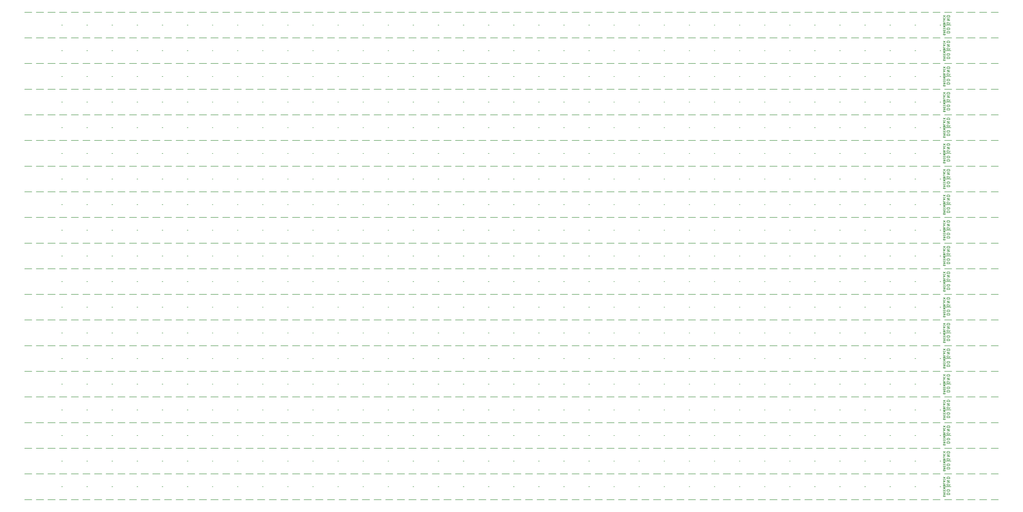
<source format=gbr>
G04 EAGLE Gerber RS-274X export*
G75*
%MOMM*%
%FSLAX34Y34*%
%LPD*%
%INSilkscreen Bottom*%
%IPPOS*%
%AMOC8*
5,1,8,0,0,1.08239X$1,22.5*%
G01*
%ADD10C,0.152400*%
%ADD11C,0.203200*%
%ADD12C,0.127000*%


D10*
X0Y175000D02*
X25833Y175000D01*
X40833Y175000D02*
X66667Y175000D01*
X81667Y175000D02*
X107500Y175000D01*
X122500Y175000D02*
X148333Y175000D01*
X163333Y175000D02*
X189167Y175000D01*
X204167Y175000D02*
X230000Y175000D01*
X245000Y175000D02*
X270833Y175000D01*
X285833Y175000D02*
X311667Y175000D01*
X326667Y175000D02*
X352500Y175000D01*
X367500Y175000D02*
X393333Y175000D01*
X408333Y175000D02*
X434167Y175000D01*
X449167Y175000D02*
X475000Y175000D01*
X490000Y175000D02*
X515833Y175000D01*
X530833Y175000D02*
X556667Y175000D01*
X571667Y175000D02*
X597500Y175000D01*
X612500Y175000D02*
X638333Y175000D01*
X653333Y175000D02*
X679167Y175000D01*
X694167Y175000D02*
X720000Y175000D01*
X735000Y175000D02*
X760833Y175000D01*
X775833Y175000D02*
X801667Y175000D01*
X816667Y175000D02*
X842500Y175000D01*
X857500Y175000D02*
X883333Y175000D01*
X898333Y175000D02*
X924167Y175000D01*
X939167Y175000D02*
X965000Y175000D01*
X980000Y175000D02*
X1005833Y175000D01*
X1020833Y175000D02*
X1046667Y175000D01*
X1061667Y175000D02*
X1087500Y175000D01*
X1102500Y175000D02*
X1128333Y175000D01*
X1143333Y175000D02*
X1169167Y175000D01*
X1184167Y175000D02*
X1210000Y175000D01*
X1225000Y175000D02*
X1250833Y175000D01*
X1265833Y175000D02*
X1291667Y175000D01*
X1306667Y175000D02*
X1332500Y175000D01*
X1347500Y175000D02*
X1373333Y175000D01*
X1388333Y175000D02*
X1414167Y175000D01*
X1429167Y175000D02*
X1455000Y175000D01*
X1470000Y175000D02*
X1495833Y175000D01*
X1510833Y175000D02*
X1536667Y175000D01*
X1551667Y175000D02*
X1577500Y175000D01*
X1592500Y175000D02*
X1618333Y175000D01*
X1633333Y175000D02*
X1659167Y175000D01*
X1674167Y175000D02*
X1700000Y175000D01*
X1715000Y175000D02*
X1740833Y175000D01*
X1755833Y175000D02*
X1781667Y175000D01*
X1796667Y175000D02*
X1822500Y175000D01*
X1837500Y175000D02*
X1863333Y175000D01*
X1878333Y175000D02*
X1904167Y175000D01*
X1919167Y175000D02*
X1945000Y175000D01*
X1960000Y175000D02*
X1985833Y175000D01*
X2000833Y175000D02*
X2026667Y175000D01*
X2041667Y175000D02*
X2067500Y175000D01*
X2082500Y175000D02*
X2108333Y175000D01*
X2123333Y175000D02*
X2149167Y175000D01*
X2164167Y175000D02*
X2190000Y175000D01*
X2205000Y175000D02*
X2230833Y175000D01*
X2245833Y175000D02*
X2271667Y175000D01*
X2286667Y175000D02*
X2312500Y175000D01*
X2327500Y175000D02*
X2353333Y175000D01*
X2368333Y175000D02*
X2394167Y175000D01*
X2409167Y175000D02*
X2435000Y175000D01*
X2450000Y175000D02*
X2475833Y175000D01*
X2490833Y175000D02*
X2516667Y175000D01*
X2531667Y175000D02*
X2557500Y175000D01*
X2572500Y175000D02*
X2598333Y175000D01*
X2613333Y175000D02*
X2639167Y175000D01*
X2654167Y175000D02*
X2680000Y175000D01*
X2695000Y175000D02*
X2720833Y175000D01*
X2735833Y175000D02*
X2761667Y175000D01*
X2776667Y175000D02*
X2802500Y175000D01*
X2817500Y175000D02*
X2843333Y175000D01*
X2858333Y175000D02*
X2884167Y175000D01*
X2899167Y175000D02*
X2925000Y175000D01*
X2940000Y175000D02*
X2965833Y175000D01*
X2980833Y175000D02*
X3006667Y175000D01*
X3021667Y175000D02*
X3047500Y175000D01*
X3062500Y175000D02*
X3088333Y175000D01*
X3103333Y175000D02*
X3129167Y175000D01*
X3144167Y175000D02*
X3170000Y175000D01*
X3185000Y175000D02*
X3210833Y175000D01*
X3225833Y175000D02*
X3251667Y175000D01*
X3266667Y175000D02*
X3292500Y175000D01*
X3307500Y175000D02*
X3333333Y175000D01*
X3348333Y175000D02*
X3374167Y175000D01*
X3389167Y175000D02*
X3415000Y175000D01*
X25833Y85000D02*
X0Y85000D01*
X40833Y85000D02*
X66667Y85000D01*
X81667Y85000D02*
X107500Y85000D01*
X122500Y85000D02*
X148333Y85000D01*
X163333Y85000D02*
X189167Y85000D01*
X204167Y85000D02*
X230000Y85000D01*
X245000Y85000D02*
X270833Y85000D01*
X285833Y85000D02*
X311667Y85000D01*
X326667Y85000D02*
X352500Y85000D01*
X367500Y85000D02*
X393333Y85000D01*
X408333Y85000D02*
X434167Y85000D01*
X449167Y85000D02*
X475000Y85000D01*
X490000Y85000D02*
X515833Y85000D01*
X530833Y85000D02*
X556667Y85000D01*
X571667Y85000D02*
X597500Y85000D01*
X612500Y85000D02*
X638333Y85000D01*
X653333Y85000D02*
X679167Y85000D01*
X694167Y85000D02*
X720000Y85000D01*
X735000Y85000D02*
X760833Y85000D01*
X775833Y85000D02*
X801667Y85000D01*
X816667Y85000D02*
X842500Y85000D01*
X857500Y85000D02*
X883333Y85000D01*
X898333Y85000D02*
X924167Y85000D01*
X939167Y85000D02*
X965000Y85000D01*
X980000Y85000D02*
X1005833Y85000D01*
X1020833Y85000D02*
X1046667Y85000D01*
X1061667Y85000D02*
X1087500Y85000D01*
X1102500Y85000D02*
X1128333Y85000D01*
X1143333Y85000D02*
X1169167Y85000D01*
X1184167Y85000D02*
X1210000Y85000D01*
X1225000Y85000D02*
X1250833Y85000D01*
X1265833Y85000D02*
X1291667Y85000D01*
X1306667Y85000D02*
X1332500Y85000D01*
X1347500Y85000D02*
X1373333Y85000D01*
X1388333Y85000D02*
X1414167Y85000D01*
X1429167Y85000D02*
X1455000Y85000D01*
X1470000Y85000D02*
X1495833Y85000D01*
X1510833Y85000D02*
X1536667Y85000D01*
X1551667Y85000D02*
X1577500Y85000D01*
X1592500Y85000D02*
X1618333Y85000D01*
X1633333Y85000D02*
X1659167Y85000D01*
X1674167Y85000D02*
X1700000Y85000D01*
X1715000Y85000D02*
X1740833Y85000D01*
X1755833Y85000D02*
X1781667Y85000D01*
X1796667Y85000D02*
X1822500Y85000D01*
X1837500Y85000D02*
X1863333Y85000D01*
X1878333Y85000D02*
X1904167Y85000D01*
X1919167Y85000D02*
X1945000Y85000D01*
X1960000Y85000D02*
X1985833Y85000D01*
X2000833Y85000D02*
X2026667Y85000D01*
X2041667Y85000D02*
X2067500Y85000D01*
X2082500Y85000D02*
X2108333Y85000D01*
X2123333Y85000D02*
X2149167Y85000D01*
X2164167Y85000D02*
X2190000Y85000D01*
X2205000Y85000D02*
X2230833Y85000D01*
X2245833Y85000D02*
X2271667Y85000D01*
X2286667Y85000D02*
X2312500Y85000D01*
X2327500Y85000D02*
X2353333Y85000D01*
X2368333Y85000D02*
X2394167Y85000D01*
X2409167Y85000D02*
X2435000Y85000D01*
X2450000Y85000D02*
X2475833Y85000D01*
X2490833Y85000D02*
X2516667Y85000D01*
X2531667Y85000D02*
X2557500Y85000D01*
X2572500Y85000D02*
X2598333Y85000D01*
X2613333Y85000D02*
X2639167Y85000D01*
X2654167Y85000D02*
X2680000Y85000D01*
X2695000Y85000D02*
X2720833Y85000D01*
X2735833Y85000D02*
X2761667Y85000D01*
X2776667Y85000D02*
X2802500Y85000D01*
X2817500Y85000D02*
X2843333Y85000D01*
X2858333Y85000D02*
X2884167Y85000D01*
X2899167Y85000D02*
X2925000Y85000D01*
X2940000Y85000D02*
X2965833Y85000D01*
X2980833Y85000D02*
X3006667Y85000D01*
X3021667Y85000D02*
X3047500Y85000D01*
X3062500Y85000D02*
X3088333Y85000D01*
X3103333Y85000D02*
X3129167Y85000D01*
X3144167Y85000D02*
X3170000Y85000D01*
X3185000Y85000D02*
X3210833Y85000D01*
X3225833Y85000D02*
X3251667Y85000D01*
X3266667Y85000D02*
X3292500Y85000D01*
X3307500Y85000D02*
X3333333Y85000D01*
X3348333Y85000D02*
X3374167Y85000D01*
X3389167Y85000D02*
X3415000Y85000D01*
X25833Y355000D02*
X0Y355000D01*
X40833Y355000D02*
X66667Y355000D01*
X81667Y355000D02*
X107500Y355000D01*
X122500Y355000D02*
X148333Y355000D01*
X163333Y355000D02*
X189167Y355000D01*
X204167Y355000D02*
X230000Y355000D01*
X245000Y355000D02*
X270833Y355000D01*
X285833Y355000D02*
X311667Y355000D01*
X326667Y355000D02*
X352500Y355000D01*
X367500Y355000D02*
X393333Y355000D01*
X408333Y355000D02*
X434167Y355000D01*
X449167Y355000D02*
X475000Y355000D01*
X490000Y355000D02*
X515833Y355000D01*
X530833Y355000D02*
X556667Y355000D01*
X571667Y355000D02*
X597500Y355000D01*
X612500Y355000D02*
X638333Y355000D01*
X653333Y355000D02*
X679167Y355000D01*
X694167Y355000D02*
X720000Y355000D01*
X735000Y355000D02*
X760833Y355000D01*
X775833Y355000D02*
X801667Y355000D01*
X816667Y355000D02*
X842500Y355000D01*
X857500Y355000D02*
X883333Y355000D01*
X898333Y355000D02*
X924167Y355000D01*
X939167Y355000D02*
X965000Y355000D01*
X980000Y355000D02*
X1005833Y355000D01*
X1020833Y355000D02*
X1046667Y355000D01*
X1061667Y355000D02*
X1087500Y355000D01*
X1102500Y355000D02*
X1128333Y355000D01*
X1143333Y355000D02*
X1169167Y355000D01*
X1184167Y355000D02*
X1210000Y355000D01*
X1225000Y355000D02*
X1250833Y355000D01*
X1265833Y355000D02*
X1291667Y355000D01*
X1306667Y355000D02*
X1332500Y355000D01*
X1347500Y355000D02*
X1373333Y355000D01*
X1388333Y355000D02*
X1414167Y355000D01*
X1429167Y355000D02*
X1455000Y355000D01*
X1470000Y355000D02*
X1495833Y355000D01*
X1510833Y355000D02*
X1536667Y355000D01*
X1551667Y355000D02*
X1577500Y355000D01*
X1592500Y355000D02*
X1618333Y355000D01*
X1633333Y355000D02*
X1659167Y355000D01*
X1674167Y355000D02*
X1700000Y355000D01*
X1715000Y355000D02*
X1740833Y355000D01*
X1755833Y355000D02*
X1781667Y355000D01*
X1796667Y355000D02*
X1822500Y355000D01*
X1837500Y355000D02*
X1863333Y355000D01*
X1878333Y355000D02*
X1904167Y355000D01*
X1919167Y355000D02*
X1945000Y355000D01*
X1960000Y355000D02*
X1985833Y355000D01*
X2000833Y355000D02*
X2026667Y355000D01*
X2041667Y355000D02*
X2067500Y355000D01*
X2082500Y355000D02*
X2108333Y355000D01*
X2123333Y355000D02*
X2149167Y355000D01*
X2164167Y355000D02*
X2190000Y355000D01*
X2205000Y355000D02*
X2230833Y355000D01*
X2245833Y355000D02*
X2271667Y355000D01*
X2286667Y355000D02*
X2312500Y355000D01*
X2327500Y355000D02*
X2353333Y355000D01*
X2368333Y355000D02*
X2394167Y355000D01*
X2409167Y355000D02*
X2435000Y355000D01*
X2450000Y355000D02*
X2475833Y355000D01*
X2490833Y355000D02*
X2516667Y355000D01*
X2531667Y355000D02*
X2557500Y355000D01*
X2572500Y355000D02*
X2598333Y355000D01*
X2613333Y355000D02*
X2639167Y355000D01*
X2654167Y355000D02*
X2680000Y355000D01*
X2695000Y355000D02*
X2720833Y355000D01*
X2735833Y355000D02*
X2761667Y355000D01*
X2776667Y355000D02*
X2802500Y355000D01*
X2817500Y355000D02*
X2843333Y355000D01*
X2858333Y355000D02*
X2884167Y355000D01*
X2899167Y355000D02*
X2925000Y355000D01*
X2940000Y355000D02*
X2965833Y355000D01*
X2980833Y355000D02*
X3006667Y355000D01*
X3021667Y355000D02*
X3047500Y355000D01*
X3062500Y355000D02*
X3088333Y355000D01*
X3103333Y355000D02*
X3129167Y355000D01*
X3144167Y355000D02*
X3170000Y355000D01*
X3185000Y355000D02*
X3210833Y355000D01*
X3225833Y355000D02*
X3251667Y355000D01*
X3266667Y355000D02*
X3292500Y355000D01*
X3307500Y355000D02*
X3333333Y355000D01*
X3348333Y355000D02*
X3374167Y355000D01*
X3389167Y355000D02*
X3415000Y355000D01*
X25833Y265000D02*
X0Y265000D01*
X40833Y265000D02*
X66667Y265000D01*
X81667Y265000D02*
X107500Y265000D01*
X122500Y265000D02*
X148333Y265000D01*
X163333Y265000D02*
X189167Y265000D01*
X204167Y265000D02*
X230000Y265000D01*
X245000Y265000D02*
X270833Y265000D01*
X285833Y265000D02*
X311667Y265000D01*
X326667Y265000D02*
X352500Y265000D01*
X367500Y265000D02*
X393333Y265000D01*
X408333Y265000D02*
X434167Y265000D01*
X449167Y265000D02*
X475000Y265000D01*
X490000Y265000D02*
X515833Y265000D01*
X530833Y265000D02*
X556667Y265000D01*
X571667Y265000D02*
X597500Y265000D01*
X612500Y265000D02*
X638333Y265000D01*
X653333Y265000D02*
X679167Y265000D01*
X694167Y265000D02*
X720000Y265000D01*
X735000Y265000D02*
X760833Y265000D01*
X775833Y265000D02*
X801667Y265000D01*
X816667Y265000D02*
X842500Y265000D01*
X857500Y265000D02*
X883333Y265000D01*
X898333Y265000D02*
X924167Y265000D01*
X939167Y265000D02*
X965000Y265000D01*
X980000Y265000D02*
X1005833Y265000D01*
X1020833Y265000D02*
X1046667Y265000D01*
X1061667Y265000D02*
X1087500Y265000D01*
X1102500Y265000D02*
X1128333Y265000D01*
X1143333Y265000D02*
X1169167Y265000D01*
X1184167Y265000D02*
X1210000Y265000D01*
X1225000Y265000D02*
X1250833Y265000D01*
X1265833Y265000D02*
X1291667Y265000D01*
X1306667Y265000D02*
X1332500Y265000D01*
X1347500Y265000D02*
X1373333Y265000D01*
X1388333Y265000D02*
X1414167Y265000D01*
X1429167Y265000D02*
X1455000Y265000D01*
X1470000Y265000D02*
X1495833Y265000D01*
X1510833Y265000D02*
X1536667Y265000D01*
X1551667Y265000D02*
X1577500Y265000D01*
X1592500Y265000D02*
X1618333Y265000D01*
X1633333Y265000D02*
X1659167Y265000D01*
X1674167Y265000D02*
X1700000Y265000D01*
X1715000Y265000D02*
X1740833Y265000D01*
X1755833Y265000D02*
X1781667Y265000D01*
X1796667Y265000D02*
X1822500Y265000D01*
X1837500Y265000D02*
X1863333Y265000D01*
X1878333Y265000D02*
X1904167Y265000D01*
X1919167Y265000D02*
X1945000Y265000D01*
X1960000Y265000D02*
X1985833Y265000D01*
X2000833Y265000D02*
X2026667Y265000D01*
X2041667Y265000D02*
X2067500Y265000D01*
X2082500Y265000D02*
X2108333Y265000D01*
X2123333Y265000D02*
X2149167Y265000D01*
X2164167Y265000D02*
X2190000Y265000D01*
X2205000Y265000D02*
X2230833Y265000D01*
X2245833Y265000D02*
X2271667Y265000D01*
X2286667Y265000D02*
X2312500Y265000D01*
X2327500Y265000D02*
X2353333Y265000D01*
X2368333Y265000D02*
X2394167Y265000D01*
X2409167Y265000D02*
X2435000Y265000D01*
X2450000Y265000D02*
X2475833Y265000D01*
X2490833Y265000D02*
X2516667Y265000D01*
X2531667Y265000D02*
X2557500Y265000D01*
X2572500Y265000D02*
X2598333Y265000D01*
X2613333Y265000D02*
X2639167Y265000D01*
X2654167Y265000D02*
X2680000Y265000D01*
X2695000Y265000D02*
X2720833Y265000D01*
X2735833Y265000D02*
X2761667Y265000D01*
X2776667Y265000D02*
X2802500Y265000D01*
X2817500Y265000D02*
X2843333Y265000D01*
X2858333Y265000D02*
X2884167Y265000D01*
X2899167Y265000D02*
X2925000Y265000D01*
X2940000Y265000D02*
X2965833Y265000D01*
X2980833Y265000D02*
X3006667Y265000D01*
X3021667Y265000D02*
X3047500Y265000D01*
X3062500Y265000D02*
X3088333Y265000D01*
X3103333Y265000D02*
X3129167Y265000D01*
X3144167Y265000D02*
X3170000Y265000D01*
X3185000Y265000D02*
X3210833Y265000D01*
X3225833Y265000D02*
X3251667Y265000D01*
X3266667Y265000D02*
X3292500Y265000D01*
X3307500Y265000D02*
X3333333Y265000D01*
X3348333Y265000D02*
X3374167Y265000D01*
X3389167Y265000D02*
X3415000Y265000D01*
X25833Y535000D02*
X0Y535000D01*
X40833Y535000D02*
X66667Y535000D01*
X81667Y535000D02*
X107500Y535000D01*
X122500Y535000D02*
X148333Y535000D01*
X163333Y535000D02*
X189167Y535000D01*
X204167Y535000D02*
X230000Y535000D01*
X245000Y535000D02*
X270833Y535000D01*
X285833Y535000D02*
X311667Y535000D01*
X326667Y535000D02*
X352500Y535000D01*
X367500Y535000D02*
X393333Y535000D01*
X408333Y535000D02*
X434167Y535000D01*
X449167Y535000D02*
X475000Y535000D01*
X490000Y535000D02*
X515833Y535000D01*
X530833Y535000D02*
X556667Y535000D01*
X571667Y535000D02*
X597500Y535000D01*
X612500Y535000D02*
X638333Y535000D01*
X653333Y535000D02*
X679167Y535000D01*
X694167Y535000D02*
X720000Y535000D01*
X735000Y535000D02*
X760833Y535000D01*
X775833Y535000D02*
X801667Y535000D01*
X816667Y535000D02*
X842500Y535000D01*
X857500Y535000D02*
X883333Y535000D01*
X898333Y535000D02*
X924167Y535000D01*
X939167Y535000D02*
X965000Y535000D01*
X980000Y535000D02*
X1005833Y535000D01*
X1020833Y535000D02*
X1046667Y535000D01*
X1061667Y535000D02*
X1087500Y535000D01*
X1102500Y535000D02*
X1128333Y535000D01*
X1143333Y535000D02*
X1169167Y535000D01*
X1184167Y535000D02*
X1210000Y535000D01*
X1225000Y535000D02*
X1250833Y535000D01*
X1265833Y535000D02*
X1291667Y535000D01*
X1306667Y535000D02*
X1332500Y535000D01*
X1347500Y535000D02*
X1373333Y535000D01*
X1388333Y535000D02*
X1414167Y535000D01*
X1429167Y535000D02*
X1455000Y535000D01*
X1470000Y535000D02*
X1495833Y535000D01*
X1510833Y535000D02*
X1536667Y535000D01*
X1551667Y535000D02*
X1577500Y535000D01*
X1592500Y535000D02*
X1618333Y535000D01*
X1633333Y535000D02*
X1659167Y535000D01*
X1674167Y535000D02*
X1700000Y535000D01*
X1715000Y535000D02*
X1740833Y535000D01*
X1755833Y535000D02*
X1781667Y535000D01*
X1796667Y535000D02*
X1822500Y535000D01*
X1837500Y535000D02*
X1863333Y535000D01*
X1878333Y535000D02*
X1904167Y535000D01*
X1919167Y535000D02*
X1945000Y535000D01*
X1960000Y535000D02*
X1985833Y535000D01*
X2000833Y535000D02*
X2026667Y535000D01*
X2041667Y535000D02*
X2067500Y535000D01*
X2082500Y535000D02*
X2108333Y535000D01*
X2123333Y535000D02*
X2149167Y535000D01*
X2164167Y535000D02*
X2190000Y535000D01*
X2205000Y535000D02*
X2230833Y535000D01*
X2245833Y535000D02*
X2271667Y535000D01*
X2286667Y535000D02*
X2312500Y535000D01*
X2327500Y535000D02*
X2353333Y535000D01*
X2368333Y535000D02*
X2394167Y535000D01*
X2409167Y535000D02*
X2435000Y535000D01*
X2450000Y535000D02*
X2475833Y535000D01*
X2490833Y535000D02*
X2516667Y535000D01*
X2531667Y535000D02*
X2557500Y535000D01*
X2572500Y535000D02*
X2598333Y535000D01*
X2613333Y535000D02*
X2639167Y535000D01*
X2654167Y535000D02*
X2680000Y535000D01*
X2695000Y535000D02*
X2720833Y535000D01*
X2735833Y535000D02*
X2761667Y535000D01*
X2776667Y535000D02*
X2802500Y535000D01*
X2817500Y535000D02*
X2843333Y535000D01*
X2858333Y535000D02*
X2884167Y535000D01*
X2899167Y535000D02*
X2925000Y535000D01*
X2940000Y535000D02*
X2965833Y535000D01*
X2980833Y535000D02*
X3006667Y535000D01*
X3021667Y535000D02*
X3047500Y535000D01*
X3062500Y535000D02*
X3088333Y535000D01*
X3103333Y535000D02*
X3129167Y535000D01*
X3144167Y535000D02*
X3170000Y535000D01*
X3185000Y535000D02*
X3210833Y535000D01*
X3225833Y535000D02*
X3251667Y535000D01*
X3266667Y535000D02*
X3292500Y535000D01*
X3307500Y535000D02*
X3333333Y535000D01*
X3348333Y535000D02*
X3374167Y535000D01*
X3389167Y535000D02*
X3415000Y535000D01*
X25833Y445000D02*
X0Y445000D01*
X40833Y445000D02*
X66667Y445000D01*
X81667Y445000D02*
X107500Y445000D01*
X122500Y445000D02*
X148333Y445000D01*
X163333Y445000D02*
X189167Y445000D01*
X204167Y445000D02*
X230000Y445000D01*
X245000Y445000D02*
X270833Y445000D01*
X285833Y445000D02*
X311667Y445000D01*
X326667Y445000D02*
X352500Y445000D01*
X367500Y445000D02*
X393333Y445000D01*
X408333Y445000D02*
X434167Y445000D01*
X449167Y445000D02*
X475000Y445000D01*
X490000Y445000D02*
X515833Y445000D01*
X530833Y445000D02*
X556667Y445000D01*
X571667Y445000D02*
X597500Y445000D01*
X612500Y445000D02*
X638333Y445000D01*
X653333Y445000D02*
X679167Y445000D01*
X694167Y445000D02*
X720000Y445000D01*
X735000Y445000D02*
X760833Y445000D01*
X775833Y445000D02*
X801667Y445000D01*
X816667Y445000D02*
X842500Y445000D01*
X857500Y445000D02*
X883333Y445000D01*
X898333Y445000D02*
X924167Y445000D01*
X939167Y445000D02*
X965000Y445000D01*
X980000Y445000D02*
X1005833Y445000D01*
X1020833Y445000D02*
X1046667Y445000D01*
X1061667Y445000D02*
X1087500Y445000D01*
X1102500Y445000D02*
X1128333Y445000D01*
X1143333Y445000D02*
X1169167Y445000D01*
X1184167Y445000D02*
X1210000Y445000D01*
X1225000Y445000D02*
X1250833Y445000D01*
X1265833Y445000D02*
X1291667Y445000D01*
X1306667Y445000D02*
X1332500Y445000D01*
X1347500Y445000D02*
X1373333Y445000D01*
X1388333Y445000D02*
X1414167Y445000D01*
X1429167Y445000D02*
X1455000Y445000D01*
X1470000Y445000D02*
X1495833Y445000D01*
X1510833Y445000D02*
X1536667Y445000D01*
X1551667Y445000D02*
X1577500Y445000D01*
X1592500Y445000D02*
X1618333Y445000D01*
X1633333Y445000D02*
X1659167Y445000D01*
X1674167Y445000D02*
X1700000Y445000D01*
X1715000Y445000D02*
X1740833Y445000D01*
X1755833Y445000D02*
X1781667Y445000D01*
X1796667Y445000D02*
X1822500Y445000D01*
X1837500Y445000D02*
X1863333Y445000D01*
X1878333Y445000D02*
X1904167Y445000D01*
X1919167Y445000D02*
X1945000Y445000D01*
X1960000Y445000D02*
X1985833Y445000D01*
X2000833Y445000D02*
X2026667Y445000D01*
X2041667Y445000D02*
X2067500Y445000D01*
X2082500Y445000D02*
X2108333Y445000D01*
X2123333Y445000D02*
X2149167Y445000D01*
X2164167Y445000D02*
X2190000Y445000D01*
X2205000Y445000D02*
X2230833Y445000D01*
X2245833Y445000D02*
X2271667Y445000D01*
X2286667Y445000D02*
X2312500Y445000D01*
X2327500Y445000D02*
X2353333Y445000D01*
X2368333Y445000D02*
X2394167Y445000D01*
X2409167Y445000D02*
X2435000Y445000D01*
X2450000Y445000D02*
X2475833Y445000D01*
X2490833Y445000D02*
X2516667Y445000D01*
X2531667Y445000D02*
X2557500Y445000D01*
X2572500Y445000D02*
X2598333Y445000D01*
X2613333Y445000D02*
X2639167Y445000D01*
X2654167Y445000D02*
X2680000Y445000D01*
X2695000Y445000D02*
X2720833Y445000D01*
X2735833Y445000D02*
X2761667Y445000D01*
X2776667Y445000D02*
X2802500Y445000D01*
X2817500Y445000D02*
X2843333Y445000D01*
X2858333Y445000D02*
X2884167Y445000D01*
X2899167Y445000D02*
X2925000Y445000D01*
X2940000Y445000D02*
X2965833Y445000D01*
X2980833Y445000D02*
X3006667Y445000D01*
X3021667Y445000D02*
X3047500Y445000D01*
X3062500Y445000D02*
X3088333Y445000D01*
X3103333Y445000D02*
X3129167Y445000D01*
X3144167Y445000D02*
X3170000Y445000D01*
X3185000Y445000D02*
X3210833Y445000D01*
X3225833Y445000D02*
X3251667Y445000D01*
X3266667Y445000D02*
X3292500Y445000D01*
X3307500Y445000D02*
X3333333Y445000D01*
X3348333Y445000D02*
X3374167Y445000D01*
X3389167Y445000D02*
X3415000Y445000D01*
X25833Y715000D02*
X0Y715000D01*
X40833Y715000D02*
X66667Y715000D01*
X81667Y715000D02*
X107500Y715000D01*
X122500Y715000D02*
X148333Y715000D01*
X163333Y715000D02*
X189167Y715000D01*
X204167Y715000D02*
X230000Y715000D01*
X245000Y715000D02*
X270833Y715000D01*
X285833Y715000D02*
X311667Y715000D01*
X326667Y715000D02*
X352500Y715000D01*
X367500Y715000D02*
X393333Y715000D01*
X408333Y715000D02*
X434167Y715000D01*
X449167Y715000D02*
X475000Y715000D01*
X490000Y715000D02*
X515833Y715000D01*
X530833Y715000D02*
X556667Y715000D01*
X571667Y715000D02*
X597500Y715000D01*
X612500Y715000D02*
X638333Y715000D01*
X653333Y715000D02*
X679167Y715000D01*
X694167Y715000D02*
X720000Y715000D01*
X735000Y715000D02*
X760833Y715000D01*
X775833Y715000D02*
X801667Y715000D01*
X816667Y715000D02*
X842500Y715000D01*
X857500Y715000D02*
X883333Y715000D01*
X898333Y715000D02*
X924167Y715000D01*
X939167Y715000D02*
X965000Y715000D01*
X980000Y715000D02*
X1005833Y715000D01*
X1020833Y715000D02*
X1046667Y715000D01*
X1061667Y715000D02*
X1087500Y715000D01*
X1102500Y715000D02*
X1128333Y715000D01*
X1143333Y715000D02*
X1169167Y715000D01*
X1184167Y715000D02*
X1210000Y715000D01*
X1225000Y715000D02*
X1250833Y715000D01*
X1265833Y715000D02*
X1291667Y715000D01*
X1306667Y715000D02*
X1332500Y715000D01*
X1347500Y715000D02*
X1373333Y715000D01*
X1388333Y715000D02*
X1414167Y715000D01*
X1429167Y715000D02*
X1455000Y715000D01*
X1470000Y715000D02*
X1495833Y715000D01*
X1510833Y715000D02*
X1536667Y715000D01*
X1551667Y715000D02*
X1577500Y715000D01*
X1592500Y715000D02*
X1618333Y715000D01*
X1633333Y715000D02*
X1659167Y715000D01*
X1674167Y715000D02*
X1700000Y715000D01*
X1715000Y715000D02*
X1740833Y715000D01*
X1755833Y715000D02*
X1781667Y715000D01*
X1796667Y715000D02*
X1822500Y715000D01*
X1837500Y715000D02*
X1863333Y715000D01*
X1878333Y715000D02*
X1904167Y715000D01*
X1919167Y715000D02*
X1945000Y715000D01*
X1960000Y715000D02*
X1985833Y715000D01*
X2000833Y715000D02*
X2026667Y715000D01*
X2041667Y715000D02*
X2067500Y715000D01*
X2082500Y715000D02*
X2108333Y715000D01*
X2123333Y715000D02*
X2149167Y715000D01*
X2164167Y715000D02*
X2190000Y715000D01*
X2205000Y715000D02*
X2230833Y715000D01*
X2245833Y715000D02*
X2271667Y715000D01*
X2286667Y715000D02*
X2312500Y715000D01*
X2327500Y715000D02*
X2353333Y715000D01*
X2368333Y715000D02*
X2394167Y715000D01*
X2409167Y715000D02*
X2435000Y715000D01*
X2450000Y715000D02*
X2475833Y715000D01*
X2490833Y715000D02*
X2516667Y715000D01*
X2531667Y715000D02*
X2557500Y715000D01*
X2572500Y715000D02*
X2598333Y715000D01*
X2613333Y715000D02*
X2639167Y715000D01*
X2654167Y715000D02*
X2680000Y715000D01*
X2695000Y715000D02*
X2720833Y715000D01*
X2735833Y715000D02*
X2761667Y715000D01*
X2776667Y715000D02*
X2802500Y715000D01*
X2817500Y715000D02*
X2843333Y715000D01*
X2858333Y715000D02*
X2884167Y715000D01*
X2899167Y715000D02*
X2925000Y715000D01*
X2940000Y715000D02*
X2965833Y715000D01*
X2980833Y715000D02*
X3006667Y715000D01*
X3021667Y715000D02*
X3047500Y715000D01*
X3062500Y715000D02*
X3088333Y715000D01*
X3103333Y715000D02*
X3129167Y715000D01*
X3144167Y715000D02*
X3170000Y715000D01*
X3185000Y715000D02*
X3210833Y715000D01*
X3225833Y715000D02*
X3251667Y715000D01*
X3266667Y715000D02*
X3292500Y715000D01*
X3307500Y715000D02*
X3333333Y715000D01*
X3348333Y715000D02*
X3374167Y715000D01*
X3389167Y715000D02*
X3415000Y715000D01*
X25833Y625000D02*
X0Y625000D01*
X40833Y625000D02*
X66667Y625000D01*
X81667Y625000D02*
X107500Y625000D01*
X122500Y625000D02*
X148333Y625000D01*
X163333Y625000D02*
X189167Y625000D01*
X204167Y625000D02*
X230000Y625000D01*
X245000Y625000D02*
X270833Y625000D01*
X285833Y625000D02*
X311667Y625000D01*
X326667Y625000D02*
X352500Y625000D01*
X367500Y625000D02*
X393333Y625000D01*
X408333Y625000D02*
X434167Y625000D01*
X449167Y625000D02*
X475000Y625000D01*
X490000Y625000D02*
X515833Y625000D01*
X530833Y625000D02*
X556667Y625000D01*
X571667Y625000D02*
X597500Y625000D01*
X612500Y625000D02*
X638333Y625000D01*
X653333Y625000D02*
X679167Y625000D01*
X694167Y625000D02*
X720000Y625000D01*
X735000Y625000D02*
X760833Y625000D01*
X775833Y625000D02*
X801667Y625000D01*
X816667Y625000D02*
X842500Y625000D01*
X857500Y625000D02*
X883333Y625000D01*
X898333Y625000D02*
X924167Y625000D01*
X939167Y625000D02*
X965000Y625000D01*
X980000Y625000D02*
X1005833Y625000D01*
X1020833Y625000D02*
X1046667Y625000D01*
X1061667Y625000D02*
X1087500Y625000D01*
X1102500Y625000D02*
X1128333Y625000D01*
X1143333Y625000D02*
X1169167Y625000D01*
X1184167Y625000D02*
X1210000Y625000D01*
X1225000Y625000D02*
X1250833Y625000D01*
X1265833Y625000D02*
X1291667Y625000D01*
X1306667Y625000D02*
X1332500Y625000D01*
X1347500Y625000D02*
X1373333Y625000D01*
X1388333Y625000D02*
X1414167Y625000D01*
X1429167Y625000D02*
X1455000Y625000D01*
X1470000Y625000D02*
X1495833Y625000D01*
X1510833Y625000D02*
X1536667Y625000D01*
X1551667Y625000D02*
X1577500Y625000D01*
X1592500Y625000D02*
X1618333Y625000D01*
X1633333Y625000D02*
X1659167Y625000D01*
X1674167Y625000D02*
X1700000Y625000D01*
X1715000Y625000D02*
X1740833Y625000D01*
X1755833Y625000D02*
X1781667Y625000D01*
X1796667Y625000D02*
X1822500Y625000D01*
X1837500Y625000D02*
X1863333Y625000D01*
X1878333Y625000D02*
X1904167Y625000D01*
X1919167Y625000D02*
X1945000Y625000D01*
X1960000Y625000D02*
X1985833Y625000D01*
X2000833Y625000D02*
X2026667Y625000D01*
X2041667Y625000D02*
X2067500Y625000D01*
X2082500Y625000D02*
X2108333Y625000D01*
X2123333Y625000D02*
X2149167Y625000D01*
X2164167Y625000D02*
X2190000Y625000D01*
X2205000Y625000D02*
X2230833Y625000D01*
X2245833Y625000D02*
X2271667Y625000D01*
X2286667Y625000D02*
X2312500Y625000D01*
X2327500Y625000D02*
X2353333Y625000D01*
X2368333Y625000D02*
X2394167Y625000D01*
X2409167Y625000D02*
X2435000Y625000D01*
X2450000Y625000D02*
X2475833Y625000D01*
X2490833Y625000D02*
X2516667Y625000D01*
X2531667Y625000D02*
X2557500Y625000D01*
X2572500Y625000D02*
X2598333Y625000D01*
X2613333Y625000D02*
X2639167Y625000D01*
X2654167Y625000D02*
X2680000Y625000D01*
X2695000Y625000D02*
X2720833Y625000D01*
X2735833Y625000D02*
X2761667Y625000D01*
X2776667Y625000D02*
X2802500Y625000D01*
X2817500Y625000D02*
X2843333Y625000D01*
X2858333Y625000D02*
X2884167Y625000D01*
X2899167Y625000D02*
X2925000Y625000D01*
X2940000Y625000D02*
X2965833Y625000D01*
X2980833Y625000D02*
X3006667Y625000D01*
X3021667Y625000D02*
X3047500Y625000D01*
X3062500Y625000D02*
X3088333Y625000D01*
X3103333Y625000D02*
X3129167Y625000D01*
X3144167Y625000D02*
X3170000Y625000D01*
X3185000Y625000D02*
X3210833Y625000D01*
X3225833Y625000D02*
X3251667Y625000D01*
X3266667Y625000D02*
X3292500Y625000D01*
X3307500Y625000D02*
X3333333Y625000D01*
X3348333Y625000D02*
X3374167Y625000D01*
X3389167Y625000D02*
X3415000Y625000D01*
X25833Y895000D02*
X0Y895000D01*
X40833Y895000D02*
X66667Y895000D01*
X81667Y895000D02*
X107500Y895000D01*
X122500Y895000D02*
X148333Y895000D01*
X163333Y895000D02*
X189167Y895000D01*
X204167Y895000D02*
X230000Y895000D01*
X245000Y895000D02*
X270833Y895000D01*
X285833Y895000D02*
X311667Y895000D01*
X326667Y895000D02*
X352500Y895000D01*
X367500Y895000D02*
X393333Y895000D01*
X408333Y895000D02*
X434167Y895000D01*
X449167Y895000D02*
X475000Y895000D01*
X490000Y895000D02*
X515833Y895000D01*
X530833Y895000D02*
X556667Y895000D01*
X571667Y895000D02*
X597500Y895000D01*
X612500Y895000D02*
X638333Y895000D01*
X653333Y895000D02*
X679167Y895000D01*
X694167Y895000D02*
X720000Y895000D01*
X735000Y895000D02*
X760833Y895000D01*
X775833Y895000D02*
X801667Y895000D01*
X816667Y895000D02*
X842500Y895000D01*
X857500Y895000D02*
X883333Y895000D01*
X898333Y895000D02*
X924167Y895000D01*
X939167Y895000D02*
X965000Y895000D01*
X980000Y895000D02*
X1005833Y895000D01*
X1020833Y895000D02*
X1046667Y895000D01*
X1061667Y895000D02*
X1087500Y895000D01*
X1102500Y895000D02*
X1128333Y895000D01*
X1143333Y895000D02*
X1169167Y895000D01*
X1184167Y895000D02*
X1210000Y895000D01*
X1225000Y895000D02*
X1250833Y895000D01*
X1265833Y895000D02*
X1291667Y895000D01*
X1306667Y895000D02*
X1332500Y895000D01*
X1347500Y895000D02*
X1373333Y895000D01*
X1388333Y895000D02*
X1414167Y895000D01*
X1429167Y895000D02*
X1455000Y895000D01*
X1470000Y895000D02*
X1495833Y895000D01*
X1510833Y895000D02*
X1536667Y895000D01*
X1551667Y895000D02*
X1577500Y895000D01*
X1592500Y895000D02*
X1618333Y895000D01*
X1633333Y895000D02*
X1659167Y895000D01*
X1674167Y895000D02*
X1700000Y895000D01*
X1715000Y895000D02*
X1740833Y895000D01*
X1755833Y895000D02*
X1781667Y895000D01*
X1796667Y895000D02*
X1822500Y895000D01*
X1837500Y895000D02*
X1863333Y895000D01*
X1878333Y895000D02*
X1904167Y895000D01*
X1919167Y895000D02*
X1945000Y895000D01*
X1960000Y895000D02*
X1985833Y895000D01*
X2000833Y895000D02*
X2026667Y895000D01*
X2041667Y895000D02*
X2067500Y895000D01*
X2082500Y895000D02*
X2108333Y895000D01*
X2123333Y895000D02*
X2149167Y895000D01*
X2164167Y895000D02*
X2190000Y895000D01*
X2205000Y895000D02*
X2230833Y895000D01*
X2245833Y895000D02*
X2271667Y895000D01*
X2286667Y895000D02*
X2312500Y895000D01*
X2327500Y895000D02*
X2353333Y895000D01*
X2368333Y895000D02*
X2394167Y895000D01*
X2409167Y895000D02*
X2435000Y895000D01*
X2450000Y895000D02*
X2475833Y895000D01*
X2490833Y895000D02*
X2516667Y895000D01*
X2531667Y895000D02*
X2557500Y895000D01*
X2572500Y895000D02*
X2598333Y895000D01*
X2613333Y895000D02*
X2639167Y895000D01*
X2654167Y895000D02*
X2680000Y895000D01*
X2695000Y895000D02*
X2720833Y895000D01*
X2735833Y895000D02*
X2761667Y895000D01*
X2776667Y895000D02*
X2802500Y895000D01*
X2817500Y895000D02*
X2843333Y895000D01*
X2858333Y895000D02*
X2884167Y895000D01*
X2899167Y895000D02*
X2925000Y895000D01*
X2940000Y895000D02*
X2965833Y895000D01*
X2980833Y895000D02*
X3006667Y895000D01*
X3021667Y895000D02*
X3047500Y895000D01*
X3062500Y895000D02*
X3088333Y895000D01*
X3103333Y895000D02*
X3129167Y895000D01*
X3144167Y895000D02*
X3170000Y895000D01*
X3185000Y895000D02*
X3210833Y895000D01*
X3225833Y895000D02*
X3251667Y895000D01*
X3266667Y895000D02*
X3292500Y895000D01*
X3307500Y895000D02*
X3333333Y895000D01*
X3348333Y895000D02*
X3374167Y895000D01*
X3389167Y895000D02*
X3415000Y895000D01*
X25833Y805000D02*
X0Y805000D01*
X40833Y805000D02*
X66667Y805000D01*
X81667Y805000D02*
X107500Y805000D01*
X122500Y805000D02*
X148333Y805000D01*
X163333Y805000D02*
X189167Y805000D01*
X204167Y805000D02*
X230000Y805000D01*
X245000Y805000D02*
X270833Y805000D01*
X285833Y805000D02*
X311667Y805000D01*
X326667Y805000D02*
X352500Y805000D01*
X367500Y805000D02*
X393333Y805000D01*
X408333Y805000D02*
X434167Y805000D01*
X449167Y805000D02*
X475000Y805000D01*
X490000Y805000D02*
X515833Y805000D01*
X530833Y805000D02*
X556667Y805000D01*
X571667Y805000D02*
X597500Y805000D01*
X612500Y805000D02*
X638333Y805000D01*
X653333Y805000D02*
X679167Y805000D01*
X694167Y805000D02*
X720000Y805000D01*
X735000Y805000D02*
X760833Y805000D01*
X775833Y805000D02*
X801667Y805000D01*
X816667Y805000D02*
X842500Y805000D01*
X857500Y805000D02*
X883333Y805000D01*
X898333Y805000D02*
X924167Y805000D01*
X939167Y805000D02*
X965000Y805000D01*
X980000Y805000D02*
X1005833Y805000D01*
X1020833Y805000D02*
X1046667Y805000D01*
X1061667Y805000D02*
X1087500Y805000D01*
X1102500Y805000D02*
X1128333Y805000D01*
X1143333Y805000D02*
X1169167Y805000D01*
X1184167Y805000D02*
X1210000Y805000D01*
X1225000Y805000D02*
X1250833Y805000D01*
X1265833Y805000D02*
X1291667Y805000D01*
X1306667Y805000D02*
X1332500Y805000D01*
X1347500Y805000D02*
X1373333Y805000D01*
X1388333Y805000D02*
X1414167Y805000D01*
X1429167Y805000D02*
X1455000Y805000D01*
X1470000Y805000D02*
X1495833Y805000D01*
X1510833Y805000D02*
X1536667Y805000D01*
X1551667Y805000D02*
X1577500Y805000D01*
X1592500Y805000D02*
X1618333Y805000D01*
X1633333Y805000D02*
X1659167Y805000D01*
X1674167Y805000D02*
X1700000Y805000D01*
X1715000Y805000D02*
X1740833Y805000D01*
X1755833Y805000D02*
X1781667Y805000D01*
X1796667Y805000D02*
X1822500Y805000D01*
X1837500Y805000D02*
X1863333Y805000D01*
X1878333Y805000D02*
X1904167Y805000D01*
X1919167Y805000D02*
X1945000Y805000D01*
X1960000Y805000D02*
X1985833Y805000D01*
X2000833Y805000D02*
X2026667Y805000D01*
X2041667Y805000D02*
X2067500Y805000D01*
X2082500Y805000D02*
X2108333Y805000D01*
X2123333Y805000D02*
X2149167Y805000D01*
X2164167Y805000D02*
X2190000Y805000D01*
X2205000Y805000D02*
X2230833Y805000D01*
X2245833Y805000D02*
X2271667Y805000D01*
X2286667Y805000D02*
X2312500Y805000D01*
X2327500Y805000D02*
X2353333Y805000D01*
X2368333Y805000D02*
X2394167Y805000D01*
X2409167Y805000D02*
X2435000Y805000D01*
X2450000Y805000D02*
X2475833Y805000D01*
X2490833Y805000D02*
X2516667Y805000D01*
X2531667Y805000D02*
X2557500Y805000D01*
X2572500Y805000D02*
X2598333Y805000D01*
X2613333Y805000D02*
X2639167Y805000D01*
X2654167Y805000D02*
X2680000Y805000D01*
X2695000Y805000D02*
X2720833Y805000D01*
X2735833Y805000D02*
X2761667Y805000D01*
X2776667Y805000D02*
X2802500Y805000D01*
X2817500Y805000D02*
X2843333Y805000D01*
X2858333Y805000D02*
X2884167Y805000D01*
X2899167Y805000D02*
X2925000Y805000D01*
X2940000Y805000D02*
X2965833Y805000D01*
X2980833Y805000D02*
X3006667Y805000D01*
X3021667Y805000D02*
X3047500Y805000D01*
X3062500Y805000D02*
X3088333Y805000D01*
X3103333Y805000D02*
X3129167Y805000D01*
X3144167Y805000D02*
X3170000Y805000D01*
X3185000Y805000D02*
X3210833Y805000D01*
X3225833Y805000D02*
X3251667Y805000D01*
X3266667Y805000D02*
X3292500Y805000D01*
X3307500Y805000D02*
X3333333Y805000D01*
X3348333Y805000D02*
X3374167Y805000D01*
X3389167Y805000D02*
X3415000Y805000D01*
X25833Y1075000D02*
X0Y1075000D01*
X40833Y1075000D02*
X66667Y1075000D01*
X81667Y1075000D02*
X107500Y1075000D01*
X122500Y1075000D02*
X148333Y1075000D01*
X163333Y1075000D02*
X189167Y1075000D01*
X204167Y1075000D02*
X230000Y1075000D01*
X245000Y1075000D02*
X270833Y1075000D01*
X285833Y1075000D02*
X311667Y1075000D01*
X326667Y1075000D02*
X352500Y1075000D01*
X367500Y1075000D02*
X393333Y1075000D01*
X408333Y1075000D02*
X434167Y1075000D01*
X449167Y1075000D02*
X475000Y1075000D01*
X490000Y1075000D02*
X515833Y1075000D01*
X530833Y1075000D02*
X556667Y1075000D01*
X571667Y1075000D02*
X597500Y1075000D01*
X612500Y1075000D02*
X638333Y1075000D01*
X653333Y1075000D02*
X679167Y1075000D01*
X694167Y1075000D02*
X720000Y1075000D01*
X735000Y1075000D02*
X760833Y1075000D01*
X775833Y1075000D02*
X801667Y1075000D01*
X816667Y1075000D02*
X842500Y1075000D01*
X857500Y1075000D02*
X883333Y1075000D01*
X898333Y1075000D02*
X924167Y1075000D01*
X939167Y1075000D02*
X965000Y1075000D01*
X980000Y1075000D02*
X1005833Y1075000D01*
X1020833Y1075000D02*
X1046667Y1075000D01*
X1061667Y1075000D02*
X1087500Y1075000D01*
X1102500Y1075000D02*
X1128333Y1075000D01*
X1143333Y1075000D02*
X1169167Y1075000D01*
X1184167Y1075000D02*
X1210000Y1075000D01*
X1225000Y1075000D02*
X1250833Y1075000D01*
X1265833Y1075000D02*
X1291667Y1075000D01*
X1306667Y1075000D02*
X1332500Y1075000D01*
X1347500Y1075000D02*
X1373333Y1075000D01*
X1388333Y1075000D02*
X1414167Y1075000D01*
X1429167Y1075000D02*
X1455000Y1075000D01*
X1470000Y1075000D02*
X1495833Y1075000D01*
X1510833Y1075000D02*
X1536667Y1075000D01*
X1551667Y1075000D02*
X1577500Y1075000D01*
X1592500Y1075000D02*
X1618333Y1075000D01*
X1633333Y1075000D02*
X1659167Y1075000D01*
X1674167Y1075000D02*
X1700000Y1075000D01*
X1715000Y1075000D02*
X1740833Y1075000D01*
X1755833Y1075000D02*
X1781667Y1075000D01*
X1796667Y1075000D02*
X1822500Y1075000D01*
X1837500Y1075000D02*
X1863333Y1075000D01*
X1878333Y1075000D02*
X1904167Y1075000D01*
X1919167Y1075000D02*
X1945000Y1075000D01*
X1960000Y1075000D02*
X1985833Y1075000D01*
X2000833Y1075000D02*
X2026667Y1075000D01*
X2041667Y1075000D02*
X2067500Y1075000D01*
X2082500Y1075000D02*
X2108333Y1075000D01*
X2123333Y1075000D02*
X2149167Y1075000D01*
X2164167Y1075000D02*
X2190000Y1075000D01*
X2205000Y1075000D02*
X2230833Y1075000D01*
X2245833Y1075000D02*
X2271667Y1075000D01*
X2286667Y1075000D02*
X2312500Y1075000D01*
X2327500Y1075000D02*
X2353333Y1075000D01*
X2368333Y1075000D02*
X2394167Y1075000D01*
X2409167Y1075000D02*
X2435000Y1075000D01*
X2450000Y1075000D02*
X2475833Y1075000D01*
X2490833Y1075000D02*
X2516667Y1075000D01*
X2531667Y1075000D02*
X2557500Y1075000D01*
X2572500Y1075000D02*
X2598333Y1075000D01*
X2613333Y1075000D02*
X2639167Y1075000D01*
X2654167Y1075000D02*
X2680000Y1075000D01*
X2695000Y1075000D02*
X2720833Y1075000D01*
X2735833Y1075000D02*
X2761667Y1075000D01*
X2776667Y1075000D02*
X2802500Y1075000D01*
X2817500Y1075000D02*
X2843333Y1075000D01*
X2858333Y1075000D02*
X2884167Y1075000D01*
X2899167Y1075000D02*
X2925000Y1075000D01*
X2940000Y1075000D02*
X2965833Y1075000D01*
X2980833Y1075000D02*
X3006667Y1075000D01*
X3021667Y1075000D02*
X3047500Y1075000D01*
X3062500Y1075000D02*
X3088333Y1075000D01*
X3103333Y1075000D02*
X3129167Y1075000D01*
X3144167Y1075000D02*
X3170000Y1075000D01*
X3185000Y1075000D02*
X3210833Y1075000D01*
X3225833Y1075000D02*
X3251667Y1075000D01*
X3266667Y1075000D02*
X3292500Y1075000D01*
X3307500Y1075000D02*
X3333333Y1075000D01*
X3348333Y1075000D02*
X3374167Y1075000D01*
X3389167Y1075000D02*
X3415000Y1075000D01*
X25833Y985000D02*
X0Y985000D01*
X40833Y985000D02*
X66667Y985000D01*
X81667Y985000D02*
X107500Y985000D01*
X122500Y985000D02*
X148333Y985000D01*
X163333Y985000D02*
X189167Y985000D01*
X204167Y985000D02*
X230000Y985000D01*
X245000Y985000D02*
X270833Y985000D01*
X285833Y985000D02*
X311667Y985000D01*
X326667Y985000D02*
X352500Y985000D01*
X367500Y985000D02*
X393333Y985000D01*
X408333Y985000D02*
X434167Y985000D01*
X449167Y985000D02*
X475000Y985000D01*
X490000Y985000D02*
X515833Y985000D01*
X530833Y985000D02*
X556667Y985000D01*
X571667Y985000D02*
X597500Y985000D01*
X612500Y985000D02*
X638333Y985000D01*
X653333Y985000D02*
X679167Y985000D01*
X694167Y985000D02*
X720000Y985000D01*
X735000Y985000D02*
X760833Y985000D01*
X775833Y985000D02*
X801667Y985000D01*
X816667Y985000D02*
X842500Y985000D01*
X857500Y985000D02*
X883333Y985000D01*
X898333Y985000D02*
X924167Y985000D01*
X939167Y985000D02*
X965000Y985000D01*
X980000Y985000D02*
X1005833Y985000D01*
X1020833Y985000D02*
X1046667Y985000D01*
X1061667Y985000D02*
X1087500Y985000D01*
X1102500Y985000D02*
X1128333Y985000D01*
X1143333Y985000D02*
X1169167Y985000D01*
X1184167Y985000D02*
X1210000Y985000D01*
X1225000Y985000D02*
X1250833Y985000D01*
X1265833Y985000D02*
X1291667Y985000D01*
X1306667Y985000D02*
X1332500Y985000D01*
X1347500Y985000D02*
X1373333Y985000D01*
X1388333Y985000D02*
X1414167Y985000D01*
X1429167Y985000D02*
X1455000Y985000D01*
X1470000Y985000D02*
X1495833Y985000D01*
X1510833Y985000D02*
X1536667Y985000D01*
X1551667Y985000D02*
X1577500Y985000D01*
X1592500Y985000D02*
X1618333Y985000D01*
X1633333Y985000D02*
X1659167Y985000D01*
X1674167Y985000D02*
X1700000Y985000D01*
X1715000Y985000D02*
X1740833Y985000D01*
X1755833Y985000D02*
X1781667Y985000D01*
X1796667Y985000D02*
X1822500Y985000D01*
X1837500Y985000D02*
X1863333Y985000D01*
X1878333Y985000D02*
X1904167Y985000D01*
X1919167Y985000D02*
X1945000Y985000D01*
X1960000Y985000D02*
X1985833Y985000D01*
X2000833Y985000D02*
X2026667Y985000D01*
X2041667Y985000D02*
X2067500Y985000D01*
X2082500Y985000D02*
X2108333Y985000D01*
X2123333Y985000D02*
X2149167Y985000D01*
X2164167Y985000D02*
X2190000Y985000D01*
X2205000Y985000D02*
X2230833Y985000D01*
X2245833Y985000D02*
X2271667Y985000D01*
X2286667Y985000D02*
X2312500Y985000D01*
X2327500Y985000D02*
X2353333Y985000D01*
X2368333Y985000D02*
X2394167Y985000D01*
X2409167Y985000D02*
X2435000Y985000D01*
X2450000Y985000D02*
X2475833Y985000D01*
X2490833Y985000D02*
X2516667Y985000D01*
X2531667Y985000D02*
X2557500Y985000D01*
X2572500Y985000D02*
X2598333Y985000D01*
X2613333Y985000D02*
X2639167Y985000D01*
X2654167Y985000D02*
X2680000Y985000D01*
X2695000Y985000D02*
X2720833Y985000D01*
X2735833Y985000D02*
X2761667Y985000D01*
X2776667Y985000D02*
X2802500Y985000D01*
X2817500Y985000D02*
X2843333Y985000D01*
X2858333Y985000D02*
X2884167Y985000D01*
X2899167Y985000D02*
X2925000Y985000D01*
X2940000Y985000D02*
X2965833Y985000D01*
X2980833Y985000D02*
X3006667Y985000D01*
X3021667Y985000D02*
X3047500Y985000D01*
X3062500Y985000D02*
X3088333Y985000D01*
X3103333Y985000D02*
X3129167Y985000D01*
X3144167Y985000D02*
X3170000Y985000D01*
X3185000Y985000D02*
X3210833Y985000D01*
X3225833Y985000D02*
X3251667Y985000D01*
X3266667Y985000D02*
X3292500Y985000D01*
X3307500Y985000D02*
X3333333Y985000D01*
X3348333Y985000D02*
X3374167Y985000D01*
X3389167Y985000D02*
X3415000Y985000D01*
X25833Y1255000D02*
X0Y1255000D01*
X40833Y1255000D02*
X66667Y1255000D01*
X81667Y1255000D02*
X107500Y1255000D01*
X122500Y1255000D02*
X148333Y1255000D01*
X163333Y1255000D02*
X189167Y1255000D01*
X204167Y1255000D02*
X230000Y1255000D01*
X245000Y1255000D02*
X270833Y1255000D01*
X285833Y1255000D02*
X311667Y1255000D01*
X326667Y1255000D02*
X352500Y1255000D01*
X367500Y1255000D02*
X393333Y1255000D01*
X408333Y1255000D02*
X434167Y1255000D01*
X449167Y1255000D02*
X475000Y1255000D01*
X490000Y1255000D02*
X515833Y1255000D01*
X530833Y1255000D02*
X556667Y1255000D01*
X571667Y1255000D02*
X597500Y1255000D01*
X612500Y1255000D02*
X638333Y1255000D01*
X653333Y1255000D02*
X679167Y1255000D01*
X694167Y1255000D02*
X720000Y1255000D01*
X735000Y1255000D02*
X760833Y1255000D01*
X775833Y1255000D02*
X801667Y1255000D01*
X816667Y1255000D02*
X842500Y1255000D01*
X857500Y1255000D02*
X883333Y1255000D01*
X898333Y1255000D02*
X924167Y1255000D01*
X939167Y1255000D02*
X965000Y1255000D01*
X980000Y1255000D02*
X1005833Y1255000D01*
X1020833Y1255000D02*
X1046667Y1255000D01*
X1061667Y1255000D02*
X1087500Y1255000D01*
X1102500Y1255000D02*
X1128333Y1255000D01*
X1143333Y1255000D02*
X1169167Y1255000D01*
X1184167Y1255000D02*
X1210000Y1255000D01*
X1225000Y1255000D02*
X1250833Y1255000D01*
X1265833Y1255000D02*
X1291667Y1255000D01*
X1306667Y1255000D02*
X1332500Y1255000D01*
X1347500Y1255000D02*
X1373333Y1255000D01*
X1388333Y1255000D02*
X1414167Y1255000D01*
X1429167Y1255000D02*
X1455000Y1255000D01*
X1470000Y1255000D02*
X1495833Y1255000D01*
X1510833Y1255000D02*
X1536667Y1255000D01*
X1551667Y1255000D02*
X1577500Y1255000D01*
X1592500Y1255000D02*
X1618333Y1255000D01*
X1633333Y1255000D02*
X1659167Y1255000D01*
X1674167Y1255000D02*
X1700000Y1255000D01*
X1715000Y1255000D02*
X1740833Y1255000D01*
X1755833Y1255000D02*
X1781667Y1255000D01*
X1796667Y1255000D02*
X1822500Y1255000D01*
X1837500Y1255000D02*
X1863333Y1255000D01*
X1878333Y1255000D02*
X1904167Y1255000D01*
X1919167Y1255000D02*
X1945000Y1255000D01*
X1960000Y1255000D02*
X1985833Y1255000D01*
X2000833Y1255000D02*
X2026667Y1255000D01*
X2041667Y1255000D02*
X2067500Y1255000D01*
X2082500Y1255000D02*
X2108333Y1255000D01*
X2123333Y1255000D02*
X2149167Y1255000D01*
X2164167Y1255000D02*
X2190000Y1255000D01*
X2205000Y1255000D02*
X2230833Y1255000D01*
X2245833Y1255000D02*
X2271667Y1255000D01*
X2286667Y1255000D02*
X2312500Y1255000D01*
X2327500Y1255000D02*
X2353333Y1255000D01*
X2368333Y1255000D02*
X2394167Y1255000D01*
X2409167Y1255000D02*
X2435000Y1255000D01*
X2450000Y1255000D02*
X2475833Y1255000D01*
X2490833Y1255000D02*
X2516667Y1255000D01*
X2531667Y1255000D02*
X2557500Y1255000D01*
X2572500Y1255000D02*
X2598333Y1255000D01*
X2613333Y1255000D02*
X2639167Y1255000D01*
X2654167Y1255000D02*
X2680000Y1255000D01*
X2695000Y1255000D02*
X2720833Y1255000D01*
X2735833Y1255000D02*
X2761667Y1255000D01*
X2776667Y1255000D02*
X2802500Y1255000D01*
X2817500Y1255000D02*
X2843333Y1255000D01*
X2858333Y1255000D02*
X2884167Y1255000D01*
X2899167Y1255000D02*
X2925000Y1255000D01*
X2940000Y1255000D02*
X2965833Y1255000D01*
X2980833Y1255000D02*
X3006667Y1255000D01*
X3021667Y1255000D02*
X3047500Y1255000D01*
X3062500Y1255000D02*
X3088333Y1255000D01*
X3103333Y1255000D02*
X3129167Y1255000D01*
X3144167Y1255000D02*
X3170000Y1255000D01*
X3185000Y1255000D02*
X3210833Y1255000D01*
X3225833Y1255000D02*
X3251667Y1255000D01*
X3266667Y1255000D02*
X3292500Y1255000D01*
X3307500Y1255000D02*
X3333333Y1255000D01*
X3348333Y1255000D02*
X3374167Y1255000D01*
X3389167Y1255000D02*
X3415000Y1255000D01*
X25833Y1165000D02*
X0Y1165000D01*
X40833Y1165000D02*
X66667Y1165000D01*
X81667Y1165000D02*
X107500Y1165000D01*
X122500Y1165000D02*
X148333Y1165000D01*
X163333Y1165000D02*
X189167Y1165000D01*
X204167Y1165000D02*
X230000Y1165000D01*
X245000Y1165000D02*
X270833Y1165000D01*
X285833Y1165000D02*
X311667Y1165000D01*
X326667Y1165000D02*
X352500Y1165000D01*
X367500Y1165000D02*
X393333Y1165000D01*
X408333Y1165000D02*
X434167Y1165000D01*
X449167Y1165000D02*
X475000Y1165000D01*
X490000Y1165000D02*
X515833Y1165000D01*
X530833Y1165000D02*
X556667Y1165000D01*
X571667Y1165000D02*
X597500Y1165000D01*
X612500Y1165000D02*
X638333Y1165000D01*
X653333Y1165000D02*
X679167Y1165000D01*
X694167Y1165000D02*
X720000Y1165000D01*
X735000Y1165000D02*
X760833Y1165000D01*
X775833Y1165000D02*
X801667Y1165000D01*
X816667Y1165000D02*
X842500Y1165000D01*
X857500Y1165000D02*
X883333Y1165000D01*
X898333Y1165000D02*
X924167Y1165000D01*
X939167Y1165000D02*
X965000Y1165000D01*
X980000Y1165000D02*
X1005833Y1165000D01*
X1020833Y1165000D02*
X1046667Y1165000D01*
X1061667Y1165000D02*
X1087500Y1165000D01*
X1102500Y1165000D02*
X1128333Y1165000D01*
X1143333Y1165000D02*
X1169167Y1165000D01*
X1184167Y1165000D02*
X1210000Y1165000D01*
X1225000Y1165000D02*
X1250833Y1165000D01*
X1265833Y1165000D02*
X1291667Y1165000D01*
X1306667Y1165000D02*
X1332500Y1165000D01*
X1347500Y1165000D02*
X1373333Y1165000D01*
X1388333Y1165000D02*
X1414167Y1165000D01*
X1429167Y1165000D02*
X1455000Y1165000D01*
X1470000Y1165000D02*
X1495833Y1165000D01*
X1510833Y1165000D02*
X1536667Y1165000D01*
X1551667Y1165000D02*
X1577500Y1165000D01*
X1592500Y1165000D02*
X1618333Y1165000D01*
X1633333Y1165000D02*
X1659167Y1165000D01*
X1674167Y1165000D02*
X1700000Y1165000D01*
X1715000Y1165000D02*
X1740833Y1165000D01*
X1755833Y1165000D02*
X1781667Y1165000D01*
X1796667Y1165000D02*
X1822500Y1165000D01*
X1837500Y1165000D02*
X1863333Y1165000D01*
X1878333Y1165000D02*
X1904167Y1165000D01*
X1919167Y1165000D02*
X1945000Y1165000D01*
X1960000Y1165000D02*
X1985833Y1165000D01*
X2000833Y1165000D02*
X2026667Y1165000D01*
X2041667Y1165000D02*
X2067500Y1165000D01*
X2082500Y1165000D02*
X2108333Y1165000D01*
X2123333Y1165000D02*
X2149167Y1165000D01*
X2164167Y1165000D02*
X2190000Y1165000D01*
X2205000Y1165000D02*
X2230833Y1165000D01*
X2245833Y1165000D02*
X2271667Y1165000D01*
X2286667Y1165000D02*
X2312500Y1165000D01*
X2327500Y1165000D02*
X2353333Y1165000D01*
X2368333Y1165000D02*
X2394167Y1165000D01*
X2409167Y1165000D02*
X2435000Y1165000D01*
X2450000Y1165000D02*
X2475833Y1165000D01*
X2490833Y1165000D02*
X2516667Y1165000D01*
X2531667Y1165000D02*
X2557500Y1165000D01*
X2572500Y1165000D02*
X2598333Y1165000D01*
X2613333Y1165000D02*
X2639167Y1165000D01*
X2654167Y1165000D02*
X2680000Y1165000D01*
X2695000Y1165000D02*
X2720833Y1165000D01*
X2735833Y1165000D02*
X2761667Y1165000D01*
X2776667Y1165000D02*
X2802500Y1165000D01*
X2817500Y1165000D02*
X2843333Y1165000D01*
X2858333Y1165000D02*
X2884167Y1165000D01*
X2899167Y1165000D02*
X2925000Y1165000D01*
X2940000Y1165000D02*
X2965833Y1165000D01*
X2980833Y1165000D02*
X3006667Y1165000D01*
X3021667Y1165000D02*
X3047500Y1165000D01*
X3062500Y1165000D02*
X3088333Y1165000D01*
X3103333Y1165000D02*
X3129167Y1165000D01*
X3144167Y1165000D02*
X3170000Y1165000D01*
X3185000Y1165000D02*
X3210833Y1165000D01*
X3225833Y1165000D02*
X3251667Y1165000D01*
X3266667Y1165000D02*
X3292500Y1165000D01*
X3307500Y1165000D02*
X3333333Y1165000D01*
X3348333Y1165000D02*
X3374167Y1165000D01*
X3389167Y1165000D02*
X3415000Y1165000D01*
X25833Y1435000D02*
X0Y1435000D01*
X40833Y1435000D02*
X66667Y1435000D01*
X81667Y1435000D02*
X107500Y1435000D01*
X122500Y1435000D02*
X148333Y1435000D01*
X163333Y1435000D02*
X189167Y1435000D01*
X204167Y1435000D02*
X230000Y1435000D01*
X245000Y1435000D02*
X270833Y1435000D01*
X285833Y1435000D02*
X311667Y1435000D01*
X326667Y1435000D02*
X352500Y1435000D01*
X367500Y1435000D02*
X393333Y1435000D01*
X408333Y1435000D02*
X434167Y1435000D01*
X449167Y1435000D02*
X475000Y1435000D01*
X490000Y1435000D02*
X515833Y1435000D01*
X530833Y1435000D02*
X556667Y1435000D01*
X571667Y1435000D02*
X597500Y1435000D01*
X612500Y1435000D02*
X638333Y1435000D01*
X653333Y1435000D02*
X679167Y1435000D01*
X694167Y1435000D02*
X720000Y1435000D01*
X735000Y1435000D02*
X760833Y1435000D01*
X775833Y1435000D02*
X801667Y1435000D01*
X816667Y1435000D02*
X842500Y1435000D01*
X857500Y1435000D02*
X883333Y1435000D01*
X898333Y1435000D02*
X924167Y1435000D01*
X939167Y1435000D02*
X965000Y1435000D01*
X980000Y1435000D02*
X1005833Y1435000D01*
X1020833Y1435000D02*
X1046667Y1435000D01*
X1061667Y1435000D02*
X1087500Y1435000D01*
X1102500Y1435000D02*
X1128333Y1435000D01*
X1143333Y1435000D02*
X1169167Y1435000D01*
X1184167Y1435000D02*
X1210000Y1435000D01*
X1225000Y1435000D02*
X1250833Y1435000D01*
X1265833Y1435000D02*
X1291667Y1435000D01*
X1306667Y1435000D02*
X1332500Y1435000D01*
X1347500Y1435000D02*
X1373333Y1435000D01*
X1388333Y1435000D02*
X1414167Y1435000D01*
X1429167Y1435000D02*
X1455000Y1435000D01*
X1470000Y1435000D02*
X1495833Y1435000D01*
X1510833Y1435000D02*
X1536667Y1435000D01*
X1551667Y1435000D02*
X1577500Y1435000D01*
X1592500Y1435000D02*
X1618333Y1435000D01*
X1633333Y1435000D02*
X1659167Y1435000D01*
X1674167Y1435000D02*
X1700000Y1435000D01*
X1715000Y1435000D02*
X1740833Y1435000D01*
X1755833Y1435000D02*
X1781667Y1435000D01*
X1796667Y1435000D02*
X1822500Y1435000D01*
X1837500Y1435000D02*
X1863333Y1435000D01*
X1878333Y1435000D02*
X1904167Y1435000D01*
X1919167Y1435000D02*
X1945000Y1435000D01*
X1960000Y1435000D02*
X1985833Y1435000D01*
X2000833Y1435000D02*
X2026667Y1435000D01*
X2041667Y1435000D02*
X2067500Y1435000D01*
X2082500Y1435000D02*
X2108333Y1435000D01*
X2123333Y1435000D02*
X2149167Y1435000D01*
X2164167Y1435000D02*
X2190000Y1435000D01*
X2205000Y1435000D02*
X2230833Y1435000D01*
X2245833Y1435000D02*
X2271667Y1435000D01*
X2286667Y1435000D02*
X2312500Y1435000D01*
X2327500Y1435000D02*
X2353333Y1435000D01*
X2368333Y1435000D02*
X2394167Y1435000D01*
X2409167Y1435000D02*
X2435000Y1435000D01*
X2450000Y1435000D02*
X2475833Y1435000D01*
X2490833Y1435000D02*
X2516667Y1435000D01*
X2531667Y1435000D02*
X2557500Y1435000D01*
X2572500Y1435000D02*
X2598333Y1435000D01*
X2613333Y1435000D02*
X2639167Y1435000D01*
X2654167Y1435000D02*
X2680000Y1435000D01*
X2695000Y1435000D02*
X2720833Y1435000D01*
X2735833Y1435000D02*
X2761667Y1435000D01*
X2776667Y1435000D02*
X2802500Y1435000D01*
X2817500Y1435000D02*
X2843333Y1435000D01*
X2858333Y1435000D02*
X2884167Y1435000D01*
X2899167Y1435000D02*
X2925000Y1435000D01*
X2940000Y1435000D02*
X2965833Y1435000D01*
X2980833Y1435000D02*
X3006667Y1435000D01*
X3021667Y1435000D02*
X3047500Y1435000D01*
X3062500Y1435000D02*
X3088333Y1435000D01*
X3103333Y1435000D02*
X3129167Y1435000D01*
X3144167Y1435000D02*
X3170000Y1435000D01*
X3185000Y1435000D02*
X3210833Y1435000D01*
X3225833Y1435000D02*
X3251667Y1435000D01*
X3266667Y1435000D02*
X3292500Y1435000D01*
X3307500Y1435000D02*
X3333333Y1435000D01*
X3348333Y1435000D02*
X3374167Y1435000D01*
X3389167Y1435000D02*
X3415000Y1435000D01*
X25833Y1345000D02*
X0Y1345000D01*
X40833Y1345000D02*
X66667Y1345000D01*
X81667Y1345000D02*
X107500Y1345000D01*
X122500Y1345000D02*
X148333Y1345000D01*
X163333Y1345000D02*
X189167Y1345000D01*
X204167Y1345000D02*
X230000Y1345000D01*
X245000Y1345000D02*
X270833Y1345000D01*
X285833Y1345000D02*
X311667Y1345000D01*
X326667Y1345000D02*
X352500Y1345000D01*
X367500Y1345000D02*
X393333Y1345000D01*
X408333Y1345000D02*
X434167Y1345000D01*
X449167Y1345000D02*
X475000Y1345000D01*
X490000Y1345000D02*
X515833Y1345000D01*
X530833Y1345000D02*
X556667Y1345000D01*
X571667Y1345000D02*
X597500Y1345000D01*
X612500Y1345000D02*
X638333Y1345000D01*
X653333Y1345000D02*
X679167Y1345000D01*
X694167Y1345000D02*
X720000Y1345000D01*
X735000Y1345000D02*
X760833Y1345000D01*
X775833Y1345000D02*
X801667Y1345000D01*
X816667Y1345000D02*
X842500Y1345000D01*
X857500Y1345000D02*
X883333Y1345000D01*
X898333Y1345000D02*
X924167Y1345000D01*
X939167Y1345000D02*
X965000Y1345000D01*
X980000Y1345000D02*
X1005833Y1345000D01*
X1020833Y1345000D02*
X1046667Y1345000D01*
X1061667Y1345000D02*
X1087500Y1345000D01*
X1102500Y1345000D02*
X1128333Y1345000D01*
X1143333Y1345000D02*
X1169167Y1345000D01*
X1184167Y1345000D02*
X1210000Y1345000D01*
X1225000Y1345000D02*
X1250833Y1345000D01*
X1265833Y1345000D02*
X1291667Y1345000D01*
X1306667Y1345000D02*
X1332500Y1345000D01*
X1347500Y1345000D02*
X1373333Y1345000D01*
X1388333Y1345000D02*
X1414167Y1345000D01*
X1429167Y1345000D02*
X1455000Y1345000D01*
X1470000Y1345000D02*
X1495833Y1345000D01*
X1510833Y1345000D02*
X1536667Y1345000D01*
X1551667Y1345000D02*
X1577500Y1345000D01*
X1592500Y1345000D02*
X1618333Y1345000D01*
X1633333Y1345000D02*
X1659167Y1345000D01*
X1674167Y1345000D02*
X1700000Y1345000D01*
X1715000Y1345000D02*
X1740833Y1345000D01*
X1755833Y1345000D02*
X1781667Y1345000D01*
X1796667Y1345000D02*
X1822500Y1345000D01*
X1837500Y1345000D02*
X1863333Y1345000D01*
X1878333Y1345000D02*
X1904167Y1345000D01*
X1919167Y1345000D02*
X1945000Y1345000D01*
X1960000Y1345000D02*
X1985833Y1345000D01*
X2000833Y1345000D02*
X2026667Y1345000D01*
X2041667Y1345000D02*
X2067500Y1345000D01*
X2082500Y1345000D02*
X2108333Y1345000D01*
X2123333Y1345000D02*
X2149167Y1345000D01*
X2164167Y1345000D02*
X2190000Y1345000D01*
X2205000Y1345000D02*
X2230833Y1345000D01*
X2245833Y1345000D02*
X2271667Y1345000D01*
X2286667Y1345000D02*
X2312500Y1345000D01*
X2327500Y1345000D02*
X2353333Y1345000D01*
X2368333Y1345000D02*
X2394167Y1345000D01*
X2409167Y1345000D02*
X2435000Y1345000D01*
X2450000Y1345000D02*
X2475833Y1345000D01*
X2490833Y1345000D02*
X2516667Y1345000D01*
X2531667Y1345000D02*
X2557500Y1345000D01*
X2572500Y1345000D02*
X2598333Y1345000D01*
X2613333Y1345000D02*
X2639167Y1345000D01*
X2654167Y1345000D02*
X2680000Y1345000D01*
X2695000Y1345000D02*
X2720833Y1345000D01*
X2735833Y1345000D02*
X2761667Y1345000D01*
X2776667Y1345000D02*
X2802500Y1345000D01*
X2817500Y1345000D02*
X2843333Y1345000D01*
X2858333Y1345000D02*
X2884167Y1345000D01*
X2899167Y1345000D02*
X2925000Y1345000D01*
X2940000Y1345000D02*
X2965833Y1345000D01*
X2980833Y1345000D02*
X3006667Y1345000D01*
X3021667Y1345000D02*
X3047500Y1345000D01*
X3062500Y1345000D02*
X3088333Y1345000D01*
X3103333Y1345000D02*
X3129167Y1345000D01*
X3144167Y1345000D02*
X3170000Y1345000D01*
X3185000Y1345000D02*
X3210833Y1345000D01*
X3225833Y1345000D02*
X3251667Y1345000D01*
X3266667Y1345000D02*
X3292500Y1345000D01*
X3307500Y1345000D02*
X3333333Y1345000D01*
X3348333Y1345000D02*
X3374167Y1345000D01*
X3389167Y1345000D02*
X3415000Y1345000D01*
X25833Y1615000D02*
X0Y1615000D01*
X40833Y1615000D02*
X66667Y1615000D01*
X81667Y1615000D02*
X107500Y1615000D01*
X122500Y1615000D02*
X148333Y1615000D01*
X163333Y1615000D02*
X189167Y1615000D01*
X204167Y1615000D02*
X230000Y1615000D01*
X245000Y1615000D02*
X270833Y1615000D01*
X285833Y1615000D02*
X311667Y1615000D01*
X326667Y1615000D02*
X352500Y1615000D01*
X367500Y1615000D02*
X393333Y1615000D01*
X408333Y1615000D02*
X434167Y1615000D01*
X449167Y1615000D02*
X475000Y1615000D01*
X490000Y1615000D02*
X515833Y1615000D01*
X530833Y1615000D02*
X556667Y1615000D01*
X571667Y1615000D02*
X597500Y1615000D01*
X612500Y1615000D02*
X638333Y1615000D01*
X653333Y1615000D02*
X679167Y1615000D01*
X694167Y1615000D02*
X720000Y1615000D01*
X735000Y1615000D02*
X760833Y1615000D01*
X775833Y1615000D02*
X801667Y1615000D01*
X816667Y1615000D02*
X842500Y1615000D01*
X857500Y1615000D02*
X883333Y1615000D01*
X898333Y1615000D02*
X924167Y1615000D01*
X939167Y1615000D02*
X965000Y1615000D01*
X980000Y1615000D02*
X1005833Y1615000D01*
X1020833Y1615000D02*
X1046667Y1615000D01*
X1061667Y1615000D02*
X1087500Y1615000D01*
X1102500Y1615000D02*
X1128333Y1615000D01*
X1143333Y1615000D02*
X1169167Y1615000D01*
X1184167Y1615000D02*
X1210000Y1615000D01*
X1225000Y1615000D02*
X1250833Y1615000D01*
X1265833Y1615000D02*
X1291667Y1615000D01*
X1306667Y1615000D02*
X1332500Y1615000D01*
X1347500Y1615000D02*
X1373333Y1615000D01*
X1388333Y1615000D02*
X1414167Y1615000D01*
X1429167Y1615000D02*
X1455000Y1615000D01*
X1470000Y1615000D02*
X1495833Y1615000D01*
X1510833Y1615000D02*
X1536667Y1615000D01*
X1551667Y1615000D02*
X1577500Y1615000D01*
X1592500Y1615000D02*
X1618333Y1615000D01*
X1633333Y1615000D02*
X1659167Y1615000D01*
X1674167Y1615000D02*
X1700000Y1615000D01*
X1715000Y1615000D02*
X1740833Y1615000D01*
X1755833Y1615000D02*
X1781667Y1615000D01*
X1796667Y1615000D02*
X1822500Y1615000D01*
X1837500Y1615000D02*
X1863333Y1615000D01*
X1878333Y1615000D02*
X1904167Y1615000D01*
X1919167Y1615000D02*
X1945000Y1615000D01*
X1960000Y1615000D02*
X1985833Y1615000D01*
X2000833Y1615000D02*
X2026667Y1615000D01*
X2041667Y1615000D02*
X2067500Y1615000D01*
X2082500Y1615000D02*
X2108333Y1615000D01*
X2123333Y1615000D02*
X2149167Y1615000D01*
X2164167Y1615000D02*
X2190000Y1615000D01*
X2205000Y1615000D02*
X2230833Y1615000D01*
X2245833Y1615000D02*
X2271667Y1615000D01*
X2286667Y1615000D02*
X2312500Y1615000D01*
X2327500Y1615000D02*
X2353333Y1615000D01*
X2368333Y1615000D02*
X2394167Y1615000D01*
X2409167Y1615000D02*
X2435000Y1615000D01*
X2450000Y1615000D02*
X2475833Y1615000D01*
X2490833Y1615000D02*
X2516667Y1615000D01*
X2531667Y1615000D02*
X2557500Y1615000D01*
X2572500Y1615000D02*
X2598333Y1615000D01*
X2613333Y1615000D02*
X2639167Y1615000D01*
X2654167Y1615000D02*
X2680000Y1615000D01*
X2695000Y1615000D02*
X2720833Y1615000D01*
X2735833Y1615000D02*
X2761667Y1615000D01*
X2776667Y1615000D02*
X2802500Y1615000D01*
X2817500Y1615000D02*
X2843333Y1615000D01*
X2858333Y1615000D02*
X2884167Y1615000D01*
X2899167Y1615000D02*
X2925000Y1615000D01*
X2940000Y1615000D02*
X2965833Y1615000D01*
X2980833Y1615000D02*
X3006667Y1615000D01*
X3021667Y1615000D02*
X3047500Y1615000D01*
X3062500Y1615000D02*
X3088333Y1615000D01*
X3103333Y1615000D02*
X3129167Y1615000D01*
X3144167Y1615000D02*
X3170000Y1615000D01*
X3185000Y1615000D02*
X3210833Y1615000D01*
X3225833Y1615000D02*
X3251667Y1615000D01*
X3266667Y1615000D02*
X3292500Y1615000D01*
X3307500Y1615000D02*
X3333333Y1615000D01*
X3348333Y1615000D02*
X3374167Y1615000D01*
X3389167Y1615000D02*
X3415000Y1615000D01*
X25833Y1525000D02*
X0Y1525000D01*
X40833Y1525000D02*
X66667Y1525000D01*
X81667Y1525000D02*
X107500Y1525000D01*
X122500Y1525000D02*
X148333Y1525000D01*
X163333Y1525000D02*
X189167Y1525000D01*
X204167Y1525000D02*
X230000Y1525000D01*
X245000Y1525000D02*
X270833Y1525000D01*
X285833Y1525000D02*
X311667Y1525000D01*
X326667Y1525000D02*
X352500Y1525000D01*
X367500Y1525000D02*
X393333Y1525000D01*
X408333Y1525000D02*
X434167Y1525000D01*
X449167Y1525000D02*
X475000Y1525000D01*
X490000Y1525000D02*
X515833Y1525000D01*
X530833Y1525000D02*
X556667Y1525000D01*
X571667Y1525000D02*
X597500Y1525000D01*
X612500Y1525000D02*
X638333Y1525000D01*
X653333Y1525000D02*
X679167Y1525000D01*
X694167Y1525000D02*
X720000Y1525000D01*
X735000Y1525000D02*
X760833Y1525000D01*
X775833Y1525000D02*
X801667Y1525000D01*
X816667Y1525000D02*
X842500Y1525000D01*
X857500Y1525000D02*
X883333Y1525000D01*
X898333Y1525000D02*
X924167Y1525000D01*
X939167Y1525000D02*
X965000Y1525000D01*
X980000Y1525000D02*
X1005833Y1525000D01*
X1020833Y1525000D02*
X1046667Y1525000D01*
X1061667Y1525000D02*
X1087500Y1525000D01*
X1102500Y1525000D02*
X1128333Y1525000D01*
X1143333Y1525000D02*
X1169167Y1525000D01*
X1184167Y1525000D02*
X1210000Y1525000D01*
X1225000Y1525000D02*
X1250833Y1525000D01*
X1265833Y1525000D02*
X1291667Y1525000D01*
X1306667Y1525000D02*
X1332500Y1525000D01*
X1347500Y1525000D02*
X1373333Y1525000D01*
X1388333Y1525000D02*
X1414167Y1525000D01*
X1429167Y1525000D02*
X1455000Y1525000D01*
X1470000Y1525000D02*
X1495833Y1525000D01*
X1510833Y1525000D02*
X1536667Y1525000D01*
X1551667Y1525000D02*
X1577500Y1525000D01*
X1592500Y1525000D02*
X1618333Y1525000D01*
X1633333Y1525000D02*
X1659167Y1525000D01*
X1674167Y1525000D02*
X1700000Y1525000D01*
X1715000Y1525000D02*
X1740833Y1525000D01*
X1755833Y1525000D02*
X1781667Y1525000D01*
X1796667Y1525000D02*
X1822500Y1525000D01*
X1837500Y1525000D02*
X1863333Y1525000D01*
X1878333Y1525000D02*
X1904167Y1525000D01*
X1919167Y1525000D02*
X1945000Y1525000D01*
X1960000Y1525000D02*
X1985833Y1525000D01*
X2000833Y1525000D02*
X2026667Y1525000D01*
X2041667Y1525000D02*
X2067500Y1525000D01*
X2082500Y1525000D02*
X2108333Y1525000D01*
X2123333Y1525000D02*
X2149167Y1525000D01*
X2164167Y1525000D02*
X2190000Y1525000D01*
X2205000Y1525000D02*
X2230833Y1525000D01*
X2245833Y1525000D02*
X2271667Y1525000D01*
X2286667Y1525000D02*
X2312500Y1525000D01*
X2327500Y1525000D02*
X2353333Y1525000D01*
X2368333Y1525000D02*
X2394167Y1525000D01*
X2409167Y1525000D02*
X2435000Y1525000D01*
X2450000Y1525000D02*
X2475833Y1525000D01*
X2490833Y1525000D02*
X2516667Y1525000D01*
X2531667Y1525000D02*
X2557500Y1525000D01*
X2572500Y1525000D02*
X2598333Y1525000D01*
X2613333Y1525000D02*
X2639167Y1525000D01*
X2654167Y1525000D02*
X2680000Y1525000D01*
X2695000Y1525000D02*
X2720833Y1525000D01*
X2735833Y1525000D02*
X2761667Y1525000D01*
X2776667Y1525000D02*
X2802500Y1525000D01*
X2817500Y1525000D02*
X2843333Y1525000D01*
X2858333Y1525000D02*
X2884167Y1525000D01*
X2899167Y1525000D02*
X2925000Y1525000D01*
X2940000Y1525000D02*
X2965833Y1525000D01*
X2980833Y1525000D02*
X3006667Y1525000D01*
X3021667Y1525000D02*
X3047500Y1525000D01*
X3062500Y1525000D02*
X3088333Y1525000D01*
X3103333Y1525000D02*
X3129167Y1525000D01*
X3144167Y1525000D02*
X3170000Y1525000D01*
X3185000Y1525000D02*
X3210833Y1525000D01*
X3225833Y1525000D02*
X3251667Y1525000D01*
X3266667Y1525000D02*
X3292500Y1525000D01*
X3307500Y1525000D02*
X3333333Y1525000D01*
X3348333Y1525000D02*
X3374167Y1525000D01*
X3389167Y1525000D02*
X3415000Y1525000D01*
X25833Y1795000D02*
X0Y1795000D01*
X40833Y1795000D02*
X66667Y1795000D01*
X81667Y1795000D02*
X107500Y1795000D01*
X122500Y1795000D02*
X148333Y1795000D01*
X163333Y1795000D02*
X189167Y1795000D01*
X204167Y1795000D02*
X230000Y1795000D01*
X245000Y1795000D02*
X270833Y1795000D01*
X285833Y1795000D02*
X311667Y1795000D01*
X326667Y1795000D02*
X352500Y1795000D01*
X367500Y1795000D02*
X393333Y1795000D01*
X408333Y1795000D02*
X434167Y1795000D01*
X449167Y1795000D02*
X475000Y1795000D01*
X490000Y1795000D02*
X515833Y1795000D01*
X530833Y1795000D02*
X556667Y1795000D01*
X571667Y1795000D02*
X597500Y1795000D01*
X612500Y1795000D02*
X638333Y1795000D01*
X653333Y1795000D02*
X679167Y1795000D01*
X694167Y1795000D02*
X720000Y1795000D01*
X735000Y1795000D02*
X760833Y1795000D01*
X775833Y1795000D02*
X801667Y1795000D01*
X816667Y1795000D02*
X842500Y1795000D01*
X857500Y1795000D02*
X883333Y1795000D01*
X898333Y1795000D02*
X924167Y1795000D01*
X939167Y1795000D02*
X965000Y1795000D01*
X980000Y1795000D02*
X1005833Y1795000D01*
X1020833Y1795000D02*
X1046667Y1795000D01*
X1061667Y1795000D02*
X1087500Y1795000D01*
X1102500Y1795000D02*
X1128333Y1795000D01*
X1143333Y1795000D02*
X1169167Y1795000D01*
X1184167Y1795000D02*
X1210000Y1795000D01*
X1225000Y1795000D02*
X1250833Y1795000D01*
X1265833Y1795000D02*
X1291667Y1795000D01*
X1306667Y1795000D02*
X1332500Y1795000D01*
X1347500Y1795000D02*
X1373333Y1795000D01*
X1388333Y1795000D02*
X1414167Y1795000D01*
X1429167Y1795000D02*
X1455000Y1795000D01*
X1470000Y1795000D02*
X1495833Y1795000D01*
X1510833Y1795000D02*
X1536667Y1795000D01*
X1551667Y1795000D02*
X1577500Y1795000D01*
X1592500Y1795000D02*
X1618333Y1795000D01*
X1633333Y1795000D02*
X1659167Y1795000D01*
X1674167Y1795000D02*
X1700000Y1795000D01*
X1715000Y1795000D02*
X1740833Y1795000D01*
X1755833Y1795000D02*
X1781667Y1795000D01*
X1796667Y1795000D02*
X1822500Y1795000D01*
X1837500Y1795000D02*
X1863333Y1795000D01*
X1878333Y1795000D02*
X1904167Y1795000D01*
X1919167Y1795000D02*
X1945000Y1795000D01*
X1960000Y1795000D02*
X1985833Y1795000D01*
X2000833Y1795000D02*
X2026667Y1795000D01*
X2041667Y1795000D02*
X2067500Y1795000D01*
X2082500Y1795000D02*
X2108333Y1795000D01*
X2123333Y1795000D02*
X2149167Y1795000D01*
X2164167Y1795000D02*
X2190000Y1795000D01*
X2205000Y1795000D02*
X2230833Y1795000D01*
X2245833Y1795000D02*
X2271667Y1795000D01*
X2286667Y1795000D02*
X2312500Y1795000D01*
X2327500Y1795000D02*
X2353333Y1795000D01*
X2368333Y1795000D02*
X2394167Y1795000D01*
X2409167Y1795000D02*
X2435000Y1795000D01*
X2450000Y1795000D02*
X2475833Y1795000D01*
X2490833Y1795000D02*
X2516667Y1795000D01*
X2531667Y1795000D02*
X2557500Y1795000D01*
X2572500Y1795000D02*
X2598333Y1795000D01*
X2613333Y1795000D02*
X2639167Y1795000D01*
X2654167Y1795000D02*
X2680000Y1795000D01*
X2695000Y1795000D02*
X2720833Y1795000D01*
X2735833Y1795000D02*
X2761667Y1795000D01*
X2776667Y1795000D02*
X2802500Y1795000D01*
X2817500Y1795000D02*
X2843333Y1795000D01*
X2858333Y1795000D02*
X2884167Y1795000D01*
X2899167Y1795000D02*
X2925000Y1795000D01*
X2940000Y1795000D02*
X2965833Y1795000D01*
X2980833Y1795000D02*
X3006667Y1795000D01*
X3021667Y1795000D02*
X3047500Y1795000D01*
X3062500Y1795000D02*
X3088333Y1795000D01*
X3103333Y1795000D02*
X3129167Y1795000D01*
X3144167Y1795000D02*
X3170000Y1795000D01*
X3185000Y1795000D02*
X3210833Y1795000D01*
X3225833Y1795000D02*
X3251667Y1795000D01*
X3266667Y1795000D02*
X3292500Y1795000D01*
X3307500Y1795000D02*
X3333333Y1795000D01*
X3348333Y1795000D02*
X3374167Y1795000D01*
X3389167Y1795000D02*
X3415000Y1795000D01*
X25833Y1705000D02*
X0Y1705000D01*
X40833Y1705000D02*
X66667Y1705000D01*
X81667Y1705000D02*
X107500Y1705000D01*
X122500Y1705000D02*
X148333Y1705000D01*
X163333Y1705000D02*
X189167Y1705000D01*
X204167Y1705000D02*
X230000Y1705000D01*
X245000Y1705000D02*
X270833Y1705000D01*
X285833Y1705000D02*
X311667Y1705000D01*
X326667Y1705000D02*
X352500Y1705000D01*
X367500Y1705000D02*
X393333Y1705000D01*
X408333Y1705000D02*
X434167Y1705000D01*
X449167Y1705000D02*
X475000Y1705000D01*
X490000Y1705000D02*
X515833Y1705000D01*
X530833Y1705000D02*
X556667Y1705000D01*
X571667Y1705000D02*
X597500Y1705000D01*
X612500Y1705000D02*
X638333Y1705000D01*
X653333Y1705000D02*
X679167Y1705000D01*
X694167Y1705000D02*
X720000Y1705000D01*
X735000Y1705000D02*
X760833Y1705000D01*
X775833Y1705000D02*
X801667Y1705000D01*
X816667Y1705000D02*
X842500Y1705000D01*
X857500Y1705000D02*
X883333Y1705000D01*
X898333Y1705000D02*
X924167Y1705000D01*
X939167Y1705000D02*
X965000Y1705000D01*
X980000Y1705000D02*
X1005833Y1705000D01*
X1020833Y1705000D02*
X1046667Y1705000D01*
X1061667Y1705000D02*
X1087500Y1705000D01*
X1102500Y1705000D02*
X1128333Y1705000D01*
X1143333Y1705000D02*
X1169167Y1705000D01*
X1184167Y1705000D02*
X1210000Y1705000D01*
X1225000Y1705000D02*
X1250833Y1705000D01*
X1265833Y1705000D02*
X1291667Y1705000D01*
X1306667Y1705000D02*
X1332500Y1705000D01*
X1347500Y1705000D02*
X1373333Y1705000D01*
X1388333Y1705000D02*
X1414167Y1705000D01*
X1429167Y1705000D02*
X1455000Y1705000D01*
X1470000Y1705000D02*
X1495833Y1705000D01*
X1510833Y1705000D02*
X1536667Y1705000D01*
X1551667Y1705000D02*
X1577500Y1705000D01*
X1592500Y1705000D02*
X1618333Y1705000D01*
X1633333Y1705000D02*
X1659167Y1705000D01*
X1674167Y1705000D02*
X1700000Y1705000D01*
X1715000Y1705000D02*
X1740833Y1705000D01*
X1755833Y1705000D02*
X1781667Y1705000D01*
X1796667Y1705000D02*
X1822500Y1705000D01*
X1837500Y1705000D02*
X1863333Y1705000D01*
X1878333Y1705000D02*
X1904167Y1705000D01*
X1919167Y1705000D02*
X1945000Y1705000D01*
X1960000Y1705000D02*
X1985833Y1705000D01*
X2000833Y1705000D02*
X2026667Y1705000D01*
X2041667Y1705000D02*
X2067500Y1705000D01*
X2082500Y1705000D02*
X2108333Y1705000D01*
X2123333Y1705000D02*
X2149167Y1705000D01*
X2164167Y1705000D02*
X2190000Y1705000D01*
X2205000Y1705000D02*
X2230833Y1705000D01*
X2245833Y1705000D02*
X2271667Y1705000D01*
X2286667Y1705000D02*
X2312500Y1705000D01*
X2327500Y1705000D02*
X2353333Y1705000D01*
X2368333Y1705000D02*
X2394167Y1705000D01*
X2409167Y1705000D02*
X2435000Y1705000D01*
X2450000Y1705000D02*
X2475833Y1705000D01*
X2490833Y1705000D02*
X2516667Y1705000D01*
X2531667Y1705000D02*
X2557500Y1705000D01*
X2572500Y1705000D02*
X2598333Y1705000D01*
X2613333Y1705000D02*
X2639167Y1705000D01*
X2654167Y1705000D02*
X2680000Y1705000D01*
X2695000Y1705000D02*
X2720833Y1705000D01*
X2735833Y1705000D02*
X2761667Y1705000D01*
X2776667Y1705000D02*
X2802500Y1705000D01*
X2817500Y1705000D02*
X2843333Y1705000D01*
X2858333Y1705000D02*
X2884167Y1705000D01*
X2899167Y1705000D02*
X2925000Y1705000D01*
X2940000Y1705000D02*
X2965833Y1705000D01*
X2980833Y1705000D02*
X3006667Y1705000D01*
X3021667Y1705000D02*
X3047500Y1705000D01*
X3062500Y1705000D02*
X3088333Y1705000D01*
X3103333Y1705000D02*
X3129167Y1705000D01*
X3144167Y1705000D02*
X3170000Y1705000D01*
X3185000Y1705000D02*
X3210833Y1705000D01*
X3225833Y1705000D02*
X3251667Y1705000D01*
X3266667Y1705000D02*
X3292500Y1705000D01*
X3307500Y1705000D02*
X3333333Y1705000D01*
X3348333Y1705000D02*
X3374167Y1705000D01*
X3389167Y1705000D02*
X3415000Y1705000D01*
D11*
X3239968Y139521D02*
X3239968Y137743D01*
X3239968Y139521D02*
X3234041Y139521D01*
X3234041Y135965D01*
X3234043Y135870D01*
X3234049Y135774D01*
X3234058Y135679D01*
X3234072Y135585D01*
X3234089Y135491D01*
X3234110Y135398D01*
X3234135Y135305D01*
X3234163Y135214D01*
X3234195Y135124D01*
X3234231Y135036D01*
X3234270Y134949D01*
X3234313Y134863D01*
X3234359Y134780D01*
X3234408Y134698D01*
X3234461Y134618D01*
X3234517Y134541D01*
X3234575Y134465D01*
X3234637Y134393D01*
X3234702Y134323D01*
X3234770Y134255D01*
X3234840Y134190D01*
X3234912Y134128D01*
X3234988Y134070D01*
X3235065Y134014D01*
X3235145Y133961D01*
X3235227Y133912D01*
X3235310Y133866D01*
X3235396Y133823D01*
X3235483Y133784D01*
X3235571Y133748D01*
X3235661Y133716D01*
X3235752Y133688D01*
X3235845Y133663D01*
X3235938Y133642D01*
X3236032Y133625D01*
X3236126Y133611D01*
X3236221Y133602D01*
X3236317Y133596D01*
X3236412Y133594D01*
X3236412Y133595D02*
X3242338Y133595D01*
X3242338Y133594D02*
X3242433Y133596D01*
X3242529Y133602D01*
X3242624Y133611D01*
X3242718Y133625D01*
X3242812Y133642D01*
X3242905Y133663D01*
X3242998Y133688D01*
X3243089Y133716D01*
X3243179Y133748D01*
X3243267Y133784D01*
X3243354Y133823D01*
X3243440Y133866D01*
X3243523Y133912D01*
X3243605Y133961D01*
X3243685Y134014D01*
X3243762Y134070D01*
X3243838Y134128D01*
X3243910Y134190D01*
X3243980Y134255D01*
X3244048Y134323D01*
X3244113Y134393D01*
X3244175Y134465D01*
X3244233Y134541D01*
X3244289Y134618D01*
X3244342Y134698D01*
X3244391Y134779D01*
X3244437Y134863D01*
X3244480Y134949D01*
X3244519Y135036D01*
X3244555Y135124D01*
X3244587Y135214D01*
X3244615Y135305D01*
X3244640Y135398D01*
X3244661Y135491D01*
X3244678Y135585D01*
X3244692Y135679D01*
X3244701Y135774D01*
X3244707Y135869D01*
X3244709Y135965D01*
X3244709Y139521D01*
X3244709Y145787D02*
X3234041Y145787D01*
X3234041Y151713D02*
X3244709Y145787D01*
X3244709Y151713D02*
X3234041Y151713D01*
X3234041Y157979D02*
X3244709Y157979D01*
X3244709Y160942D01*
X3244707Y161048D01*
X3244701Y161153D01*
X3244692Y161259D01*
X3244679Y161364D01*
X3244662Y161468D01*
X3244641Y161572D01*
X3244617Y161675D01*
X3244589Y161777D01*
X3244557Y161878D01*
X3244522Y161977D01*
X3244483Y162076D01*
X3244441Y162173D01*
X3244396Y162268D01*
X3244347Y162362D01*
X3244294Y162454D01*
X3244239Y162544D01*
X3244180Y162632D01*
X3244118Y162718D01*
X3244053Y162801D01*
X3243985Y162882D01*
X3243915Y162961D01*
X3243841Y163037D01*
X3243765Y163111D01*
X3243686Y163181D01*
X3243605Y163249D01*
X3243522Y163314D01*
X3243436Y163376D01*
X3243348Y163435D01*
X3243258Y163490D01*
X3243166Y163543D01*
X3243072Y163592D01*
X3242977Y163637D01*
X3242880Y163679D01*
X3242781Y163718D01*
X3242682Y163753D01*
X3242581Y163785D01*
X3242479Y163813D01*
X3242376Y163837D01*
X3242272Y163858D01*
X3242168Y163875D01*
X3242063Y163888D01*
X3241957Y163897D01*
X3241852Y163903D01*
X3241746Y163905D01*
X3237004Y163905D01*
X3236898Y163903D01*
X3236793Y163897D01*
X3236687Y163888D01*
X3236582Y163875D01*
X3236478Y163858D01*
X3236374Y163837D01*
X3236271Y163813D01*
X3236169Y163785D01*
X3236068Y163753D01*
X3235969Y163718D01*
X3235870Y163679D01*
X3235773Y163637D01*
X3235678Y163592D01*
X3235584Y163543D01*
X3235492Y163490D01*
X3235402Y163435D01*
X3235314Y163376D01*
X3235228Y163314D01*
X3235145Y163249D01*
X3235064Y163181D01*
X3234985Y163111D01*
X3234909Y163037D01*
X3234835Y162961D01*
X3234765Y162882D01*
X3234697Y162801D01*
X3234632Y162718D01*
X3234570Y162632D01*
X3234511Y162544D01*
X3234456Y162454D01*
X3234403Y162362D01*
X3234354Y162268D01*
X3234309Y162173D01*
X3234267Y162076D01*
X3234228Y161977D01*
X3234193Y161878D01*
X3234161Y161777D01*
X3234133Y161675D01*
X3234109Y161572D01*
X3234088Y161468D01*
X3234071Y161364D01*
X3234058Y161259D01*
X3234049Y161153D01*
X3234043Y161048D01*
X3234041Y160942D01*
X3234041Y157979D01*
X3234041Y102381D02*
X3244709Y102381D01*
X3244709Y105345D01*
X3244707Y105451D01*
X3244701Y105556D01*
X3244692Y105662D01*
X3244679Y105767D01*
X3244662Y105871D01*
X3244641Y105975D01*
X3244617Y106078D01*
X3244589Y106180D01*
X3244557Y106281D01*
X3244522Y106380D01*
X3244483Y106479D01*
X3244441Y106576D01*
X3244396Y106671D01*
X3244347Y106765D01*
X3244294Y106857D01*
X3244239Y106947D01*
X3244180Y107035D01*
X3244118Y107121D01*
X3244053Y107204D01*
X3243985Y107285D01*
X3243915Y107364D01*
X3243841Y107440D01*
X3243765Y107514D01*
X3243686Y107584D01*
X3243605Y107652D01*
X3243522Y107717D01*
X3243436Y107779D01*
X3243348Y107838D01*
X3243258Y107893D01*
X3243166Y107946D01*
X3243072Y107995D01*
X3242977Y108040D01*
X3242880Y108082D01*
X3242781Y108121D01*
X3242682Y108156D01*
X3242581Y108188D01*
X3242479Y108216D01*
X3242376Y108240D01*
X3242272Y108261D01*
X3242168Y108278D01*
X3242063Y108291D01*
X3241957Y108300D01*
X3241852Y108306D01*
X3241746Y108308D01*
X3237004Y108308D01*
X3236898Y108306D01*
X3236793Y108300D01*
X3236687Y108291D01*
X3236582Y108278D01*
X3236478Y108261D01*
X3236374Y108240D01*
X3236271Y108216D01*
X3236169Y108188D01*
X3236068Y108156D01*
X3235969Y108121D01*
X3235870Y108082D01*
X3235773Y108040D01*
X3235678Y107995D01*
X3235584Y107946D01*
X3235492Y107893D01*
X3235402Y107838D01*
X3235314Y107779D01*
X3235228Y107717D01*
X3235145Y107652D01*
X3235064Y107584D01*
X3234985Y107514D01*
X3234909Y107440D01*
X3234835Y107364D01*
X3234765Y107285D01*
X3234697Y107204D01*
X3234632Y107121D01*
X3234570Y107035D01*
X3234511Y106947D01*
X3234456Y106857D01*
X3234403Y106765D01*
X3234354Y106671D01*
X3234309Y106576D01*
X3234267Y106479D01*
X3234228Y106380D01*
X3234193Y106281D01*
X3234161Y106180D01*
X3234133Y106078D01*
X3234109Y105975D01*
X3234088Y105871D01*
X3234071Y105767D01*
X3234058Y105662D01*
X3234049Y105556D01*
X3234043Y105451D01*
X3234041Y105345D01*
X3234041Y102381D01*
X3237004Y114192D02*
X3241746Y114192D01*
X3241853Y114194D01*
X3241960Y114200D01*
X3242066Y114209D01*
X3242172Y114223D01*
X3242278Y114240D01*
X3242383Y114261D01*
X3242487Y114286D01*
X3242590Y114315D01*
X3242692Y114347D01*
X3242793Y114383D01*
X3242892Y114423D01*
X3242990Y114466D01*
X3243086Y114513D01*
X3243181Y114563D01*
X3243274Y114616D01*
X3243364Y114673D01*
X3243453Y114733D01*
X3243539Y114796D01*
X3243623Y114862D01*
X3243705Y114932D01*
X3243784Y115004D01*
X3243860Y115079D01*
X3243934Y115157D01*
X3244004Y115237D01*
X3244072Y115320D01*
X3244137Y115405D01*
X3244198Y115492D01*
X3244257Y115582D01*
X3244312Y115673D01*
X3244364Y115767D01*
X3244412Y115863D01*
X3244457Y115960D01*
X3244499Y116058D01*
X3244536Y116158D01*
X3244571Y116260D01*
X3244601Y116362D01*
X3244628Y116466D01*
X3244651Y116570D01*
X3244670Y116676D01*
X3244685Y116782D01*
X3244697Y116888D01*
X3244705Y116995D01*
X3244709Y117102D01*
X3244709Y117208D01*
X3244705Y117315D01*
X3244697Y117422D01*
X3244685Y117528D01*
X3244670Y117634D01*
X3244651Y117740D01*
X3244628Y117844D01*
X3244601Y117948D01*
X3244571Y118050D01*
X3244536Y118152D01*
X3244499Y118252D01*
X3244457Y118350D01*
X3244412Y118447D01*
X3244364Y118543D01*
X3244312Y118636D01*
X3244257Y118728D01*
X3244198Y118818D01*
X3244137Y118905D01*
X3244072Y118990D01*
X3244004Y119073D01*
X3243934Y119153D01*
X3243860Y119231D01*
X3243784Y119306D01*
X3243705Y119378D01*
X3243623Y119448D01*
X3243539Y119514D01*
X3243453Y119577D01*
X3243364Y119637D01*
X3243274Y119694D01*
X3243181Y119747D01*
X3243086Y119797D01*
X3242990Y119844D01*
X3242892Y119887D01*
X3242793Y119927D01*
X3242692Y119963D01*
X3242590Y119995D01*
X3242487Y120024D01*
X3242383Y120049D01*
X3242278Y120070D01*
X3242172Y120087D01*
X3242066Y120101D01*
X3241960Y120110D01*
X3241853Y120116D01*
X3241746Y120118D01*
X3241746Y120119D02*
X3237004Y120119D01*
X3237004Y120118D02*
X3236897Y120116D01*
X3236790Y120110D01*
X3236684Y120101D01*
X3236578Y120087D01*
X3236472Y120070D01*
X3236367Y120049D01*
X3236263Y120024D01*
X3236160Y119995D01*
X3236058Y119963D01*
X3235957Y119927D01*
X3235858Y119887D01*
X3235760Y119844D01*
X3235664Y119797D01*
X3235569Y119747D01*
X3235476Y119694D01*
X3235386Y119637D01*
X3235297Y119577D01*
X3235211Y119514D01*
X3235127Y119448D01*
X3235045Y119378D01*
X3234966Y119306D01*
X3234890Y119231D01*
X3234816Y119153D01*
X3234746Y119073D01*
X3234678Y118990D01*
X3234613Y118905D01*
X3234552Y118818D01*
X3234493Y118728D01*
X3234438Y118637D01*
X3234386Y118543D01*
X3234338Y118447D01*
X3234293Y118350D01*
X3234251Y118252D01*
X3234214Y118152D01*
X3234179Y118050D01*
X3234149Y117948D01*
X3234122Y117844D01*
X3234099Y117740D01*
X3234080Y117634D01*
X3234065Y117528D01*
X3234053Y117422D01*
X3234045Y117315D01*
X3234041Y117208D01*
X3234041Y117102D01*
X3234045Y116995D01*
X3234053Y116888D01*
X3234065Y116782D01*
X3234080Y116676D01*
X3234099Y116570D01*
X3234122Y116466D01*
X3234149Y116362D01*
X3234179Y116260D01*
X3234214Y116158D01*
X3234251Y116058D01*
X3234293Y115960D01*
X3234338Y115863D01*
X3234386Y115767D01*
X3234438Y115674D01*
X3234493Y115582D01*
X3234552Y115492D01*
X3234613Y115405D01*
X3234678Y115320D01*
X3234746Y115237D01*
X3234816Y115157D01*
X3234890Y115079D01*
X3234966Y115004D01*
X3235045Y114932D01*
X3235127Y114862D01*
X3235211Y114796D01*
X3235297Y114733D01*
X3235386Y114673D01*
X3235476Y114616D01*
X3235569Y114563D01*
X3235664Y114513D01*
X3235760Y114466D01*
X3235858Y114423D01*
X3235957Y114383D01*
X3236058Y114347D01*
X3236160Y114315D01*
X3236263Y114286D01*
X3236367Y114261D01*
X3236472Y114240D01*
X3236578Y114223D01*
X3236684Y114209D01*
X3236790Y114200D01*
X3236897Y114194D01*
X3237004Y114192D01*
D10*
X3225672Y99249D02*
X3225672Y98170D01*
X3225672Y99249D02*
X3222075Y99249D01*
X3222075Y97090D01*
X3222077Y97015D01*
X3222083Y96940D01*
X3222093Y96865D01*
X3222106Y96791D01*
X3222124Y96718D01*
X3222145Y96645D01*
X3222171Y96574D01*
X3222199Y96505D01*
X3222232Y96437D01*
X3222268Y96371D01*
X3222307Y96306D01*
X3222350Y96244D01*
X3222396Y96184D01*
X3222445Y96127D01*
X3222496Y96072D01*
X3222551Y96021D01*
X3222608Y95972D01*
X3222668Y95926D01*
X3222730Y95883D01*
X3222795Y95844D01*
X3222861Y95808D01*
X3222929Y95775D01*
X3222998Y95747D01*
X3223069Y95721D01*
X3223142Y95700D01*
X3223215Y95682D01*
X3223289Y95669D01*
X3223364Y95659D01*
X3223439Y95653D01*
X3223514Y95651D01*
X3227111Y95651D01*
X3227186Y95653D01*
X3227261Y95659D01*
X3227336Y95669D01*
X3227410Y95682D01*
X3227483Y95700D01*
X3227556Y95721D01*
X3227627Y95747D01*
X3227696Y95775D01*
X3227764Y95808D01*
X3227830Y95844D01*
X3227895Y95883D01*
X3227957Y95926D01*
X3228017Y95972D01*
X3228074Y96021D01*
X3228129Y96072D01*
X3228180Y96127D01*
X3228229Y96184D01*
X3228275Y96244D01*
X3228318Y96306D01*
X3228357Y96370D01*
X3228393Y96437D01*
X3228426Y96505D01*
X3228454Y96574D01*
X3228480Y96645D01*
X3228501Y96718D01*
X3228519Y96791D01*
X3228532Y96865D01*
X3228542Y96940D01*
X3228548Y97015D01*
X3228550Y97090D01*
X3228551Y97090D02*
X3228551Y99249D01*
X3228551Y103410D02*
X3222075Y103410D01*
X3228551Y103410D02*
X3228551Y105208D01*
X3228549Y105291D01*
X3228543Y105374D01*
X3228534Y105457D01*
X3228520Y105539D01*
X3228503Y105620D01*
X3228482Y105700D01*
X3228458Y105780D01*
X3228430Y105858D01*
X3228398Y105935D01*
X3228362Y106010D01*
X3228324Y106083D01*
X3228282Y106155D01*
X3228236Y106225D01*
X3228188Y106292D01*
X3228136Y106357D01*
X3228081Y106420D01*
X3228024Y106480D01*
X3227964Y106537D01*
X3227901Y106592D01*
X3227836Y106644D01*
X3227769Y106692D01*
X3227699Y106738D01*
X3227627Y106780D01*
X3227554Y106818D01*
X3227479Y106854D01*
X3227402Y106886D01*
X3227324Y106914D01*
X3227244Y106938D01*
X3227164Y106959D01*
X3227083Y106976D01*
X3227001Y106990D01*
X3226918Y106999D01*
X3226835Y107005D01*
X3226752Y107007D01*
X3226669Y107005D01*
X3226586Y106999D01*
X3226503Y106990D01*
X3226421Y106976D01*
X3226340Y106959D01*
X3226260Y106938D01*
X3226180Y106914D01*
X3226102Y106886D01*
X3226025Y106854D01*
X3225950Y106818D01*
X3225877Y106780D01*
X3225805Y106738D01*
X3225735Y106692D01*
X3225668Y106644D01*
X3225603Y106592D01*
X3225540Y106537D01*
X3225480Y106480D01*
X3225423Y106420D01*
X3225368Y106357D01*
X3225316Y106292D01*
X3225268Y106225D01*
X3225222Y106155D01*
X3225180Y106083D01*
X3225142Y106010D01*
X3225106Y105935D01*
X3225074Y105858D01*
X3225046Y105780D01*
X3225022Y105700D01*
X3225001Y105620D01*
X3224984Y105539D01*
X3224970Y105457D01*
X3224961Y105374D01*
X3224955Y105291D01*
X3224953Y105208D01*
X3224953Y103410D01*
X3224953Y105568D02*
X3222075Y107007D01*
X3222075Y110795D02*
X3222075Y113673D01*
X3222075Y110795D02*
X3228551Y110795D01*
X3228551Y113673D01*
X3225672Y112954D02*
X3225672Y110795D01*
X3222075Y117035D02*
X3222075Y119913D01*
X3222075Y117035D02*
X3228551Y117035D01*
X3228551Y119913D01*
X3225672Y119194D02*
X3225672Y117035D01*
X3228551Y123251D02*
X3222075Y123251D01*
X3222075Y126849D02*
X3228551Y123251D01*
X3228551Y126849D02*
X3222075Y126849D01*
X3225672Y133631D02*
X3225672Y135430D01*
X3225670Y135513D01*
X3225664Y135596D01*
X3225655Y135679D01*
X3225641Y135761D01*
X3225624Y135842D01*
X3225603Y135922D01*
X3225579Y136002D01*
X3225551Y136080D01*
X3225519Y136157D01*
X3225483Y136232D01*
X3225445Y136305D01*
X3225403Y136377D01*
X3225357Y136447D01*
X3225309Y136514D01*
X3225257Y136579D01*
X3225202Y136642D01*
X3225145Y136702D01*
X3225085Y136759D01*
X3225022Y136814D01*
X3224957Y136866D01*
X3224890Y136914D01*
X3224820Y136960D01*
X3224748Y137002D01*
X3224675Y137040D01*
X3224600Y137076D01*
X3224523Y137108D01*
X3224445Y137136D01*
X3224365Y137160D01*
X3224285Y137181D01*
X3224204Y137198D01*
X3224122Y137212D01*
X3224039Y137221D01*
X3223956Y137227D01*
X3223873Y137229D01*
X3223790Y137227D01*
X3223707Y137221D01*
X3223624Y137212D01*
X3223542Y137198D01*
X3223461Y137181D01*
X3223381Y137160D01*
X3223301Y137136D01*
X3223223Y137108D01*
X3223146Y137076D01*
X3223071Y137040D01*
X3222998Y137002D01*
X3222926Y136960D01*
X3222856Y136914D01*
X3222789Y136866D01*
X3222724Y136814D01*
X3222661Y136759D01*
X3222601Y136702D01*
X3222544Y136642D01*
X3222489Y136579D01*
X3222437Y136514D01*
X3222389Y136447D01*
X3222343Y136377D01*
X3222301Y136305D01*
X3222263Y136232D01*
X3222227Y136157D01*
X3222195Y136080D01*
X3222167Y136002D01*
X3222143Y135922D01*
X3222122Y135842D01*
X3222105Y135761D01*
X3222091Y135679D01*
X3222082Y135596D01*
X3222076Y135513D01*
X3222074Y135430D01*
X3222075Y135430D02*
X3222075Y133631D01*
X3228551Y133631D01*
X3228551Y135430D01*
X3228550Y135430D02*
X3228548Y135505D01*
X3228542Y135580D01*
X3228532Y135655D01*
X3228519Y135729D01*
X3228501Y135802D01*
X3228480Y135875D01*
X3228454Y135946D01*
X3228426Y136015D01*
X3228393Y136083D01*
X3228357Y136150D01*
X3228318Y136214D01*
X3228275Y136276D01*
X3228229Y136336D01*
X3228180Y136393D01*
X3228129Y136448D01*
X3228074Y136499D01*
X3228017Y136548D01*
X3227957Y136594D01*
X3227895Y136637D01*
X3227831Y136676D01*
X3227764Y136712D01*
X3227696Y136745D01*
X3227627Y136773D01*
X3227556Y136799D01*
X3227483Y136820D01*
X3227410Y136838D01*
X3227336Y136851D01*
X3227261Y136861D01*
X3227186Y136867D01*
X3227111Y136869D01*
X3227036Y136867D01*
X3226961Y136861D01*
X3226886Y136851D01*
X3226812Y136838D01*
X3226739Y136820D01*
X3226666Y136799D01*
X3226595Y136773D01*
X3226526Y136745D01*
X3226458Y136712D01*
X3226392Y136676D01*
X3226327Y136637D01*
X3226265Y136594D01*
X3226205Y136548D01*
X3226148Y136499D01*
X3226093Y136448D01*
X3226042Y136393D01*
X3225993Y136336D01*
X3225947Y136276D01*
X3225904Y136214D01*
X3225865Y136150D01*
X3225829Y136083D01*
X3225796Y136015D01*
X3225768Y135946D01*
X3225742Y135875D01*
X3225721Y135802D01*
X3225703Y135729D01*
X3225690Y135655D01*
X3225680Y135580D01*
X3225674Y135505D01*
X3225672Y135430D01*
X3228551Y140675D02*
X3222075Y140675D01*
X3222075Y143553D01*
X3222075Y146291D02*
X3228551Y148450D01*
X3222075Y150608D01*
X3223694Y150069D02*
X3223694Y146831D01*
X3222075Y155255D02*
X3222075Y156694D01*
X3222075Y155255D02*
X3222077Y155180D01*
X3222083Y155105D01*
X3222093Y155030D01*
X3222106Y154956D01*
X3222124Y154883D01*
X3222145Y154810D01*
X3222171Y154739D01*
X3222199Y154670D01*
X3222232Y154602D01*
X3222268Y154536D01*
X3222307Y154471D01*
X3222350Y154409D01*
X3222396Y154349D01*
X3222445Y154292D01*
X3222496Y154237D01*
X3222551Y154186D01*
X3222608Y154137D01*
X3222668Y154091D01*
X3222730Y154048D01*
X3222795Y154009D01*
X3222861Y153973D01*
X3222929Y153940D01*
X3222998Y153912D01*
X3223069Y153886D01*
X3223142Y153865D01*
X3223215Y153847D01*
X3223289Y153834D01*
X3223364Y153824D01*
X3223439Y153818D01*
X3223514Y153816D01*
X3223514Y153815D02*
X3227111Y153815D01*
X3227111Y153816D02*
X3227186Y153818D01*
X3227261Y153824D01*
X3227336Y153834D01*
X3227410Y153847D01*
X3227483Y153865D01*
X3227556Y153886D01*
X3227627Y153912D01*
X3227696Y153940D01*
X3227764Y153973D01*
X3227830Y154009D01*
X3227895Y154048D01*
X3227957Y154091D01*
X3228017Y154137D01*
X3228074Y154186D01*
X3228129Y154237D01*
X3228180Y154292D01*
X3228229Y154349D01*
X3228275Y154409D01*
X3228318Y154471D01*
X3228357Y154535D01*
X3228393Y154602D01*
X3228426Y154670D01*
X3228454Y154739D01*
X3228480Y154810D01*
X3228501Y154883D01*
X3228519Y154956D01*
X3228532Y155030D01*
X3228542Y155105D01*
X3228548Y155180D01*
X3228550Y155255D01*
X3228551Y155255D02*
X3228551Y156694D01*
X3228551Y160271D02*
X3222075Y160271D01*
X3224593Y160271D02*
X3228551Y163869D01*
X3226032Y161710D02*
X3222075Y163869D01*
D12*
X3220625Y130000D02*
X3248750Y130000D01*
X3213000Y130000D02*
X3210000Y130000D01*
X3125000Y130000D02*
X3122000Y130000D01*
X3037000Y130000D02*
X3034000Y130000D01*
X2949000Y130000D02*
X2946000Y130000D01*
X2861000Y130000D02*
X2858000Y130000D01*
X2773000Y130000D02*
X2770000Y130000D01*
X2685000Y130000D02*
X2682000Y130000D01*
X2597000Y130000D02*
X2594000Y130000D01*
X2509000Y130000D02*
X2506000Y130000D01*
X2421000Y130000D02*
X2418000Y130000D01*
X2333000Y130000D02*
X2330000Y130000D01*
X2245000Y130000D02*
X2242000Y130000D01*
X2157000Y130000D02*
X2154000Y130000D01*
X2069000Y130000D02*
X2066000Y130000D01*
X1981000Y130000D02*
X1978000Y130000D01*
X1893000Y130000D02*
X1890000Y130000D01*
X1805000Y130000D02*
X1802000Y130000D01*
X1717000Y130000D02*
X1714000Y130000D01*
X1629000Y130000D02*
X1626000Y130000D01*
X1541000Y130000D02*
X1538000Y130000D01*
X1453000Y130000D02*
X1450000Y130000D01*
X1365000Y130000D02*
X1362000Y130000D01*
X1277000Y130000D02*
X1274000Y130000D01*
X1189000Y130000D02*
X1186000Y130000D01*
X1101000Y130000D02*
X1098000Y130000D01*
X1013000Y130000D02*
X1010000Y130000D01*
X925000Y130000D02*
X922000Y130000D01*
X837000Y130000D02*
X834000Y130000D01*
X749000Y130000D02*
X746000Y130000D01*
X661000Y130000D02*
X658000Y130000D01*
X573000Y130000D02*
X570000Y130000D01*
X485000Y130000D02*
X482000Y130000D01*
X397000Y130000D02*
X394000Y130000D01*
X309000Y130000D02*
X306000Y130000D01*
X221000Y130000D02*
X218000Y130000D01*
X133000Y130000D02*
X130000Y130000D01*
D11*
X3239968Y227743D02*
X3239968Y229521D01*
X3234041Y229521D01*
X3234041Y225965D01*
X3234043Y225870D01*
X3234049Y225774D01*
X3234058Y225679D01*
X3234072Y225585D01*
X3234089Y225491D01*
X3234110Y225398D01*
X3234135Y225305D01*
X3234163Y225214D01*
X3234195Y225124D01*
X3234231Y225036D01*
X3234270Y224949D01*
X3234313Y224863D01*
X3234359Y224780D01*
X3234408Y224698D01*
X3234461Y224618D01*
X3234517Y224541D01*
X3234575Y224465D01*
X3234637Y224393D01*
X3234702Y224323D01*
X3234770Y224255D01*
X3234840Y224190D01*
X3234912Y224128D01*
X3234988Y224070D01*
X3235065Y224014D01*
X3235145Y223961D01*
X3235227Y223912D01*
X3235310Y223866D01*
X3235396Y223823D01*
X3235483Y223784D01*
X3235571Y223748D01*
X3235661Y223716D01*
X3235752Y223688D01*
X3235845Y223663D01*
X3235938Y223642D01*
X3236032Y223625D01*
X3236126Y223611D01*
X3236221Y223602D01*
X3236317Y223596D01*
X3236412Y223594D01*
X3236412Y223595D02*
X3242338Y223595D01*
X3242338Y223594D02*
X3242433Y223596D01*
X3242529Y223602D01*
X3242624Y223611D01*
X3242718Y223625D01*
X3242812Y223642D01*
X3242905Y223663D01*
X3242998Y223688D01*
X3243089Y223716D01*
X3243179Y223748D01*
X3243267Y223784D01*
X3243354Y223823D01*
X3243440Y223866D01*
X3243523Y223912D01*
X3243605Y223961D01*
X3243685Y224014D01*
X3243762Y224070D01*
X3243838Y224128D01*
X3243910Y224190D01*
X3243980Y224255D01*
X3244048Y224323D01*
X3244113Y224393D01*
X3244175Y224465D01*
X3244233Y224541D01*
X3244289Y224618D01*
X3244342Y224698D01*
X3244391Y224779D01*
X3244437Y224863D01*
X3244480Y224949D01*
X3244519Y225036D01*
X3244555Y225124D01*
X3244587Y225214D01*
X3244615Y225305D01*
X3244640Y225398D01*
X3244661Y225491D01*
X3244678Y225585D01*
X3244692Y225679D01*
X3244701Y225774D01*
X3244707Y225869D01*
X3244709Y225965D01*
X3244709Y229521D01*
X3244709Y235787D02*
X3234041Y235787D01*
X3234041Y241713D02*
X3244709Y235787D01*
X3244709Y241713D02*
X3234041Y241713D01*
X3234041Y247979D02*
X3244709Y247979D01*
X3244709Y250942D01*
X3244707Y251048D01*
X3244701Y251153D01*
X3244692Y251259D01*
X3244679Y251364D01*
X3244662Y251468D01*
X3244641Y251572D01*
X3244617Y251675D01*
X3244589Y251777D01*
X3244557Y251878D01*
X3244522Y251977D01*
X3244483Y252076D01*
X3244441Y252173D01*
X3244396Y252268D01*
X3244347Y252362D01*
X3244294Y252454D01*
X3244239Y252544D01*
X3244180Y252632D01*
X3244118Y252718D01*
X3244053Y252801D01*
X3243985Y252882D01*
X3243915Y252961D01*
X3243841Y253037D01*
X3243765Y253111D01*
X3243686Y253181D01*
X3243605Y253249D01*
X3243522Y253314D01*
X3243436Y253376D01*
X3243348Y253435D01*
X3243258Y253490D01*
X3243166Y253543D01*
X3243072Y253592D01*
X3242977Y253637D01*
X3242880Y253679D01*
X3242781Y253718D01*
X3242682Y253753D01*
X3242581Y253785D01*
X3242479Y253813D01*
X3242376Y253837D01*
X3242272Y253858D01*
X3242168Y253875D01*
X3242063Y253888D01*
X3241957Y253897D01*
X3241852Y253903D01*
X3241746Y253905D01*
X3237004Y253905D01*
X3236898Y253903D01*
X3236793Y253897D01*
X3236687Y253888D01*
X3236582Y253875D01*
X3236478Y253858D01*
X3236374Y253837D01*
X3236271Y253813D01*
X3236169Y253785D01*
X3236068Y253753D01*
X3235969Y253718D01*
X3235870Y253679D01*
X3235773Y253637D01*
X3235678Y253592D01*
X3235584Y253543D01*
X3235492Y253490D01*
X3235402Y253435D01*
X3235314Y253376D01*
X3235228Y253314D01*
X3235145Y253249D01*
X3235064Y253181D01*
X3234985Y253111D01*
X3234909Y253037D01*
X3234835Y252961D01*
X3234765Y252882D01*
X3234697Y252801D01*
X3234632Y252718D01*
X3234570Y252632D01*
X3234511Y252544D01*
X3234456Y252454D01*
X3234403Y252362D01*
X3234354Y252268D01*
X3234309Y252173D01*
X3234267Y252076D01*
X3234228Y251977D01*
X3234193Y251878D01*
X3234161Y251777D01*
X3234133Y251675D01*
X3234109Y251572D01*
X3234088Y251468D01*
X3234071Y251364D01*
X3234058Y251259D01*
X3234049Y251153D01*
X3234043Y251048D01*
X3234041Y250942D01*
X3234041Y247979D01*
X3234041Y192381D02*
X3244709Y192381D01*
X3244709Y195345D01*
X3244707Y195451D01*
X3244701Y195556D01*
X3244692Y195662D01*
X3244679Y195767D01*
X3244662Y195871D01*
X3244641Y195975D01*
X3244617Y196078D01*
X3244589Y196180D01*
X3244557Y196281D01*
X3244522Y196380D01*
X3244483Y196479D01*
X3244441Y196576D01*
X3244396Y196671D01*
X3244347Y196765D01*
X3244294Y196857D01*
X3244239Y196947D01*
X3244180Y197035D01*
X3244118Y197121D01*
X3244053Y197204D01*
X3243985Y197285D01*
X3243915Y197364D01*
X3243841Y197440D01*
X3243765Y197514D01*
X3243686Y197584D01*
X3243605Y197652D01*
X3243522Y197717D01*
X3243436Y197779D01*
X3243348Y197838D01*
X3243258Y197893D01*
X3243166Y197946D01*
X3243072Y197995D01*
X3242977Y198040D01*
X3242880Y198082D01*
X3242781Y198121D01*
X3242682Y198156D01*
X3242581Y198188D01*
X3242479Y198216D01*
X3242376Y198240D01*
X3242272Y198261D01*
X3242168Y198278D01*
X3242063Y198291D01*
X3241957Y198300D01*
X3241852Y198306D01*
X3241746Y198308D01*
X3237004Y198308D01*
X3236898Y198306D01*
X3236793Y198300D01*
X3236687Y198291D01*
X3236582Y198278D01*
X3236478Y198261D01*
X3236374Y198240D01*
X3236271Y198216D01*
X3236169Y198188D01*
X3236068Y198156D01*
X3235969Y198121D01*
X3235870Y198082D01*
X3235773Y198040D01*
X3235678Y197995D01*
X3235584Y197946D01*
X3235492Y197893D01*
X3235402Y197838D01*
X3235314Y197779D01*
X3235228Y197717D01*
X3235145Y197652D01*
X3235064Y197584D01*
X3234985Y197514D01*
X3234909Y197440D01*
X3234835Y197364D01*
X3234765Y197285D01*
X3234697Y197204D01*
X3234632Y197121D01*
X3234570Y197035D01*
X3234511Y196947D01*
X3234456Y196857D01*
X3234403Y196765D01*
X3234354Y196671D01*
X3234309Y196576D01*
X3234267Y196479D01*
X3234228Y196380D01*
X3234193Y196281D01*
X3234161Y196180D01*
X3234133Y196078D01*
X3234109Y195975D01*
X3234088Y195871D01*
X3234071Y195767D01*
X3234058Y195662D01*
X3234049Y195556D01*
X3234043Y195451D01*
X3234041Y195345D01*
X3234041Y192381D01*
X3237004Y204192D02*
X3241746Y204192D01*
X3241853Y204194D01*
X3241960Y204200D01*
X3242066Y204209D01*
X3242172Y204223D01*
X3242278Y204240D01*
X3242383Y204261D01*
X3242487Y204286D01*
X3242590Y204315D01*
X3242692Y204347D01*
X3242793Y204383D01*
X3242892Y204423D01*
X3242990Y204466D01*
X3243086Y204513D01*
X3243181Y204563D01*
X3243274Y204616D01*
X3243364Y204673D01*
X3243453Y204733D01*
X3243539Y204796D01*
X3243623Y204862D01*
X3243705Y204932D01*
X3243784Y205004D01*
X3243860Y205079D01*
X3243934Y205157D01*
X3244004Y205237D01*
X3244072Y205320D01*
X3244137Y205405D01*
X3244198Y205492D01*
X3244257Y205582D01*
X3244312Y205674D01*
X3244364Y205767D01*
X3244412Y205863D01*
X3244457Y205960D01*
X3244499Y206058D01*
X3244536Y206158D01*
X3244571Y206260D01*
X3244601Y206362D01*
X3244628Y206466D01*
X3244651Y206570D01*
X3244670Y206676D01*
X3244685Y206782D01*
X3244697Y206888D01*
X3244705Y206995D01*
X3244709Y207102D01*
X3244709Y207208D01*
X3244705Y207315D01*
X3244697Y207422D01*
X3244685Y207528D01*
X3244670Y207634D01*
X3244651Y207740D01*
X3244628Y207844D01*
X3244601Y207948D01*
X3244571Y208050D01*
X3244536Y208152D01*
X3244499Y208252D01*
X3244457Y208350D01*
X3244412Y208447D01*
X3244364Y208543D01*
X3244312Y208636D01*
X3244257Y208728D01*
X3244198Y208818D01*
X3244137Y208905D01*
X3244072Y208990D01*
X3244004Y209073D01*
X3243934Y209153D01*
X3243860Y209231D01*
X3243784Y209306D01*
X3243705Y209378D01*
X3243623Y209448D01*
X3243539Y209514D01*
X3243453Y209577D01*
X3243364Y209637D01*
X3243274Y209694D01*
X3243181Y209747D01*
X3243086Y209797D01*
X3242990Y209844D01*
X3242892Y209887D01*
X3242793Y209927D01*
X3242692Y209963D01*
X3242590Y209995D01*
X3242487Y210024D01*
X3242383Y210049D01*
X3242278Y210070D01*
X3242172Y210087D01*
X3242066Y210101D01*
X3241960Y210110D01*
X3241853Y210116D01*
X3241746Y210118D01*
X3241746Y210119D02*
X3237004Y210119D01*
X3237004Y210118D02*
X3236897Y210116D01*
X3236790Y210110D01*
X3236684Y210101D01*
X3236578Y210087D01*
X3236472Y210070D01*
X3236367Y210049D01*
X3236263Y210024D01*
X3236160Y209995D01*
X3236058Y209963D01*
X3235957Y209927D01*
X3235858Y209887D01*
X3235760Y209844D01*
X3235664Y209797D01*
X3235569Y209747D01*
X3235476Y209694D01*
X3235386Y209637D01*
X3235297Y209577D01*
X3235211Y209514D01*
X3235127Y209448D01*
X3235045Y209378D01*
X3234966Y209306D01*
X3234890Y209231D01*
X3234816Y209153D01*
X3234746Y209073D01*
X3234678Y208990D01*
X3234613Y208905D01*
X3234552Y208818D01*
X3234493Y208728D01*
X3234438Y208637D01*
X3234386Y208543D01*
X3234338Y208447D01*
X3234293Y208350D01*
X3234251Y208252D01*
X3234214Y208152D01*
X3234179Y208050D01*
X3234149Y207948D01*
X3234122Y207844D01*
X3234099Y207740D01*
X3234080Y207634D01*
X3234065Y207528D01*
X3234053Y207422D01*
X3234045Y207315D01*
X3234041Y207208D01*
X3234041Y207102D01*
X3234045Y206995D01*
X3234053Y206888D01*
X3234065Y206782D01*
X3234080Y206676D01*
X3234099Y206570D01*
X3234122Y206466D01*
X3234149Y206362D01*
X3234179Y206260D01*
X3234214Y206158D01*
X3234251Y206058D01*
X3234293Y205960D01*
X3234338Y205863D01*
X3234386Y205767D01*
X3234438Y205674D01*
X3234493Y205582D01*
X3234552Y205492D01*
X3234613Y205405D01*
X3234678Y205320D01*
X3234746Y205237D01*
X3234816Y205157D01*
X3234890Y205079D01*
X3234966Y205004D01*
X3235045Y204932D01*
X3235127Y204862D01*
X3235211Y204796D01*
X3235297Y204733D01*
X3235386Y204673D01*
X3235476Y204616D01*
X3235569Y204563D01*
X3235664Y204513D01*
X3235760Y204466D01*
X3235858Y204423D01*
X3235957Y204383D01*
X3236058Y204347D01*
X3236160Y204315D01*
X3236263Y204286D01*
X3236367Y204261D01*
X3236472Y204240D01*
X3236578Y204223D01*
X3236684Y204209D01*
X3236790Y204200D01*
X3236897Y204194D01*
X3237004Y204192D01*
D10*
X3225672Y189249D02*
X3225672Y188170D01*
X3225672Y189249D02*
X3222075Y189249D01*
X3222075Y187090D01*
X3222077Y187015D01*
X3222083Y186940D01*
X3222093Y186865D01*
X3222106Y186791D01*
X3222124Y186718D01*
X3222145Y186645D01*
X3222171Y186574D01*
X3222199Y186505D01*
X3222232Y186437D01*
X3222268Y186371D01*
X3222307Y186306D01*
X3222350Y186244D01*
X3222396Y186184D01*
X3222445Y186127D01*
X3222496Y186072D01*
X3222551Y186021D01*
X3222608Y185972D01*
X3222668Y185926D01*
X3222730Y185883D01*
X3222795Y185844D01*
X3222861Y185808D01*
X3222929Y185775D01*
X3222998Y185747D01*
X3223069Y185721D01*
X3223142Y185700D01*
X3223215Y185682D01*
X3223289Y185669D01*
X3223364Y185659D01*
X3223439Y185653D01*
X3223514Y185651D01*
X3227111Y185651D01*
X3227186Y185653D01*
X3227261Y185659D01*
X3227336Y185669D01*
X3227410Y185682D01*
X3227483Y185700D01*
X3227556Y185721D01*
X3227627Y185747D01*
X3227696Y185775D01*
X3227764Y185808D01*
X3227830Y185844D01*
X3227895Y185883D01*
X3227957Y185926D01*
X3228017Y185972D01*
X3228074Y186021D01*
X3228129Y186072D01*
X3228180Y186127D01*
X3228229Y186184D01*
X3228275Y186244D01*
X3228318Y186306D01*
X3228357Y186370D01*
X3228393Y186437D01*
X3228426Y186505D01*
X3228454Y186574D01*
X3228480Y186645D01*
X3228501Y186718D01*
X3228519Y186791D01*
X3228532Y186865D01*
X3228542Y186940D01*
X3228548Y187015D01*
X3228550Y187090D01*
X3228551Y187090D02*
X3228551Y189249D01*
X3228551Y193410D02*
X3222075Y193410D01*
X3228551Y193410D02*
X3228551Y195208D01*
X3228549Y195291D01*
X3228543Y195374D01*
X3228534Y195457D01*
X3228520Y195539D01*
X3228503Y195620D01*
X3228482Y195700D01*
X3228458Y195780D01*
X3228430Y195858D01*
X3228398Y195935D01*
X3228362Y196010D01*
X3228324Y196083D01*
X3228282Y196155D01*
X3228236Y196225D01*
X3228188Y196292D01*
X3228136Y196357D01*
X3228081Y196420D01*
X3228024Y196480D01*
X3227964Y196537D01*
X3227901Y196592D01*
X3227836Y196644D01*
X3227769Y196692D01*
X3227699Y196738D01*
X3227627Y196780D01*
X3227554Y196818D01*
X3227479Y196854D01*
X3227402Y196886D01*
X3227324Y196914D01*
X3227244Y196938D01*
X3227164Y196959D01*
X3227083Y196976D01*
X3227001Y196990D01*
X3226918Y196999D01*
X3226835Y197005D01*
X3226752Y197007D01*
X3226669Y197005D01*
X3226586Y196999D01*
X3226503Y196990D01*
X3226421Y196976D01*
X3226340Y196959D01*
X3226260Y196938D01*
X3226180Y196914D01*
X3226102Y196886D01*
X3226025Y196854D01*
X3225950Y196818D01*
X3225877Y196780D01*
X3225805Y196738D01*
X3225735Y196692D01*
X3225668Y196644D01*
X3225603Y196592D01*
X3225540Y196537D01*
X3225480Y196480D01*
X3225423Y196420D01*
X3225368Y196357D01*
X3225316Y196292D01*
X3225268Y196225D01*
X3225222Y196155D01*
X3225180Y196083D01*
X3225142Y196010D01*
X3225106Y195935D01*
X3225074Y195858D01*
X3225046Y195780D01*
X3225022Y195700D01*
X3225001Y195620D01*
X3224984Y195539D01*
X3224970Y195457D01*
X3224961Y195374D01*
X3224955Y195291D01*
X3224953Y195208D01*
X3224953Y193410D01*
X3224953Y195568D02*
X3222075Y197007D01*
X3222075Y200795D02*
X3222075Y203673D01*
X3222075Y200795D02*
X3228551Y200795D01*
X3228551Y203673D01*
X3225672Y202954D02*
X3225672Y200795D01*
X3222075Y207035D02*
X3222075Y209913D01*
X3222075Y207035D02*
X3228551Y207035D01*
X3228551Y209913D01*
X3225672Y209194D02*
X3225672Y207035D01*
X3228551Y213251D02*
X3222075Y213251D01*
X3222075Y216849D02*
X3228551Y213251D01*
X3228551Y216849D02*
X3222075Y216849D01*
X3225672Y223631D02*
X3225672Y225430D01*
X3225670Y225513D01*
X3225664Y225596D01*
X3225655Y225679D01*
X3225641Y225761D01*
X3225624Y225842D01*
X3225603Y225922D01*
X3225579Y226002D01*
X3225551Y226080D01*
X3225519Y226157D01*
X3225483Y226232D01*
X3225445Y226305D01*
X3225403Y226377D01*
X3225357Y226447D01*
X3225309Y226514D01*
X3225257Y226579D01*
X3225202Y226642D01*
X3225145Y226702D01*
X3225085Y226759D01*
X3225022Y226814D01*
X3224957Y226866D01*
X3224890Y226914D01*
X3224820Y226960D01*
X3224748Y227002D01*
X3224675Y227040D01*
X3224600Y227076D01*
X3224523Y227108D01*
X3224445Y227136D01*
X3224365Y227160D01*
X3224285Y227181D01*
X3224204Y227198D01*
X3224122Y227212D01*
X3224039Y227221D01*
X3223956Y227227D01*
X3223873Y227229D01*
X3223790Y227227D01*
X3223707Y227221D01*
X3223624Y227212D01*
X3223542Y227198D01*
X3223461Y227181D01*
X3223381Y227160D01*
X3223301Y227136D01*
X3223223Y227108D01*
X3223146Y227076D01*
X3223071Y227040D01*
X3222998Y227002D01*
X3222926Y226960D01*
X3222856Y226914D01*
X3222789Y226866D01*
X3222724Y226814D01*
X3222661Y226759D01*
X3222601Y226702D01*
X3222544Y226642D01*
X3222489Y226579D01*
X3222437Y226514D01*
X3222389Y226447D01*
X3222343Y226377D01*
X3222301Y226305D01*
X3222263Y226232D01*
X3222227Y226157D01*
X3222195Y226080D01*
X3222167Y226002D01*
X3222143Y225922D01*
X3222122Y225842D01*
X3222105Y225761D01*
X3222091Y225679D01*
X3222082Y225596D01*
X3222076Y225513D01*
X3222074Y225430D01*
X3222075Y225430D02*
X3222075Y223631D01*
X3228551Y223631D01*
X3228551Y225430D01*
X3228550Y225430D02*
X3228548Y225505D01*
X3228542Y225580D01*
X3228532Y225655D01*
X3228519Y225729D01*
X3228501Y225802D01*
X3228480Y225875D01*
X3228454Y225946D01*
X3228426Y226015D01*
X3228393Y226083D01*
X3228357Y226150D01*
X3228318Y226214D01*
X3228275Y226276D01*
X3228229Y226336D01*
X3228180Y226393D01*
X3228129Y226448D01*
X3228074Y226499D01*
X3228017Y226548D01*
X3227957Y226594D01*
X3227895Y226637D01*
X3227831Y226676D01*
X3227764Y226712D01*
X3227696Y226745D01*
X3227627Y226773D01*
X3227556Y226799D01*
X3227483Y226820D01*
X3227410Y226838D01*
X3227336Y226851D01*
X3227261Y226861D01*
X3227186Y226867D01*
X3227111Y226869D01*
X3227036Y226867D01*
X3226961Y226861D01*
X3226886Y226851D01*
X3226812Y226838D01*
X3226739Y226820D01*
X3226666Y226799D01*
X3226595Y226773D01*
X3226526Y226745D01*
X3226458Y226712D01*
X3226392Y226676D01*
X3226327Y226637D01*
X3226265Y226594D01*
X3226205Y226548D01*
X3226148Y226499D01*
X3226093Y226448D01*
X3226042Y226393D01*
X3225993Y226336D01*
X3225947Y226276D01*
X3225904Y226214D01*
X3225865Y226150D01*
X3225829Y226083D01*
X3225796Y226015D01*
X3225768Y225946D01*
X3225742Y225875D01*
X3225721Y225802D01*
X3225703Y225729D01*
X3225690Y225655D01*
X3225680Y225580D01*
X3225674Y225505D01*
X3225672Y225430D01*
X3228551Y230675D02*
X3222075Y230675D01*
X3222075Y233553D01*
X3222075Y236291D02*
X3228551Y238450D01*
X3222075Y240608D01*
X3223694Y240069D02*
X3223694Y236831D01*
X3222075Y245255D02*
X3222075Y246694D01*
X3222075Y245255D02*
X3222077Y245180D01*
X3222083Y245105D01*
X3222093Y245030D01*
X3222106Y244956D01*
X3222124Y244883D01*
X3222145Y244810D01*
X3222171Y244739D01*
X3222199Y244670D01*
X3222232Y244602D01*
X3222268Y244536D01*
X3222307Y244471D01*
X3222350Y244409D01*
X3222396Y244349D01*
X3222445Y244292D01*
X3222496Y244237D01*
X3222551Y244186D01*
X3222608Y244137D01*
X3222668Y244091D01*
X3222730Y244048D01*
X3222795Y244009D01*
X3222861Y243973D01*
X3222929Y243940D01*
X3222998Y243912D01*
X3223069Y243886D01*
X3223142Y243865D01*
X3223215Y243847D01*
X3223289Y243834D01*
X3223364Y243824D01*
X3223439Y243818D01*
X3223514Y243816D01*
X3223514Y243815D02*
X3227111Y243815D01*
X3227111Y243816D02*
X3227186Y243818D01*
X3227261Y243824D01*
X3227336Y243834D01*
X3227410Y243847D01*
X3227483Y243865D01*
X3227556Y243886D01*
X3227627Y243912D01*
X3227696Y243940D01*
X3227764Y243973D01*
X3227830Y244009D01*
X3227895Y244048D01*
X3227957Y244091D01*
X3228017Y244137D01*
X3228074Y244186D01*
X3228129Y244237D01*
X3228180Y244292D01*
X3228229Y244349D01*
X3228275Y244409D01*
X3228318Y244471D01*
X3228357Y244535D01*
X3228393Y244602D01*
X3228426Y244670D01*
X3228454Y244739D01*
X3228480Y244810D01*
X3228501Y244883D01*
X3228519Y244956D01*
X3228532Y245030D01*
X3228542Y245105D01*
X3228548Y245180D01*
X3228550Y245255D01*
X3228551Y245255D02*
X3228551Y246694D01*
X3228551Y250271D02*
X3222075Y250271D01*
X3224593Y250271D02*
X3228551Y253869D01*
X3226032Y251710D02*
X3222075Y253869D01*
D12*
X3220625Y220000D02*
X3248750Y220000D01*
X3213000Y220000D02*
X3210000Y220000D01*
X3125000Y220000D02*
X3122000Y220000D01*
X3037000Y220000D02*
X3034000Y220000D01*
X2949000Y220000D02*
X2946000Y220000D01*
X2861000Y220000D02*
X2858000Y220000D01*
X2773000Y220000D02*
X2770000Y220000D01*
X2685000Y220000D02*
X2682000Y220000D01*
X2597000Y220000D02*
X2594000Y220000D01*
X2509000Y220000D02*
X2506000Y220000D01*
X2421000Y220000D02*
X2418000Y220000D01*
X2333000Y220000D02*
X2330000Y220000D01*
X2245000Y220000D02*
X2242000Y220000D01*
X2157000Y220000D02*
X2154000Y220000D01*
X2069000Y220000D02*
X2066000Y220000D01*
X1981000Y220000D02*
X1978000Y220000D01*
X1893000Y220000D02*
X1890000Y220000D01*
X1805000Y220000D02*
X1802000Y220000D01*
X1717000Y220000D02*
X1714000Y220000D01*
X1629000Y220000D02*
X1626000Y220000D01*
X1541000Y220000D02*
X1538000Y220000D01*
X1453000Y220000D02*
X1450000Y220000D01*
X1365000Y220000D02*
X1362000Y220000D01*
X1277000Y220000D02*
X1274000Y220000D01*
X1189000Y220000D02*
X1186000Y220000D01*
X1101000Y220000D02*
X1098000Y220000D01*
X1013000Y220000D02*
X1010000Y220000D01*
X925000Y220000D02*
X922000Y220000D01*
X837000Y220000D02*
X834000Y220000D01*
X749000Y220000D02*
X746000Y220000D01*
X661000Y220000D02*
X658000Y220000D01*
X573000Y220000D02*
X570000Y220000D01*
X485000Y220000D02*
X482000Y220000D01*
X397000Y220000D02*
X394000Y220000D01*
X309000Y220000D02*
X306000Y220000D01*
X221000Y220000D02*
X218000Y220000D01*
X133000Y220000D02*
X130000Y220000D01*
D11*
X3239968Y317743D02*
X3239968Y319521D01*
X3234041Y319521D01*
X3234041Y315965D01*
X3234043Y315870D01*
X3234049Y315774D01*
X3234058Y315679D01*
X3234072Y315585D01*
X3234089Y315491D01*
X3234110Y315398D01*
X3234135Y315305D01*
X3234163Y315214D01*
X3234195Y315124D01*
X3234231Y315036D01*
X3234270Y314949D01*
X3234313Y314863D01*
X3234359Y314780D01*
X3234408Y314698D01*
X3234461Y314618D01*
X3234517Y314541D01*
X3234575Y314465D01*
X3234637Y314393D01*
X3234702Y314323D01*
X3234770Y314255D01*
X3234840Y314190D01*
X3234912Y314128D01*
X3234988Y314070D01*
X3235065Y314014D01*
X3235145Y313961D01*
X3235227Y313912D01*
X3235310Y313866D01*
X3235396Y313823D01*
X3235483Y313784D01*
X3235571Y313748D01*
X3235661Y313716D01*
X3235752Y313688D01*
X3235845Y313663D01*
X3235938Y313642D01*
X3236032Y313625D01*
X3236126Y313611D01*
X3236221Y313602D01*
X3236317Y313596D01*
X3236412Y313594D01*
X3236412Y313595D02*
X3242338Y313595D01*
X3242338Y313594D02*
X3242433Y313596D01*
X3242529Y313602D01*
X3242624Y313611D01*
X3242718Y313625D01*
X3242812Y313642D01*
X3242905Y313663D01*
X3242998Y313688D01*
X3243089Y313716D01*
X3243179Y313748D01*
X3243267Y313784D01*
X3243354Y313823D01*
X3243440Y313866D01*
X3243523Y313912D01*
X3243605Y313961D01*
X3243685Y314014D01*
X3243762Y314070D01*
X3243838Y314128D01*
X3243910Y314190D01*
X3243980Y314255D01*
X3244048Y314323D01*
X3244113Y314393D01*
X3244175Y314465D01*
X3244233Y314541D01*
X3244289Y314618D01*
X3244342Y314698D01*
X3244391Y314779D01*
X3244437Y314863D01*
X3244480Y314949D01*
X3244519Y315036D01*
X3244555Y315124D01*
X3244587Y315214D01*
X3244615Y315305D01*
X3244640Y315398D01*
X3244661Y315491D01*
X3244678Y315585D01*
X3244692Y315679D01*
X3244701Y315774D01*
X3244707Y315869D01*
X3244709Y315965D01*
X3244709Y319521D01*
X3244709Y325787D02*
X3234041Y325787D01*
X3234041Y331713D02*
X3244709Y325787D01*
X3244709Y331713D02*
X3234041Y331713D01*
X3234041Y337979D02*
X3244709Y337979D01*
X3244709Y340942D01*
X3244707Y341048D01*
X3244701Y341153D01*
X3244692Y341259D01*
X3244679Y341364D01*
X3244662Y341468D01*
X3244641Y341572D01*
X3244617Y341675D01*
X3244589Y341777D01*
X3244557Y341878D01*
X3244522Y341977D01*
X3244483Y342076D01*
X3244441Y342173D01*
X3244396Y342268D01*
X3244347Y342362D01*
X3244294Y342454D01*
X3244239Y342544D01*
X3244180Y342632D01*
X3244118Y342718D01*
X3244053Y342801D01*
X3243985Y342882D01*
X3243915Y342961D01*
X3243841Y343037D01*
X3243765Y343111D01*
X3243686Y343181D01*
X3243605Y343249D01*
X3243522Y343314D01*
X3243436Y343376D01*
X3243348Y343435D01*
X3243258Y343490D01*
X3243166Y343543D01*
X3243072Y343592D01*
X3242977Y343637D01*
X3242880Y343679D01*
X3242781Y343718D01*
X3242682Y343753D01*
X3242581Y343785D01*
X3242479Y343813D01*
X3242376Y343837D01*
X3242272Y343858D01*
X3242168Y343875D01*
X3242063Y343888D01*
X3241957Y343897D01*
X3241852Y343903D01*
X3241746Y343905D01*
X3237004Y343905D01*
X3236898Y343903D01*
X3236793Y343897D01*
X3236687Y343888D01*
X3236582Y343875D01*
X3236478Y343858D01*
X3236374Y343837D01*
X3236271Y343813D01*
X3236169Y343785D01*
X3236068Y343753D01*
X3235969Y343718D01*
X3235870Y343679D01*
X3235773Y343637D01*
X3235678Y343592D01*
X3235584Y343543D01*
X3235492Y343490D01*
X3235402Y343435D01*
X3235314Y343376D01*
X3235228Y343314D01*
X3235145Y343249D01*
X3235064Y343181D01*
X3234985Y343111D01*
X3234909Y343037D01*
X3234835Y342961D01*
X3234765Y342882D01*
X3234697Y342801D01*
X3234632Y342718D01*
X3234570Y342632D01*
X3234511Y342544D01*
X3234456Y342454D01*
X3234403Y342362D01*
X3234354Y342268D01*
X3234309Y342173D01*
X3234267Y342076D01*
X3234228Y341977D01*
X3234193Y341878D01*
X3234161Y341777D01*
X3234133Y341675D01*
X3234109Y341572D01*
X3234088Y341468D01*
X3234071Y341364D01*
X3234058Y341259D01*
X3234049Y341153D01*
X3234043Y341048D01*
X3234041Y340942D01*
X3234041Y337979D01*
X3234041Y282381D02*
X3244709Y282381D01*
X3244709Y285345D01*
X3244707Y285451D01*
X3244701Y285556D01*
X3244692Y285662D01*
X3244679Y285767D01*
X3244662Y285871D01*
X3244641Y285975D01*
X3244617Y286078D01*
X3244589Y286180D01*
X3244557Y286281D01*
X3244522Y286380D01*
X3244483Y286479D01*
X3244441Y286576D01*
X3244396Y286671D01*
X3244347Y286765D01*
X3244294Y286857D01*
X3244239Y286947D01*
X3244180Y287035D01*
X3244118Y287121D01*
X3244053Y287204D01*
X3243985Y287285D01*
X3243915Y287364D01*
X3243841Y287440D01*
X3243765Y287514D01*
X3243686Y287584D01*
X3243605Y287652D01*
X3243522Y287717D01*
X3243436Y287779D01*
X3243348Y287838D01*
X3243258Y287893D01*
X3243166Y287946D01*
X3243072Y287995D01*
X3242977Y288040D01*
X3242880Y288082D01*
X3242781Y288121D01*
X3242682Y288156D01*
X3242581Y288188D01*
X3242479Y288216D01*
X3242376Y288240D01*
X3242272Y288261D01*
X3242168Y288278D01*
X3242063Y288291D01*
X3241957Y288300D01*
X3241852Y288306D01*
X3241746Y288308D01*
X3237004Y288308D01*
X3236898Y288306D01*
X3236793Y288300D01*
X3236687Y288291D01*
X3236582Y288278D01*
X3236478Y288261D01*
X3236374Y288240D01*
X3236271Y288216D01*
X3236169Y288188D01*
X3236068Y288156D01*
X3235969Y288121D01*
X3235870Y288082D01*
X3235773Y288040D01*
X3235678Y287995D01*
X3235584Y287946D01*
X3235492Y287893D01*
X3235402Y287838D01*
X3235314Y287779D01*
X3235228Y287717D01*
X3235145Y287652D01*
X3235064Y287584D01*
X3234985Y287514D01*
X3234909Y287440D01*
X3234835Y287364D01*
X3234765Y287285D01*
X3234697Y287204D01*
X3234632Y287121D01*
X3234570Y287035D01*
X3234511Y286947D01*
X3234456Y286857D01*
X3234403Y286765D01*
X3234354Y286671D01*
X3234309Y286576D01*
X3234267Y286479D01*
X3234228Y286380D01*
X3234193Y286281D01*
X3234161Y286180D01*
X3234133Y286078D01*
X3234109Y285975D01*
X3234088Y285871D01*
X3234071Y285767D01*
X3234058Y285662D01*
X3234049Y285556D01*
X3234043Y285451D01*
X3234041Y285345D01*
X3234041Y282381D01*
X3237004Y294192D02*
X3241746Y294192D01*
X3241853Y294194D01*
X3241960Y294200D01*
X3242066Y294209D01*
X3242172Y294223D01*
X3242278Y294240D01*
X3242383Y294261D01*
X3242487Y294286D01*
X3242590Y294315D01*
X3242692Y294347D01*
X3242793Y294383D01*
X3242892Y294423D01*
X3242990Y294466D01*
X3243086Y294513D01*
X3243181Y294563D01*
X3243274Y294616D01*
X3243364Y294673D01*
X3243453Y294733D01*
X3243539Y294796D01*
X3243623Y294862D01*
X3243705Y294932D01*
X3243784Y295004D01*
X3243860Y295079D01*
X3243934Y295157D01*
X3244004Y295237D01*
X3244072Y295320D01*
X3244137Y295405D01*
X3244198Y295492D01*
X3244257Y295582D01*
X3244312Y295674D01*
X3244364Y295767D01*
X3244412Y295863D01*
X3244457Y295960D01*
X3244499Y296058D01*
X3244536Y296158D01*
X3244571Y296260D01*
X3244601Y296362D01*
X3244628Y296466D01*
X3244651Y296570D01*
X3244670Y296676D01*
X3244685Y296782D01*
X3244697Y296888D01*
X3244705Y296995D01*
X3244709Y297102D01*
X3244709Y297208D01*
X3244705Y297315D01*
X3244697Y297422D01*
X3244685Y297528D01*
X3244670Y297634D01*
X3244651Y297740D01*
X3244628Y297844D01*
X3244601Y297948D01*
X3244571Y298050D01*
X3244536Y298152D01*
X3244499Y298252D01*
X3244457Y298350D01*
X3244412Y298447D01*
X3244364Y298543D01*
X3244312Y298637D01*
X3244257Y298728D01*
X3244198Y298818D01*
X3244137Y298905D01*
X3244072Y298990D01*
X3244004Y299073D01*
X3243934Y299153D01*
X3243860Y299231D01*
X3243784Y299306D01*
X3243705Y299378D01*
X3243623Y299448D01*
X3243539Y299514D01*
X3243453Y299577D01*
X3243364Y299637D01*
X3243274Y299694D01*
X3243181Y299747D01*
X3243086Y299797D01*
X3242990Y299844D01*
X3242892Y299887D01*
X3242793Y299927D01*
X3242692Y299963D01*
X3242590Y299995D01*
X3242487Y300024D01*
X3242383Y300049D01*
X3242278Y300070D01*
X3242172Y300087D01*
X3242066Y300101D01*
X3241960Y300110D01*
X3241853Y300116D01*
X3241746Y300118D01*
X3241746Y300119D02*
X3237004Y300119D01*
X3237004Y300118D02*
X3236897Y300116D01*
X3236790Y300110D01*
X3236684Y300101D01*
X3236578Y300087D01*
X3236472Y300070D01*
X3236367Y300049D01*
X3236263Y300024D01*
X3236160Y299995D01*
X3236058Y299963D01*
X3235957Y299927D01*
X3235858Y299887D01*
X3235760Y299844D01*
X3235664Y299797D01*
X3235569Y299747D01*
X3235476Y299694D01*
X3235386Y299637D01*
X3235297Y299577D01*
X3235211Y299514D01*
X3235127Y299448D01*
X3235045Y299378D01*
X3234966Y299306D01*
X3234890Y299231D01*
X3234816Y299153D01*
X3234746Y299073D01*
X3234678Y298990D01*
X3234613Y298905D01*
X3234552Y298818D01*
X3234493Y298728D01*
X3234438Y298637D01*
X3234386Y298543D01*
X3234338Y298447D01*
X3234293Y298350D01*
X3234251Y298252D01*
X3234214Y298152D01*
X3234179Y298050D01*
X3234149Y297948D01*
X3234122Y297844D01*
X3234099Y297740D01*
X3234080Y297634D01*
X3234065Y297528D01*
X3234053Y297422D01*
X3234045Y297315D01*
X3234041Y297208D01*
X3234041Y297102D01*
X3234045Y296995D01*
X3234053Y296888D01*
X3234065Y296782D01*
X3234080Y296676D01*
X3234099Y296570D01*
X3234122Y296466D01*
X3234149Y296362D01*
X3234179Y296260D01*
X3234214Y296158D01*
X3234251Y296058D01*
X3234293Y295960D01*
X3234338Y295863D01*
X3234386Y295767D01*
X3234438Y295674D01*
X3234493Y295582D01*
X3234552Y295492D01*
X3234613Y295405D01*
X3234678Y295320D01*
X3234746Y295237D01*
X3234816Y295157D01*
X3234890Y295079D01*
X3234966Y295004D01*
X3235045Y294932D01*
X3235127Y294862D01*
X3235211Y294796D01*
X3235297Y294733D01*
X3235386Y294673D01*
X3235476Y294616D01*
X3235569Y294563D01*
X3235664Y294513D01*
X3235760Y294466D01*
X3235858Y294423D01*
X3235957Y294383D01*
X3236058Y294347D01*
X3236160Y294315D01*
X3236263Y294286D01*
X3236367Y294261D01*
X3236472Y294240D01*
X3236578Y294223D01*
X3236684Y294209D01*
X3236790Y294200D01*
X3236897Y294194D01*
X3237004Y294192D01*
D10*
X3225672Y279249D02*
X3225672Y278170D01*
X3225672Y279249D02*
X3222075Y279249D01*
X3222075Y277090D01*
X3222077Y277015D01*
X3222083Y276940D01*
X3222093Y276865D01*
X3222106Y276791D01*
X3222124Y276718D01*
X3222145Y276645D01*
X3222171Y276574D01*
X3222199Y276505D01*
X3222232Y276437D01*
X3222268Y276371D01*
X3222307Y276306D01*
X3222350Y276244D01*
X3222396Y276184D01*
X3222445Y276127D01*
X3222496Y276072D01*
X3222551Y276021D01*
X3222608Y275972D01*
X3222668Y275926D01*
X3222730Y275883D01*
X3222795Y275844D01*
X3222861Y275808D01*
X3222929Y275775D01*
X3222998Y275747D01*
X3223069Y275721D01*
X3223142Y275700D01*
X3223215Y275682D01*
X3223289Y275669D01*
X3223364Y275659D01*
X3223439Y275653D01*
X3223514Y275651D01*
X3227111Y275651D01*
X3227186Y275653D01*
X3227261Y275659D01*
X3227336Y275669D01*
X3227410Y275682D01*
X3227483Y275700D01*
X3227556Y275721D01*
X3227627Y275747D01*
X3227696Y275775D01*
X3227764Y275808D01*
X3227830Y275844D01*
X3227895Y275883D01*
X3227957Y275926D01*
X3228017Y275972D01*
X3228074Y276021D01*
X3228129Y276072D01*
X3228180Y276127D01*
X3228229Y276184D01*
X3228275Y276244D01*
X3228318Y276306D01*
X3228357Y276370D01*
X3228393Y276437D01*
X3228426Y276505D01*
X3228454Y276574D01*
X3228480Y276645D01*
X3228501Y276718D01*
X3228519Y276791D01*
X3228532Y276865D01*
X3228542Y276940D01*
X3228548Y277015D01*
X3228550Y277090D01*
X3228551Y277090D02*
X3228551Y279249D01*
X3228551Y283410D02*
X3222075Y283410D01*
X3228551Y283410D02*
X3228551Y285208D01*
X3228549Y285291D01*
X3228543Y285374D01*
X3228534Y285457D01*
X3228520Y285539D01*
X3228503Y285620D01*
X3228482Y285700D01*
X3228458Y285780D01*
X3228430Y285858D01*
X3228398Y285935D01*
X3228362Y286010D01*
X3228324Y286083D01*
X3228282Y286155D01*
X3228236Y286225D01*
X3228188Y286292D01*
X3228136Y286357D01*
X3228081Y286420D01*
X3228024Y286480D01*
X3227964Y286537D01*
X3227901Y286592D01*
X3227836Y286644D01*
X3227769Y286692D01*
X3227699Y286738D01*
X3227627Y286780D01*
X3227554Y286818D01*
X3227479Y286854D01*
X3227402Y286886D01*
X3227324Y286914D01*
X3227244Y286938D01*
X3227164Y286959D01*
X3227083Y286976D01*
X3227001Y286990D01*
X3226918Y286999D01*
X3226835Y287005D01*
X3226752Y287007D01*
X3226669Y287005D01*
X3226586Y286999D01*
X3226503Y286990D01*
X3226421Y286976D01*
X3226340Y286959D01*
X3226260Y286938D01*
X3226180Y286914D01*
X3226102Y286886D01*
X3226025Y286854D01*
X3225950Y286818D01*
X3225877Y286780D01*
X3225805Y286738D01*
X3225735Y286692D01*
X3225668Y286644D01*
X3225603Y286592D01*
X3225540Y286537D01*
X3225480Y286480D01*
X3225423Y286420D01*
X3225368Y286357D01*
X3225316Y286292D01*
X3225268Y286225D01*
X3225222Y286155D01*
X3225180Y286083D01*
X3225142Y286010D01*
X3225106Y285935D01*
X3225074Y285858D01*
X3225046Y285780D01*
X3225022Y285700D01*
X3225001Y285620D01*
X3224984Y285539D01*
X3224970Y285457D01*
X3224961Y285374D01*
X3224955Y285291D01*
X3224953Y285208D01*
X3224953Y283410D01*
X3224953Y285568D02*
X3222075Y287007D01*
X3222075Y290795D02*
X3222075Y293673D01*
X3222075Y290795D02*
X3228551Y290795D01*
X3228551Y293673D01*
X3225672Y292954D02*
X3225672Y290795D01*
X3222075Y297035D02*
X3222075Y299913D01*
X3222075Y297035D02*
X3228551Y297035D01*
X3228551Y299913D01*
X3225672Y299194D02*
X3225672Y297035D01*
X3228551Y303251D02*
X3222075Y303251D01*
X3222075Y306849D02*
X3228551Y303251D01*
X3228551Y306849D02*
X3222075Y306849D01*
X3225672Y313631D02*
X3225672Y315430D01*
X3225670Y315513D01*
X3225664Y315596D01*
X3225655Y315679D01*
X3225641Y315761D01*
X3225624Y315842D01*
X3225603Y315922D01*
X3225579Y316002D01*
X3225551Y316080D01*
X3225519Y316157D01*
X3225483Y316232D01*
X3225445Y316305D01*
X3225403Y316377D01*
X3225357Y316447D01*
X3225309Y316514D01*
X3225257Y316579D01*
X3225202Y316642D01*
X3225145Y316702D01*
X3225085Y316759D01*
X3225022Y316814D01*
X3224957Y316866D01*
X3224890Y316914D01*
X3224820Y316960D01*
X3224748Y317002D01*
X3224675Y317040D01*
X3224600Y317076D01*
X3224523Y317108D01*
X3224445Y317136D01*
X3224365Y317160D01*
X3224285Y317181D01*
X3224204Y317198D01*
X3224122Y317212D01*
X3224039Y317221D01*
X3223956Y317227D01*
X3223873Y317229D01*
X3223790Y317227D01*
X3223707Y317221D01*
X3223624Y317212D01*
X3223542Y317198D01*
X3223461Y317181D01*
X3223381Y317160D01*
X3223301Y317136D01*
X3223223Y317108D01*
X3223146Y317076D01*
X3223071Y317040D01*
X3222998Y317002D01*
X3222926Y316960D01*
X3222856Y316914D01*
X3222789Y316866D01*
X3222724Y316814D01*
X3222661Y316759D01*
X3222601Y316702D01*
X3222544Y316642D01*
X3222489Y316579D01*
X3222437Y316514D01*
X3222389Y316447D01*
X3222343Y316377D01*
X3222301Y316305D01*
X3222263Y316232D01*
X3222227Y316157D01*
X3222195Y316080D01*
X3222167Y316002D01*
X3222143Y315922D01*
X3222122Y315842D01*
X3222105Y315761D01*
X3222091Y315679D01*
X3222082Y315596D01*
X3222076Y315513D01*
X3222074Y315430D01*
X3222075Y315430D02*
X3222075Y313631D01*
X3228551Y313631D01*
X3228551Y315430D01*
X3228550Y315430D02*
X3228548Y315505D01*
X3228542Y315580D01*
X3228532Y315655D01*
X3228519Y315729D01*
X3228501Y315802D01*
X3228480Y315875D01*
X3228454Y315946D01*
X3228426Y316015D01*
X3228393Y316083D01*
X3228357Y316150D01*
X3228318Y316214D01*
X3228275Y316276D01*
X3228229Y316336D01*
X3228180Y316393D01*
X3228129Y316448D01*
X3228074Y316499D01*
X3228017Y316548D01*
X3227957Y316594D01*
X3227895Y316637D01*
X3227831Y316676D01*
X3227764Y316712D01*
X3227696Y316745D01*
X3227627Y316773D01*
X3227556Y316799D01*
X3227483Y316820D01*
X3227410Y316838D01*
X3227336Y316851D01*
X3227261Y316861D01*
X3227186Y316867D01*
X3227111Y316869D01*
X3227036Y316867D01*
X3226961Y316861D01*
X3226886Y316851D01*
X3226812Y316838D01*
X3226739Y316820D01*
X3226666Y316799D01*
X3226595Y316773D01*
X3226526Y316745D01*
X3226458Y316712D01*
X3226392Y316676D01*
X3226327Y316637D01*
X3226265Y316594D01*
X3226205Y316548D01*
X3226148Y316499D01*
X3226093Y316448D01*
X3226042Y316393D01*
X3225993Y316336D01*
X3225947Y316276D01*
X3225904Y316214D01*
X3225865Y316150D01*
X3225829Y316083D01*
X3225796Y316015D01*
X3225768Y315946D01*
X3225742Y315875D01*
X3225721Y315802D01*
X3225703Y315729D01*
X3225690Y315655D01*
X3225680Y315580D01*
X3225674Y315505D01*
X3225672Y315430D01*
X3228551Y320675D02*
X3222075Y320675D01*
X3222075Y323553D01*
X3222075Y326291D02*
X3228551Y328450D01*
X3222075Y330608D01*
X3223694Y330069D02*
X3223694Y326831D01*
X3222075Y335255D02*
X3222075Y336694D01*
X3222075Y335255D02*
X3222077Y335180D01*
X3222083Y335105D01*
X3222093Y335030D01*
X3222106Y334956D01*
X3222124Y334883D01*
X3222145Y334810D01*
X3222171Y334739D01*
X3222199Y334670D01*
X3222232Y334602D01*
X3222268Y334536D01*
X3222307Y334471D01*
X3222350Y334409D01*
X3222396Y334349D01*
X3222445Y334292D01*
X3222496Y334237D01*
X3222551Y334186D01*
X3222608Y334137D01*
X3222668Y334091D01*
X3222730Y334048D01*
X3222795Y334009D01*
X3222861Y333973D01*
X3222929Y333940D01*
X3222998Y333912D01*
X3223069Y333886D01*
X3223142Y333865D01*
X3223215Y333847D01*
X3223289Y333834D01*
X3223364Y333824D01*
X3223439Y333818D01*
X3223514Y333816D01*
X3223514Y333815D02*
X3227111Y333815D01*
X3227111Y333816D02*
X3227186Y333818D01*
X3227261Y333824D01*
X3227336Y333834D01*
X3227410Y333847D01*
X3227483Y333865D01*
X3227556Y333886D01*
X3227627Y333912D01*
X3227696Y333940D01*
X3227764Y333973D01*
X3227830Y334009D01*
X3227895Y334048D01*
X3227957Y334091D01*
X3228017Y334137D01*
X3228074Y334186D01*
X3228129Y334237D01*
X3228180Y334292D01*
X3228229Y334349D01*
X3228275Y334409D01*
X3228318Y334471D01*
X3228357Y334535D01*
X3228393Y334602D01*
X3228426Y334670D01*
X3228454Y334739D01*
X3228480Y334810D01*
X3228501Y334883D01*
X3228519Y334956D01*
X3228532Y335030D01*
X3228542Y335105D01*
X3228548Y335180D01*
X3228550Y335255D01*
X3228551Y335255D02*
X3228551Y336694D01*
X3228551Y340271D02*
X3222075Y340271D01*
X3224593Y340271D02*
X3228551Y343869D01*
X3226032Y341710D02*
X3222075Y343869D01*
D12*
X3220625Y310000D02*
X3248750Y310000D01*
X3213000Y310000D02*
X3210000Y310000D01*
X3125000Y310000D02*
X3122000Y310000D01*
X3037000Y310000D02*
X3034000Y310000D01*
X2949000Y310000D02*
X2946000Y310000D01*
X2861000Y310000D02*
X2858000Y310000D01*
X2773000Y310000D02*
X2770000Y310000D01*
X2685000Y310000D02*
X2682000Y310000D01*
X2597000Y310000D02*
X2594000Y310000D01*
X2509000Y310000D02*
X2506000Y310000D01*
X2421000Y310000D02*
X2418000Y310000D01*
X2333000Y310000D02*
X2330000Y310000D01*
X2245000Y310000D02*
X2242000Y310000D01*
X2157000Y310000D02*
X2154000Y310000D01*
X2069000Y310000D02*
X2066000Y310000D01*
X1981000Y310000D02*
X1978000Y310000D01*
X1893000Y310000D02*
X1890000Y310000D01*
X1805000Y310000D02*
X1802000Y310000D01*
X1717000Y310000D02*
X1714000Y310000D01*
X1629000Y310000D02*
X1626000Y310000D01*
X1541000Y310000D02*
X1538000Y310000D01*
X1453000Y310000D02*
X1450000Y310000D01*
X1365000Y310000D02*
X1362000Y310000D01*
X1277000Y310000D02*
X1274000Y310000D01*
X1189000Y310000D02*
X1186000Y310000D01*
X1101000Y310000D02*
X1098000Y310000D01*
X1013000Y310000D02*
X1010000Y310000D01*
X925000Y310000D02*
X922000Y310000D01*
X837000Y310000D02*
X834000Y310000D01*
X749000Y310000D02*
X746000Y310000D01*
X661000Y310000D02*
X658000Y310000D01*
X573000Y310000D02*
X570000Y310000D01*
X485000Y310000D02*
X482000Y310000D01*
X397000Y310000D02*
X394000Y310000D01*
X309000Y310000D02*
X306000Y310000D01*
X221000Y310000D02*
X218000Y310000D01*
X133000Y310000D02*
X130000Y310000D01*
D11*
X3239968Y407743D02*
X3239968Y409521D01*
X3234041Y409521D01*
X3234041Y405965D01*
X3234043Y405870D01*
X3234049Y405774D01*
X3234058Y405679D01*
X3234072Y405585D01*
X3234089Y405491D01*
X3234110Y405398D01*
X3234135Y405305D01*
X3234163Y405214D01*
X3234195Y405124D01*
X3234231Y405036D01*
X3234270Y404949D01*
X3234313Y404863D01*
X3234359Y404780D01*
X3234408Y404698D01*
X3234461Y404618D01*
X3234517Y404541D01*
X3234575Y404465D01*
X3234637Y404393D01*
X3234702Y404323D01*
X3234770Y404255D01*
X3234840Y404190D01*
X3234912Y404128D01*
X3234988Y404070D01*
X3235065Y404014D01*
X3235145Y403961D01*
X3235227Y403912D01*
X3235310Y403866D01*
X3235396Y403823D01*
X3235483Y403784D01*
X3235571Y403748D01*
X3235661Y403716D01*
X3235752Y403688D01*
X3235845Y403663D01*
X3235938Y403642D01*
X3236032Y403625D01*
X3236126Y403611D01*
X3236221Y403602D01*
X3236317Y403596D01*
X3236412Y403594D01*
X3236412Y403595D02*
X3242338Y403595D01*
X3242338Y403594D02*
X3242433Y403596D01*
X3242529Y403602D01*
X3242624Y403611D01*
X3242718Y403625D01*
X3242812Y403642D01*
X3242905Y403663D01*
X3242998Y403688D01*
X3243089Y403716D01*
X3243179Y403748D01*
X3243267Y403784D01*
X3243354Y403823D01*
X3243440Y403866D01*
X3243523Y403912D01*
X3243605Y403961D01*
X3243685Y404014D01*
X3243762Y404070D01*
X3243838Y404128D01*
X3243910Y404190D01*
X3243980Y404255D01*
X3244048Y404323D01*
X3244113Y404393D01*
X3244175Y404465D01*
X3244233Y404541D01*
X3244289Y404618D01*
X3244342Y404698D01*
X3244391Y404779D01*
X3244437Y404863D01*
X3244480Y404949D01*
X3244519Y405036D01*
X3244555Y405124D01*
X3244587Y405214D01*
X3244615Y405305D01*
X3244640Y405398D01*
X3244661Y405491D01*
X3244678Y405585D01*
X3244692Y405679D01*
X3244701Y405774D01*
X3244707Y405869D01*
X3244709Y405965D01*
X3244709Y409521D01*
X3244709Y415787D02*
X3234041Y415787D01*
X3234041Y421713D02*
X3244709Y415787D01*
X3244709Y421713D02*
X3234041Y421713D01*
X3234041Y427979D02*
X3244709Y427979D01*
X3244709Y430942D01*
X3244707Y431048D01*
X3244701Y431153D01*
X3244692Y431259D01*
X3244679Y431364D01*
X3244662Y431468D01*
X3244641Y431572D01*
X3244617Y431675D01*
X3244589Y431777D01*
X3244557Y431878D01*
X3244522Y431977D01*
X3244483Y432076D01*
X3244441Y432173D01*
X3244396Y432268D01*
X3244347Y432362D01*
X3244294Y432454D01*
X3244239Y432544D01*
X3244180Y432632D01*
X3244118Y432718D01*
X3244053Y432801D01*
X3243985Y432882D01*
X3243915Y432961D01*
X3243841Y433037D01*
X3243765Y433111D01*
X3243686Y433181D01*
X3243605Y433249D01*
X3243522Y433314D01*
X3243436Y433376D01*
X3243348Y433435D01*
X3243258Y433490D01*
X3243166Y433543D01*
X3243072Y433592D01*
X3242977Y433637D01*
X3242880Y433679D01*
X3242781Y433718D01*
X3242682Y433753D01*
X3242581Y433785D01*
X3242479Y433813D01*
X3242376Y433837D01*
X3242272Y433858D01*
X3242168Y433875D01*
X3242063Y433888D01*
X3241957Y433897D01*
X3241852Y433903D01*
X3241746Y433905D01*
X3237004Y433905D01*
X3236898Y433903D01*
X3236793Y433897D01*
X3236687Y433888D01*
X3236582Y433875D01*
X3236478Y433858D01*
X3236374Y433837D01*
X3236271Y433813D01*
X3236169Y433785D01*
X3236068Y433753D01*
X3235969Y433718D01*
X3235870Y433679D01*
X3235773Y433637D01*
X3235678Y433592D01*
X3235584Y433543D01*
X3235492Y433490D01*
X3235402Y433435D01*
X3235314Y433376D01*
X3235228Y433314D01*
X3235145Y433249D01*
X3235064Y433181D01*
X3234985Y433111D01*
X3234909Y433037D01*
X3234835Y432961D01*
X3234765Y432882D01*
X3234697Y432801D01*
X3234632Y432718D01*
X3234570Y432632D01*
X3234511Y432544D01*
X3234456Y432454D01*
X3234403Y432362D01*
X3234354Y432268D01*
X3234309Y432173D01*
X3234267Y432076D01*
X3234228Y431977D01*
X3234193Y431878D01*
X3234161Y431777D01*
X3234133Y431675D01*
X3234109Y431572D01*
X3234088Y431468D01*
X3234071Y431364D01*
X3234058Y431259D01*
X3234049Y431153D01*
X3234043Y431048D01*
X3234041Y430942D01*
X3234041Y427979D01*
X3234041Y372381D02*
X3244709Y372381D01*
X3244709Y375345D01*
X3244707Y375451D01*
X3244701Y375556D01*
X3244692Y375662D01*
X3244679Y375767D01*
X3244662Y375871D01*
X3244641Y375975D01*
X3244617Y376078D01*
X3244589Y376180D01*
X3244557Y376281D01*
X3244522Y376380D01*
X3244483Y376479D01*
X3244441Y376576D01*
X3244396Y376671D01*
X3244347Y376765D01*
X3244294Y376857D01*
X3244239Y376947D01*
X3244180Y377035D01*
X3244118Y377121D01*
X3244053Y377204D01*
X3243985Y377285D01*
X3243915Y377364D01*
X3243841Y377440D01*
X3243765Y377514D01*
X3243686Y377584D01*
X3243605Y377652D01*
X3243522Y377717D01*
X3243436Y377779D01*
X3243348Y377838D01*
X3243258Y377893D01*
X3243166Y377946D01*
X3243072Y377995D01*
X3242977Y378040D01*
X3242880Y378082D01*
X3242781Y378121D01*
X3242682Y378156D01*
X3242581Y378188D01*
X3242479Y378216D01*
X3242376Y378240D01*
X3242272Y378261D01*
X3242168Y378278D01*
X3242063Y378291D01*
X3241957Y378300D01*
X3241852Y378306D01*
X3241746Y378308D01*
X3237004Y378308D01*
X3236898Y378306D01*
X3236793Y378300D01*
X3236687Y378291D01*
X3236582Y378278D01*
X3236478Y378261D01*
X3236374Y378240D01*
X3236271Y378216D01*
X3236169Y378188D01*
X3236068Y378156D01*
X3235969Y378121D01*
X3235870Y378082D01*
X3235773Y378040D01*
X3235678Y377995D01*
X3235584Y377946D01*
X3235492Y377893D01*
X3235402Y377838D01*
X3235314Y377779D01*
X3235228Y377717D01*
X3235145Y377652D01*
X3235064Y377584D01*
X3234985Y377514D01*
X3234909Y377440D01*
X3234835Y377364D01*
X3234765Y377285D01*
X3234697Y377204D01*
X3234632Y377121D01*
X3234570Y377035D01*
X3234511Y376947D01*
X3234456Y376857D01*
X3234403Y376765D01*
X3234354Y376671D01*
X3234309Y376576D01*
X3234267Y376479D01*
X3234228Y376380D01*
X3234193Y376281D01*
X3234161Y376180D01*
X3234133Y376078D01*
X3234109Y375975D01*
X3234088Y375871D01*
X3234071Y375767D01*
X3234058Y375662D01*
X3234049Y375556D01*
X3234043Y375451D01*
X3234041Y375345D01*
X3234041Y372381D01*
X3237004Y384192D02*
X3241746Y384192D01*
X3241853Y384194D01*
X3241960Y384200D01*
X3242066Y384209D01*
X3242172Y384223D01*
X3242278Y384240D01*
X3242383Y384261D01*
X3242487Y384286D01*
X3242590Y384315D01*
X3242692Y384347D01*
X3242793Y384383D01*
X3242892Y384423D01*
X3242990Y384466D01*
X3243086Y384513D01*
X3243181Y384563D01*
X3243274Y384616D01*
X3243364Y384673D01*
X3243453Y384733D01*
X3243539Y384796D01*
X3243623Y384862D01*
X3243705Y384932D01*
X3243784Y385004D01*
X3243860Y385079D01*
X3243934Y385157D01*
X3244004Y385237D01*
X3244072Y385320D01*
X3244137Y385405D01*
X3244198Y385492D01*
X3244257Y385582D01*
X3244312Y385674D01*
X3244364Y385767D01*
X3244412Y385863D01*
X3244457Y385960D01*
X3244499Y386058D01*
X3244536Y386158D01*
X3244571Y386260D01*
X3244601Y386362D01*
X3244628Y386466D01*
X3244651Y386570D01*
X3244670Y386676D01*
X3244685Y386782D01*
X3244697Y386888D01*
X3244705Y386995D01*
X3244709Y387102D01*
X3244709Y387208D01*
X3244705Y387315D01*
X3244697Y387422D01*
X3244685Y387528D01*
X3244670Y387634D01*
X3244651Y387740D01*
X3244628Y387844D01*
X3244601Y387948D01*
X3244571Y388050D01*
X3244536Y388152D01*
X3244499Y388252D01*
X3244457Y388350D01*
X3244412Y388447D01*
X3244364Y388543D01*
X3244312Y388637D01*
X3244257Y388728D01*
X3244198Y388818D01*
X3244137Y388905D01*
X3244072Y388990D01*
X3244004Y389073D01*
X3243934Y389153D01*
X3243860Y389231D01*
X3243784Y389306D01*
X3243705Y389378D01*
X3243623Y389448D01*
X3243539Y389514D01*
X3243453Y389577D01*
X3243364Y389637D01*
X3243274Y389694D01*
X3243181Y389747D01*
X3243086Y389797D01*
X3242990Y389844D01*
X3242892Y389887D01*
X3242793Y389927D01*
X3242692Y389963D01*
X3242590Y389995D01*
X3242487Y390024D01*
X3242383Y390049D01*
X3242278Y390070D01*
X3242172Y390087D01*
X3242066Y390101D01*
X3241960Y390110D01*
X3241853Y390116D01*
X3241746Y390118D01*
X3241746Y390119D02*
X3237004Y390119D01*
X3237004Y390118D02*
X3236897Y390116D01*
X3236790Y390110D01*
X3236684Y390101D01*
X3236578Y390087D01*
X3236472Y390070D01*
X3236367Y390049D01*
X3236263Y390024D01*
X3236160Y389995D01*
X3236058Y389963D01*
X3235957Y389927D01*
X3235858Y389887D01*
X3235760Y389844D01*
X3235664Y389797D01*
X3235569Y389747D01*
X3235476Y389694D01*
X3235386Y389637D01*
X3235297Y389577D01*
X3235211Y389514D01*
X3235127Y389448D01*
X3235045Y389378D01*
X3234966Y389306D01*
X3234890Y389231D01*
X3234816Y389153D01*
X3234746Y389073D01*
X3234678Y388990D01*
X3234613Y388905D01*
X3234552Y388818D01*
X3234493Y388728D01*
X3234438Y388637D01*
X3234386Y388543D01*
X3234338Y388447D01*
X3234293Y388350D01*
X3234251Y388252D01*
X3234214Y388152D01*
X3234179Y388050D01*
X3234149Y387948D01*
X3234122Y387844D01*
X3234099Y387740D01*
X3234080Y387634D01*
X3234065Y387528D01*
X3234053Y387422D01*
X3234045Y387315D01*
X3234041Y387208D01*
X3234041Y387102D01*
X3234045Y386995D01*
X3234053Y386888D01*
X3234065Y386782D01*
X3234080Y386676D01*
X3234099Y386570D01*
X3234122Y386466D01*
X3234149Y386362D01*
X3234179Y386260D01*
X3234214Y386158D01*
X3234251Y386058D01*
X3234293Y385960D01*
X3234338Y385863D01*
X3234386Y385767D01*
X3234438Y385674D01*
X3234493Y385582D01*
X3234552Y385492D01*
X3234613Y385405D01*
X3234678Y385320D01*
X3234746Y385237D01*
X3234816Y385157D01*
X3234890Y385079D01*
X3234966Y385004D01*
X3235045Y384932D01*
X3235127Y384862D01*
X3235211Y384796D01*
X3235297Y384733D01*
X3235386Y384673D01*
X3235476Y384616D01*
X3235569Y384563D01*
X3235664Y384513D01*
X3235760Y384466D01*
X3235858Y384423D01*
X3235957Y384383D01*
X3236058Y384347D01*
X3236160Y384315D01*
X3236263Y384286D01*
X3236367Y384261D01*
X3236472Y384240D01*
X3236578Y384223D01*
X3236684Y384209D01*
X3236790Y384200D01*
X3236897Y384194D01*
X3237004Y384192D01*
D10*
X3225672Y369249D02*
X3225672Y368170D01*
X3225672Y369249D02*
X3222075Y369249D01*
X3222075Y367090D01*
X3222077Y367015D01*
X3222083Y366940D01*
X3222093Y366865D01*
X3222106Y366791D01*
X3222124Y366718D01*
X3222145Y366645D01*
X3222171Y366574D01*
X3222199Y366505D01*
X3222232Y366437D01*
X3222268Y366371D01*
X3222307Y366306D01*
X3222350Y366244D01*
X3222396Y366184D01*
X3222445Y366127D01*
X3222496Y366072D01*
X3222551Y366021D01*
X3222608Y365972D01*
X3222668Y365926D01*
X3222730Y365883D01*
X3222795Y365844D01*
X3222861Y365808D01*
X3222929Y365775D01*
X3222998Y365747D01*
X3223069Y365721D01*
X3223142Y365700D01*
X3223215Y365682D01*
X3223289Y365669D01*
X3223364Y365659D01*
X3223439Y365653D01*
X3223514Y365651D01*
X3227111Y365651D01*
X3227186Y365653D01*
X3227261Y365659D01*
X3227336Y365669D01*
X3227410Y365682D01*
X3227483Y365700D01*
X3227556Y365721D01*
X3227627Y365747D01*
X3227696Y365775D01*
X3227764Y365808D01*
X3227830Y365844D01*
X3227895Y365883D01*
X3227957Y365926D01*
X3228017Y365972D01*
X3228074Y366021D01*
X3228129Y366072D01*
X3228180Y366127D01*
X3228229Y366184D01*
X3228275Y366244D01*
X3228318Y366306D01*
X3228357Y366370D01*
X3228393Y366437D01*
X3228426Y366505D01*
X3228454Y366574D01*
X3228480Y366645D01*
X3228501Y366718D01*
X3228519Y366791D01*
X3228532Y366865D01*
X3228542Y366940D01*
X3228548Y367015D01*
X3228550Y367090D01*
X3228551Y367090D02*
X3228551Y369249D01*
X3228551Y373410D02*
X3222075Y373410D01*
X3228551Y373410D02*
X3228551Y375208D01*
X3228549Y375291D01*
X3228543Y375374D01*
X3228534Y375457D01*
X3228520Y375539D01*
X3228503Y375620D01*
X3228482Y375700D01*
X3228458Y375780D01*
X3228430Y375858D01*
X3228398Y375935D01*
X3228362Y376010D01*
X3228324Y376083D01*
X3228282Y376155D01*
X3228236Y376225D01*
X3228188Y376292D01*
X3228136Y376357D01*
X3228081Y376420D01*
X3228024Y376480D01*
X3227964Y376537D01*
X3227901Y376592D01*
X3227836Y376644D01*
X3227769Y376692D01*
X3227699Y376738D01*
X3227627Y376780D01*
X3227554Y376818D01*
X3227479Y376854D01*
X3227402Y376886D01*
X3227324Y376914D01*
X3227244Y376938D01*
X3227164Y376959D01*
X3227083Y376976D01*
X3227001Y376990D01*
X3226918Y376999D01*
X3226835Y377005D01*
X3226752Y377007D01*
X3226669Y377005D01*
X3226586Y376999D01*
X3226503Y376990D01*
X3226421Y376976D01*
X3226340Y376959D01*
X3226260Y376938D01*
X3226180Y376914D01*
X3226102Y376886D01*
X3226025Y376854D01*
X3225950Y376818D01*
X3225877Y376780D01*
X3225805Y376738D01*
X3225735Y376692D01*
X3225668Y376644D01*
X3225603Y376592D01*
X3225540Y376537D01*
X3225480Y376480D01*
X3225423Y376420D01*
X3225368Y376357D01*
X3225316Y376292D01*
X3225268Y376225D01*
X3225222Y376155D01*
X3225180Y376083D01*
X3225142Y376010D01*
X3225106Y375935D01*
X3225074Y375858D01*
X3225046Y375780D01*
X3225022Y375700D01*
X3225001Y375620D01*
X3224984Y375539D01*
X3224970Y375457D01*
X3224961Y375374D01*
X3224955Y375291D01*
X3224953Y375208D01*
X3224953Y373410D01*
X3224953Y375568D02*
X3222075Y377007D01*
X3222075Y380795D02*
X3222075Y383673D01*
X3222075Y380795D02*
X3228551Y380795D01*
X3228551Y383673D01*
X3225672Y382954D02*
X3225672Y380795D01*
X3222075Y387035D02*
X3222075Y389913D01*
X3222075Y387035D02*
X3228551Y387035D01*
X3228551Y389913D01*
X3225672Y389194D02*
X3225672Y387035D01*
X3228551Y393251D02*
X3222075Y393251D01*
X3222075Y396849D02*
X3228551Y393251D01*
X3228551Y396849D02*
X3222075Y396849D01*
X3225672Y403631D02*
X3225672Y405430D01*
X3225670Y405513D01*
X3225664Y405596D01*
X3225655Y405679D01*
X3225641Y405761D01*
X3225624Y405842D01*
X3225603Y405922D01*
X3225579Y406002D01*
X3225551Y406080D01*
X3225519Y406157D01*
X3225483Y406232D01*
X3225445Y406305D01*
X3225403Y406377D01*
X3225357Y406447D01*
X3225309Y406514D01*
X3225257Y406579D01*
X3225202Y406642D01*
X3225145Y406702D01*
X3225085Y406759D01*
X3225022Y406814D01*
X3224957Y406866D01*
X3224890Y406914D01*
X3224820Y406960D01*
X3224748Y407002D01*
X3224675Y407040D01*
X3224600Y407076D01*
X3224523Y407108D01*
X3224445Y407136D01*
X3224365Y407160D01*
X3224285Y407181D01*
X3224204Y407198D01*
X3224122Y407212D01*
X3224039Y407221D01*
X3223956Y407227D01*
X3223873Y407229D01*
X3223790Y407227D01*
X3223707Y407221D01*
X3223624Y407212D01*
X3223542Y407198D01*
X3223461Y407181D01*
X3223381Y407160D01*
X3223301Y407136D01*
X3223223Y407108D01*
X3223146Y407076D01*
X3223071Y407040D01*
X3222998Y407002D01*
X3222926Y406960D01*
X3222856Y406914D01*
X3222789Y406866D01*
X3222724Y406814D01*
X3222661Y406759D01*
X3222601Y406702D01*
X3222544Y406642D01*
X3222489Y406579D01*
X3222437Y406514D01*
X3222389Y406447D01*
X3222343Y406377D01*
X3222301Y406305D01*
X3222263Y406232D01*
X3222227Y406157D01*
X3222195Y406080D01*
X3222167Y406002D01*
X3222143Y405922D01*
X3222122Y405842D01*
X3222105Y405761D01*
X3222091Y405679D01*
X3222082Y405596D01*
X3222076Y405513D01*
X3222074Y405430D01*
X3222075Y405430D02*
X3222075Y403631D01*
X3228551Y403631D01*
X3228551Y405430D01*
X3228550Y405430D02*
X3228548Y405505D01*
X3228542Y405580D01*
X3228532Y405655D01*
X3228519Y405729D01*
X3228501Y405802D01*
X3228480Y405875D01*
X3228454Y405946D01*
X3228426Y406015D01*
X3228393Y406083D01*
X3228357Y406150D01*
X3228318Y406214D01*
X3228275Y406276D01*
X3228229Y406336D01*
X3228180Y406393D01*
X3228129Y406448D01*
X3228074Y406499D01*
X3228017Y406548D01*
X3227957Y406594D01*
X3227895Y406637D01*
X3227831Y406676D01*
X3227764Y406712D01*
X3227696Y406745D01*
X3227627Y406773D01*
X3227556Y406799D01*
X3227483Y406820D01*
X3227410Y406838D01*
X3227336Y406851D01*
X3227261Y406861D01*
X3227186Y406867D01*
X3227111Y406869D01*
X3227036Y406867D01*
X3226961Y406861D01*
X3226886Y406851D01*
X3226812Y406838D01*
X3226739Y406820D01*
X3226666Y406799D01*
X3226595Y406773D01*
X3226526Y406745D01*
X3226458Y406712D01*
X3226392Y406676D01*
X3226327Y406637D01*
X3226265Y406594D01*
X3226205Y406548D01*
X3226148Y406499D01*
X3226093Y406448D01*
X3226042Y406393D01*
X3225993Y406336D01*
X3225947Y406276D01*
X3225904Y406214D01*
X3225865Y406150D01*
X3225829Y406083D01*
X3225796Y406015D01*
X3225768Y405946D01*
X3225742Y405875D01*
X3225721Y405802D01*
X3225703Y405729D01*
X3225690Y405655D01*
X3225680Y405580D01*
X3225674Y405505D01*
X3225672Y405430D01*
X3228551Y410675D02*
X3222075Y410675D01*
X3222075Y413553D01*
X3222075Y416291D02*
X3228551Y418450D01*
X3222075Y420608D01*
X3223694Y420069D02*
X3223694Y416831D01*
X3222075Y425255D02*
X3222075Y426694D01*
X3222075Y425255D02*
X3222077Y425180D01*
X3222083Y425105D01*
X3222093Y425030D01*
X3222106Y424956D01*
X3222124Y424883D01*
X3222145Y424810D01*
X3222171Y424739D01*
X3222199Y424670D01*
X3222232Y424602D01*
X3222268Y424536D01*
X3222307Y424471D01*
X3222350Y424409D01*
X3222396Y424349D01*
X3222445Y424292D01*
X3222496Y424237D01*
X3222551Y424186D01*
X3222608Y424137D01*
X3222668Y424091D01*
X3222730Y424048D01*
X3222795Y424009D01*
X3222861Y423973D01*
X3222929Y423940D01*
X3222998Y423912D01*
X3223069Y423886D01*
X3223142Y423865D01*
X3223215Y423847D01*
X3223289Y423834D01*
X3223364Y423824D01*
X3223439Y423818D01*
X3223514Y423816D01*
X3223514Y423815D02*
X3227111Y423815D01*
X3227111Y423816D02*
X3227186Y423818D01*
X3227261Y423824D01*
X3227336Y423834D01*
X3227410Y423847D01*
X3227483Y423865D01*
X3227556Y423886D01*
X3227627Y423912D01*
X3227696Y423940D01*
X3227764Y423973D01*
X3227830Y424009D01*
X3227895Y424048D01*
X3227957Y424091D01*
X3228017Y424137D01*
X3228074Y424186D01*
X3228129Y424237D01*
X3228180Y424292D01*
X3228229Y424349D01*
X3228275Y424409D01*
X3228318Y424471D01*
X3228357Y424535D01*
X3228393Y424602D01*
X3228426Y424670D01*
X3228454Y424739D01*
X3228480Y424810D01*
X3228501Y424883D01*
X3228519Y424956D01*
X3228532Y425030D01*
X3228542Y425105D01*
X3228548Y425180D01*
X3228550Y425255D01*
X3228551Y425255D02*
X3228551Y426694D01*
X3228551Y430271D02*
X3222075Y430271D01*
X3224593Y430271D02*
X3228551Y433869D01*
X3226032Y431710D02*
X3222075Y433869D01*
D12*
X3220625Y400000D02*
X3248750Y400000D01*
X3213000Y400000D02*
X3210000Y400000D01*
X3125000Y400000D02*
X3122000Y400000D01*
X3037000Y400000D02*
X3034000Y400000D01*
X2949000Y400000D02*
X2946000Y400000D01*
X2861000Y400000D02*
X2858000Y400000D01*
X2773000Y400000D02*
X2770000Y400000D01*
X2685000Y400000D02*
X2682000Y400000D01*
X2597000Y400000D02*
X2594000Y400000D01*
X2509000Y400000D02*
X2506000Y400000D01*
X2421000Y400000D02*
X2418000Y400000D01*
X2333000Y400000D02*
X2330000Y400000D01*
X2245000Y400000D02*
X2242000Y400000D01*
X2157000Y400000D02*
X2154000Y400000D01*
X2069000Y400000D02*
X2066000Y400000D01*
X1981000Y400000D02*
X1978000Y400000D01*
X1893000Y400000D02*
X1890000Y400000D01*
X1805000Y400000D02*
X1802000Y400000D01*
X1717000Y400000D02*
X1714000Y400000D01*
X1629000Y400000D02*
X1626000Y400000D01*
X1541000Y400000D02*
X1538000Y400000D01*
X1453000Y400000D02*
X1450000Y400000D01*
X1365000Y400000D02*
X1362000Y400000D01*
X1277000Y400000D02*
X1274000Y400000D01*
X1189000Y400000D02*
X1186000Y400000D01*
X1101000Y400000D02*
X1098000Y400000D01*
X1013000Y400000D02*
X1010000Y400000D01*
X925000Y400000D02*
X922000Y400000D01*
X837000Y400000D02*
X834000Y400000D01*
X749000Y400000D02*
X746000Y400000D01*
X661000Y400000D02*
X658000Y400000D01*
X573000Y400000D02*
X570000Y400000D01*
X485000Y400000D02*
X482000Y400000D01*
X397000Y400000D02*
X394000Y400000D01*
X309000Y400000D02*
X306000Y400000D01*
X221000Y400000D02*
X218000Y400000D01*
X133000Y400000D02*
X130000Y400000D01*
D11*
X3239968Y497743D02*
X3239968Y499521D01*
X3234041Y499521D01*
X3234041Y495965D01*
X3234043Y495870D01*
X3234049Y495774D01*
X3234058Y495679D01*
X3234072Y495585D01*
X3234089Y495491D01*
X3234110Y495398D01*
X3234135Y495305D01*
X3234163Y495214D01*
X3234195Y495124D01*
X3234231Y495036D01*
X3234270Y494949D01*
X3234313Y494863D01*
X3234359Y494780D01*
X3234408Y494698D01*
X3234461Y494618D01*
X3234517Y494541D01*
X3234575Y494465D01*
X3234637Y494393D01*
X3234702Y494323D01*
X3234770Y494255D01*
X3234840Y494190D01*
X3234912Y494128D01*
X3234988Y494070D01*
X3235065Y494014D01*
X3235145Y493961D01*
X3235227Y493912D01*
X3235310Y493866D01*
X3235396Y493823D01*
X3235483Y493784D01*
X3235571Y493748D01*
X3235661Y493716D01*
X3235752Y493688D01*
X3235845Y493663D01*
X3235938Y493642D01*
X3236032Y493625D01*
X3236126Y493611D01*
X3236221Y493602D01*
X3236317Y493596D01*
X3236412Y493594D01*
X3236412Y493595D02*
X3242338Y493595D01*
X3242338Y493594D02*
X3242433Y493596D01*
X3242529Y493602D01*
X3242624Y493611D01*
X3242718Y493625D01*
X3242812Y493642D01*
X3242905Y493663D01*
X3242998Y493688D01*
X3243089Y493716D01*
X3243179Y493748D01*
X3243267Y493784D01*
X3243354Y493823D01*
X3243440Y493866D01*
X3243523Y493912D01*
X3243605Y493961D01*
X3243685Y494014D01*
X3243762Y494070D01*
X3243838Y494128D01*
X3243910Y494190D01*
X3243980Y494255D01*
X3244048Y494323D01*
X3244113Y494393D01*
X3244175Y494465D01*
X3244233Y494541D01*
X3244289Y494618D01*
X3244342Y494698D01*
X3244391Y494779D01*
X3244437Y494863D01*
X3244480Y494949D01*
X3244519Y495036D01*
X3244555Y495124D01*
X3244587Y495214D01*
X3244615Y495305D01*
X3244640Y495398D01*
X3244661Y495491D01*
X3244678Y495585D01*
X3244692Y495679D01*
X3244701Y495774D01*
X3244707Y495869D01*
X3244709Y495965D01*
X3244709Y499521D01*
X3244709Y505787D02*
X3234041Y505787D01*
X3234041Y511713D02*
X3244709Y505787D01*
X3244709Y511713D02*
X3234041Y511713D01*
X3234041Y517979D02*
X3244709Y517979D01*
X3244709Y520942D01*
X3244707Y521048D01*
X3244701Y521153D01*
X3244692Y521259D01*
X3244679Y521364D01*
X3244662Y521468D01*
X3244641Y521572D01*
X3244617Y521675D01*
X3244589Y521777D01*
X3244557Y521878D01*
X3244522Y521977D01*
X3244483Y522076D01*
X3244441Y522173D01*
X3244396Y522268D01*
X3244347Y522362D01*
X3244294Y522454D01*
X3244239Y522544D01*
X3244180Y522632D01*
X3244118Y522718D01*
X3244053Y522801D01*
X3243985Y522882D01*
X3243915Y522961D01*
X3243841Y523037D01*
X3243765Y523111D01*
X3243686Y523181D01*
X3243605Y523249D01*
X3243522Y523314D01*
X3243436Y523376D01*
X3243348Y523435D01*
X3243258Y523490D01*
X3243166Y523543D01*
X3243072Y523592D01*
X3242977Y523637D01*
X3242880Y523679D01*
X3242781Y523718D01*
X3242682Y523753D01*
X3242581Y523785D01*
X3242479Y523813D01*
X3242376Y523837D01*
X3242272Y523858D01*
X3242168Y523875D01*
X3242063Y523888D01*
X3241957Y523897D01*
X3241852Y523903D01*
X3241746Y523905D01*
X3237004Y523905D01*
X3236898Y523903D01*
X3236793Y523897D01*
X3236687Y523888D01*
X3236582Y523875D01*
X3236478Y523858D01*
X3236374Y523837D01*
X3236271Y523813D01*
X3236169Y523785D01*
X3236068Y523753D01*
X3235969Y523718D01*
X3235870Y523679D01*
X3235773Y523637D01*
X3235678Y523592D01*
X3235584Y523543D01*
X3235492Y523490D01*
X3235402Y523435D01*
X3235314Y523376D01*
X3235228Y523314D01*
X3235145Y523249D01*
X3235064Y523181D01*
X3234985Y523111D01*
X3234909Y523037D01*
X3234835Y522961D01*
X3234765Y522882D01*
X3234697Y522801D01*
X3234632Y522718D01*
X3234570Y522632D01*
X3234511Y522544D01*
X3234456Y522454D01*
X3234403Y522362D01*
X3234354Y522268D01*
X3234309Y522173D01*
X3234267Y522076D01*
X3234228Y521977D01*
X3234193Y521878D01*
X3234161Y521777D01*
X3234133Y521675D01*
X3234109Y521572D01*
X3234088Y521468D01*
X3234071Y521364D01*
X3234058Y521259D01*
X3234049Y521153D01*
X3234043Y521048D01*
X3234041Y520942D01*
X3234041Y517979D01*
X3234041Y462381D02*
X3244709Y462381D01*
X3244709Y465345D01*
X3244707Y465451D01*
X3244701Y465556D01*
X3244692Y465662D01*
X3244679Y465767D01*
X3244662Y465871D01*
X3244641Y465975D01*
X3244617Y466078D01*
X3244589Y466180D01*
X3244557Y466281D01*
X3244522Y466380D01*
X3244483Y466479D01*
X3244441Y466576D01*
X3244396Y466671D01*
X3244347Y466765D01*
X3244294Y466857D01*
X3244239Y466947D01*
X3244180Y467035D01*
X3244118Y467121D01*
X3244053Y467204D01*
X3243985Y467285D01*
X3243915Y467364D01*
X3243841Y467440D01*
X3243765Y467514D01*
X3243686Y467584D01*
X3243605Y467652D01*
X3243522Y467717D01*
X3243436Y467779D01*
X3243348Y467838D01*
X3243258Y467893D01*
X3243166Y467946D01*
X3243072Y467995D01*
X3242977Y468040D01*
X3242880Y468082D01*
X3242781Y468121D01*
X3242682Y468156D01*
X3242581Y468188D01*
X3242479Y468216D01*
X3242376Y468240D01*
X3242272Y468261D01*
X3242168Y468278D01*
X3242063Y468291D01*
X3241957Y468300D01*
X3241852Y468306D01*
X3241746Y468308D01*
X3237004Y468308D01*
X3236898Y468306D01*
X3236793Y468300D01*
X3236687Y468291D01*
X3236582Y468278D01*
X3236478Y468261D01*
X3236374Y468240D01*
X3236271Y468216D01*
X3236169Y468188D01*
X3236068Y468156D01*
X3235969Y468121D01*
X3235870Y468082D01*
X3235773Y468040D01*
X3235678Y467995D01*
X3235584Y467946D01*
X3235492Y467893D01*
X3235402Y467838D01*
X3235314Y467779D01*
X3235228Y467717D01*
X3235145Y467652D01*
X3235064Y467584D01*
X3234985Y467514D01*
X3234909Y467440D01*
X3234835Y467364D01*
X3234765Y467285D01*
X3234697Y467204D01*
X3234632Y467121D01*
X3234570Y467035D01*
X3234511Y466947D01*
X3234456Y466857D01*
X3234403Y466765D01*
X3234354Y466671D01*
X3234309Y466576D01*
X3234267Y466479D01*
X3234228Y466380D01*
X3234193Y466281D01*
X3234161Y466180D01*
X3234133Y466078D01*
X3234109Y465975D01*
X3234088Y465871D01*
X3234071Y465767D01*
X3234058Y465662D01*
X3234049Y465556D01*
X3234043Y465451D01*
X3234041Y465345D01*
X3234041Y462381D01*
X3237004Y474192D02*
X3241746Y474192D01*
X3241853Y474194D01*
X3241960Y474200D01*
X3242066Y474209D01*
X3242172Y474223D01*
X3242278Y474240D01*
X3242383Y474261D01*
X3242487Y474286D01*
X3242590Y474315D01*
X3242692Y474347D01*
X3242793Y474383D01*
X3242892Y474423D01*
X3242990Y474466D01*
X3243086Y474513D01*
X3243181Y474563D01*
X3243274Y474616D01*
X3243364Y474673D01*
X3243453Y474733D01*
X3243539Y474796D01*
X3243623Y474862D01*
X3243705Y474932D01*
X3243784Y475004D01*
X3243860Y475079D01*
X3243934Y475157D01*
X3244004Y475237D01*
X3244072Y475320D01*
X3244137Y475405D01*
X3244198Y475492D01*
X3244257Y475582D01*
X3244312Y475674D01*
X3244364Y475767D01*
X3244412Y475863D01*
X3244457Y475960D01*
X3244499Y476058D01*
X3244536Y476158D01*
X3244571Y476260D01*
X3244601Y476362D01*
X3244628Y476466D01*
X3244651Y476570D01*
X3244670Y476676D01*
X3244685Y476782D01*
X3244697Y476888D01*
X3244705Y476995D01*
X3244709Y477102D01*
X3244709Y477208D01*
X3244705Y477315D01*
X3244697Y477422D01*
X3244685Y477528D01*
X3244670Y477634D01*
X3244651Y477740D01*
X3244628Y477844D01*
X3244601Y477948D01*
X3244571Y478050D01*
X3244536Y478152D01*
X3244499Y478252D01*
X3244457Y478350D01*
X3244412Y478447D01*
X3244364Y478543D01*
X3244312Y478637D01*
X3244257Y478728D01*
X3244198Y478818D01*
X3244137Y478905D01*
X3244072Y478990D01*
X3244004Y479073D01*
X3243934Y479153D01*
X3243860Y479231D01*
X3243784Y479306D01*
X3243705Y479378D01*
X3243623Y479448D01*
X3243539Y479514D01*
X3243453Y479577D01*
X3243364Y479637D01*
X3243274Y479694D01*
X3243181Y479747D01*
X3243086Y479797D01*
X3242990Y479844D01*
X3242892Y479887D01*
X3242793Y479927D01*
X3242692Y479963D01*
X3242590Y479995D01*
X3242487Y480024D01*
X3242383Y480049D01*
X3242278Y480070D01*
X3242172Y480087D01*
X3242066Y480101D01*
X3241960Y480110D01*
X3241853Y480116D01*
X3241746Y480118D01*
X3241746Y480119D02*
X3237004Y480119D01*
X3237004Y480118D02*
X3236897Y480116D01*
X3236790Y480110D01*
X3236684Y480101D01*
X3236578Y480087D01*
X3236472Y480070D01*
X3236367Y480049D01*
X3236263Y480024D01*
X3236160Y479995D01*
X3236058Y479963D01*
X3235957Y479927D01*
X3235858Y479887D01*
X3235760Y479844D01*
X3235664Y479797D01*
X3235569Y479747D01*
X3235476Y479694D01*
X3235386Y479637D01*
X3235297Y479577D01*
X3235211Y479514D01*
X3235127Y479448D01*
X3235045Y479378D01*
X3234966Y479306D01*
X3234890Y479231D01*
X3234816Y479153D01*
X3234746Y479073D01*
X3234678Y478990D01*
X3234613Y478905D01*
X3234552Y478818D01*
X3234493Y478728D01*
X3234438Y478637D01*
X3234386Y478543D01*
X3234338Y478447D01*
X3234293Y478350D01*
X3234251Y478252D01*
X3234214Y478152D01*
X3234179Y478050D01*
X3234149Y477948D01*
X3234122Y477844D01*
X3234099Y477740D01*
X3234080Y477634D01*
X3234065Y477528D01*
X3234053Y477422D01*
X3234045Y477315D01*
X3234041Y477208D01*
X3234041Y477102D01*
X3234045Y476995D01*
X3234053Y476888D01*
X3234065Y476782D01*
X3234080Y476676D01*
X3234099Y476570D01*
X3234122Y476466D01*
X3234149Y476362D01*
X3234179Y476260D01*
X3234214Y476158D01*
X3234251Y476058D01*
X3234293Y475960D01*
X3234338Y475863D01*
X3234386Y475767D01*
X3234438Y475674D01*
X3234493Y475582D01*
X3234552Y475492D01*
X3234613Y475405D01*
X3234678Y475320D01*
X3234746Y475237D01*
X3234816Y475157D01*
X3234890Y475079D01*
X3234966Y475004D01*
X3235045Y474932D01*
X3235127Y474862D01*
X3235211Y474796D01*
X3235297Y474733D01*
X3235386Y474673D01*
X3235476Y474616D01*
X3235569Y474563D01*
X3235664Y474513D01*
X3235760Y474466D01*
X3235858Y474423D01*
X3235957Y474383D01*
X3236058Y474347D01*
X3236160Y474315D01*
X3236263Y474286D01*
X3236367Y474261D01*
X3236472Y474240D01*
X3236578Y474223D01*
X3236684Y474209D01*
X3236790Y474200D01*
X3236897Y474194D01*
X3237004Y474192D01*
D10*
X3225672Y459249D02*
X3225672Y458170D01*
X3225672Y459249D02*
X3222075Y459249D01*
X3222075Y457090D01*
X3222077Y457015D01*
X3222083Y456940D01*
X3222093Y456865D01*
X3222106Y456791D01*
X3222124Y456718D01*
X3222145Y456645D01*
X3222171Y456574D01*
X3222199Y456505D01*
X3222232Y456437D01*
X3222268Y456371D01*
X3222307Y456306D01*
X3222350Y456244D01*
X3222396Y456184D01*
X3222445Y456127D01*
X3222496Y456072D01*
X3222551Y456021D01*
X3222608Y455972D01*
X3222668Y455926D01*
X3222730Y455883D01*
X3222795Y455844D01*
X3222861Y455808D01*
X3222929Y455775D01*
X3222998Y455747D01*
X3223069Y455721D01*
X3223142Y455700D01*
X3223215Y455682D01*
X3223289Y455669D01*
X3223364Y455659D01*
X3223439Y455653D01*
X3223514Y455651D01*
X3227111Y455651D01*
X3227186Y455653D01*
X3227261Y455659D01*
X3227336Y455669D01*
X3227410Y455682D01*
X3227483Y455700D01*
X3227556Y455721D01*
X3227627Y455747D01*
X3227696Y455775D01*
X3227764Y455808D01*
X3227830Y455844D01*
X3227895Y455883D01*
X3227957Y455926D01*
X3228017Y455972D01*
X3228074Y456021D01*
X3228129Y456072D01*
X3228180Y456127D01*
X3228229Y456184D01*
X3228275Y456244D01*
X3228318Y456306D01*
X3228357Y456370D01*
X3228393Y456437D01*
X3228426Y456505D01*
X3228454Y456574D01*
X3228480Y456645D01*
X3228501Y456718D01*
X3228519Y456791D01*
X3228532Y456865D01*
X3228542Y456940D01*
X3228548Y457015D01*
X3228550Y457090D01*
X3228551Y457090D02*
X3228551Y459249D01*
X3228551Y463410D02*
X3222075Y463410D01*
X3228551Y463410D02*
X3228551Y465208D01*
X3228549Y465291D01*
X3228543Y465374D01*
X3228534Y465457D01*
X3228520Y465539D01*
X3228503Y465620D01*
X3228482Y465700D01*
X3228458Y465780D01*
X3228430Y465858D01*
X3228398Y465935D01*
X3228362Y466010D01*
X3228324Y466083D01*
X3228282Y466155D01*
X3228236Y466225D01*
X3228188Y466292D01*
X3228136Y466357D01*
X3228081Y466420D01*
X3228024Y466480D01*
X3227964Y466537D01*
X3227901Y466592D01*
X3227836Y466644D01*
X3227769Y466692D01*
X3227699Y466738D01*
X3227627Y466780D01*
X3227554Y466818D01*
X3227479Y466854D01*
X3227402Y466886D01*
X3227324Y466914D01*
X3227244Y466938D01*
X3227164Y466959D01*
X3227083Y466976D01*
X3227001Y466990D01*
X3226918Y466999D01*
X3226835Y467005D01*
X3226752Y467007D01*
X3226669Y467005D01*
X3226586Y466999D01*
X3226503Y466990D01*
X3226421Y466976D01*
X3226340Y466959D01*
X3226260Y466938D01*
X3226180Y466914D01*
X3226102Y466886D01*
X3226025Y466854D01*
X3225950Y466818D01*
X3225877Y466780D01*
X3225805Y466738D01*
X3225735Y466692D01*
X3225668Y466644D01*
X3225603Y466592D01*
X3225540Y466537D01*
X3225480Y466480D01*
X3225423Y466420D01*
X3225368Y466357D01*
X3225316Y466292D01*
X3225268Y466225D01*
X3225222Y466155D01*
X3225180Y466083D01*
X3225142Y466010D01*
X3225106Y465935D01*
X3225074Y465858D01*
X3225046Y465780D01*
X3225022Y465700D01*
X3225001Y465620D01*
X3224984Y465539D01*
X3224970Y465457D01*
X3224961Y465374D01*
X3224955Y465291D01*
X3224953Y465208D01*
X3224953Y463410D01*
X3224953Y465568D02*
X3222075Y467007D01*
X3222075Y470795D02*
X3222075Y473673D01*
X3222075Y470795D02*
X3228551Y470795D01*
X3228551Y473673D01*
X3225672Y472954D02*
X3225672Y470795D01*
X3222075Y477035D02*
X3222075Y479913D01*
X3222075Y477035D02*
X3228551Y477035D01*
X3228551Y479913D01*
X3225672Y479194D02*
X3225672Y477035D01*
X3228551Y483251D02*
X3222075Y483251D01*
X3222075Y486849D02*
X3228551Y483251D01*
X3228551Y486849D02*
X3222075Y486849D01*
X3225672Y493631D02*
X3225672Y495430D01*
X3225670Y495513D01*
X3225664Y495596D01*
X3225655Y495679D01*
X3225641Y495761D01*
X3225624Y495842D01*
X3225603Y495922D01*
X3225579Y496002D01*
X3225551Y496080D01*
X3225519Y496157D01*
X3225483Y496232D01*
X3225445Y496305D01*
X3225403Y496377D01*
X3225357Y496447D01*
X3225309Y496514D01*
X3225257Y496579D01*
X3225202Y496642D01*
X3225145Y496702D01*
X3225085Y496759D01*
X3225022Y496814D01*
X3224957Y496866D01*
X3224890Y496914D01*
X3224820Y496960D01*
X3224748Y497002D01*
X3224675Y497040D01*
X3224600Y497076D01*
X3224523Y497108D01*
X3224445Y497136D01*
X3224365Y497160D01*
X3224285Y497181D01*
X3224204Y497198D01*
X3224122Y497212D01*
X3224039Y497221D01*
X3223956Y497227D01*
X3223873Y497229D01*
X3223790Y497227D01*
X3223707Y497221D01*
X3223624Y497212D01*
X3223542Y497198D01*
X3223461Y497181D01*
X3223381Y497160D01*
X3223301Y497136D01*
X3223223Y497108D01*
X3223146Y497076D01*
X3223071Y497040D01*
X3222998Y497002D01*
X3222926Y496960D01*
X3222856Y496914D01*
X3222789Y496866D01*
X3222724Y496814D01*
X3222661Y496759D01*
X3222601Y496702D01*
X3222544Y496642D01*
X3222489Y496579D01*
X3222437Y496514D01*
X3222389Y496447D01*
X3222343Y496377D01*
X3222301Y496305D01*
X3222263Y496232D01*
X3222227Y496157D01*
X3222195Y496080D01*
X3222167Y496002D01*
X3222143Y495922D01*
X3222122Y495842D01*
X3222105Y495761D01*
X3222091Y495679D01*
X3222082Y495596D01*
X3222076Y495513D01*
X3222074Y495430D01*
X3222075Y495430D02*
X3222075Y493631D01*
X3228551Y493631D01*
X3228551Y495430D01*
X3228550Y495430D02*
X3228548Y495505D01*
X3228542Y495580D01*
X3228532Y495655D01*
X3228519Y495729D01*
X3228501Y495802D01*
X3228480Y495875D01*
X3228454Y495946D01*
X3228426Y496015D01*
X3228393Y496083D01*
X3228357Y496150D01*
X3228318Y496214D01*
X3228275Y496276D01*
X3228229Y496336D01*
X3228180Y496393D01*
X3228129Y496448D01*
X3228074Y496499D01*
X3228017Y496548D01*
X3227957Y496594D01*
X3227895Y496637D01*
X3227831Y496676D01*
X3227764Y496712D01*
X3227696Y496745D01*
X3227627Y496773D01*
X3227556Y496799D01*
X3227483Y496820D01*
X3227410Y496838D01*
X3227336Y496851D01*
X3227261Y496861D01*
X3227186Y496867D01*
X3227111Y496869D01*
X3227036Y496867D01*
X3226961Y496861D01*
X3226886Y496851D01*
X3226812Y496838D01*
X3226739Y496820D01*
X3226666Y496799D01*
X3226595Y496773D01*
X3226526Y496745D01*
X3226458Y496712D01*
X3226392Y496676D01*
X3226327Y496637D01*
X3226265Y496594D01*
X3226205Y496548D01*
X3226148Y496499D01*
X3226093Y496448D01*
X3226042Y496393D01*
X3225993Y496336D01*
X3225947Y496276D01*
X3225904Y496214D01*
X3225865Y496150D01*
X3225829Y496083D01*
X3225796Y496015D01*
X3225768Y495946D01*
X3225742Y495875D01*
X3225721Y495802D01*
X3225703Y495729D01*
X3225690Y495655D01*
X3225680Y495580D01*
X3225674Y495505D01*
X3225672Y495430D01*
X3228551Y500675D02*
X3222075Y500675D01*
X3222075Y503553D01*
X3222075Y506291D02*
X3228551Y508450D01*
X3222075Y510608D01*
X3223694Y510069D02*
X3223694Y506831D01*
X3222075Y515255D02*
X3222075Y516694D01*
X3222075Y515255D02*
X3222077Y515180D01*
X3222083Y515105D01*
X3222093Y515030D01*
X3222106Y514956D01*
X3222124Y514883D01*
X3222145Y514810D01*
X3222171Y514739D01*
X3222199Y514670D01*
X3222232Y514602D01*
X3222268Y514536D01*
X3222307Y514471D01*
X3222350Y514409D01*
X3222396Y514349D01*
X3222445Y514292D01*
X3222496Y514237D01*
X3222551Y514186D01*
X3222608Y514137D01*
X3222668Y514091D01*
X3222730Y514048D01*
X3222795Y514009D01*
X3222861Y513973D01*
X3222929Y513940D01*
X3222998Y513912D01*
X3223069Y513886D01*
X3223142Y513865D01*
X3223215Y513847D01*
X3223289Y513834D01*
X3223364Y513824D01*
X3223439Y513818D01*
X3223514Y513816D01*
X3223514Y513815D02*
X3227111Y513815D01*
X3227111Y513816D02*
X3227186Y513818D01*
X3227261Y513824D01*
X3227336Y513834D01*
X3227410Y513847D01*
X3227483Y513865D01*
X3227556Y513886D01*
X3227627Y513912D01*
X3227696Y513940D01*
X3227764Y513973D01*
X3227830Y514009D01*
X3227895Y514048D01*
X3227957Y514091D01*
X3228017Y514137D01*
X3228074Y514186D01*
X3228129Y514237D01*
X3228180Y514292D01*
X3228229Y514349D01*
X3228275Y514409D01*
X3228318Y514471D01*
X3228357Y514535D01*
X3228393Y514602D01*
X3228426Y514670D01*
X3228454Y514739D01*
X3228480Y514810D01*
X3228501Y514883D01*
X3228519Y514956D01*
X3228532Y515030D01*
X3228542Y515105D01*
X3228548Y515180D01*
X3228550Y515255D01*
X3228551Y515255D02*
X3228551Y516694D01*
X3228551Y520271D02*
X3222075Y520271D01*
X3224593Y520271D02*
X3228551Y523869D01*
X3226032Y521710D02*
X3222075Y523869D01*
D12*
X3220625Y490000D02*
X3248750Y490000D01*
X3213000Y490000D02*
X3210000Y490000D01*
X3125000Y490000D02*
X3122000Y490000D01*
X3037000Y490000D02*
X3034000Y490000D01*
X2949000Y490000D02*
X2946000Y490000D01*
X2861000Y490000D02*
X2858000Y490000D01*
X2773000Y490000D02*
X2770000Y490000D01*
X2685000Y490000D02*
X2682000Y490000D01*
X2597000Y490000D02*
X2594000Y490000D01*
X2509000Y490000D02*
X2506000Y490000D01*
X2421000Y490000D02*
X2418000Y490000D01*
X2333000Y490000D02*
X2330000Y490000D01*
X2245000Y490000D02*
X2242000Y490000D01*
X2157000Y490000D02*
X2154000Y490000D01*
X2069000Y490000D02*
X2066000Y490000D01*
X1981000Y490000D02*
X1978000Y490000D01*
X1893000Y490000D02*
X1890000Y490000D01*
X1805000Y490000D02*
X1802000Y490000D01*
X1717000Y490000D02*
X1714000Y490000D01*
X1629000Y490000D02*
X1626000Y490000D01*
X1541000Y490000D02*
X1538000Y490000D01*
X1453000Y490000D02*
X1450000Y490000D01*
X1365000Y490000D02*
X1362000Y490000D01*
X1277000Y490000D02*
X1274000Y490000D01*
X1189000Y490000D02*
X1186000Y490000D01*
X1101000Y490000D02*
X1098000Y490000D01*
X1013000Y490000D02*
X1010000Y490000D01*
X925000Y490000D02*
X922000Y490000D01*
X837000Y490000D02*
X834000Y490000D01*
X749000Y490000D02*
X746000Y490000D01*
X661000Y490000D02*
X658000Y490000D01*
X573000Y490000D02*
X570000Y490000D01*
X485000Y490000D02*
X482000Y490000D01*
X397000Y490000D02*
X394000Y490000D01*
X309000Y490000D02*
X306000Y490000D01*
X221000Y490000D02*
X218000Y490000D01*
X133000Y490000D02*
X130000Y490000D01*
D11*
X3239968Y587743D02*
X3239968Y589521D01*
X3234041Y589521D01*
X3234041Y585965D01*
X3234043Y585870D01*
X3234049Y585774D01*
X3234058Y585679D01*
X3234072Y585585D01*
X3234089Y585491D01*
X3234110Y585398D01*
X3234135Y585305D01*
X3234163Y585214D01*
X3234195Y585124D01*
X3234231Y585036D01*
X3234270Y584949D01*
X3234313Y584863D01*
X3234359Y584780D01*
X3234408Y584698D01*
X3234461Y584618D01*
X3234517Y584541D01*
X3234575Y584465D01*
X3234637Y584393D01*
X3234702Y584323D01*
X3234770Y584255D01*
X3234840Y584190D01*
X3234912Y584128D01*
X3234988Y584070D01*
X3235065Y584014D01*
X3235145Y583961D01*
X3235227Y583912D01*
X3235310Y583866D01*
X3235396Y583823D01*
X3235483Y583784D01*
X3235571Y583748D01*
X3235661Y583716D01*
X3235752Y583688D01*
X3235845Y583663D01*
X3235938Y583642D01*
X3236032Y583625D01*
X3236126Y583611D01*
X3236221Y583602D01*
X3236317Y583596D01*
X3236412Y583594D01*
X3236412Y583595D02*
X3242338Y583595D01*
X3242338Y583594D02*
X3242433Y583596D01*
X3242529Y583602D01*
X3242624Y583611D01*
X3242718Y583625D01*
X3242812Y583642D01*
X3242905Y583663D01*
X3242998Y583688D01*
X3243089Y583716D01*
X3243179Y583748D01*
X3243267Y583784D01*
X3243354Y583823D01*
X3243440Y583866D01*
X3243523Y583912D01*
X3243605Y583961D01*
X3243685Y584014D01*
X3243762Y584070D01*
X3243838Y584128D01*
X3243910Y584190D01*
X3243980Y584255D01*
X3244048Y584323D01*
X3244113Y584393D01*
X3244175Y584465D01*
X3244233Y584541D01*
X3244289Y584618D01*
X3244342Y584698D01*
X3244391Y584779D01*
X3244437Y584863D01*
X3244480Y584949D01*
X3244519Y585036D01*
X3244555Y585124D01*
X3244587Y585214D01*
X3244615Y585305D01*
X3244640Y585398D01*
X3244661Y585491D01*
X3244678Y585585D01*
X3244692Y585679D01*
X3244701Y585774D01*
X3244707Y585869D01*
X3244709Y585965D01*
X3244709Y589521D01*
X3244709Y595787D02*
X3234041Y595787D01*
X3234041Y601713D02*
X3244709Y595787D01*
X3244709Y601713D02*
X3234041Y601713D01*
X3234041Y607979D02*
X3244709Y607979D01*
X3244709Y610942D01*
X3244707Y611048D01*
X3244701Y611153D01*
X3244692Y611259D01*
X3244679Y611364D01*
X3244662Y611468D01*
X3244641Y611572D01*
X3244617Y611675D01*
X3244589Y611777D01*
X3244557Y611878D01*
X3244522Y611977D01*
X3244483Y612076D01*
X3244441Y612173D01*
X3244396Y612268D01*
X3244347Y612362D01*
X3244294Y612454D01*
X3244239Y612544D01*
X3244180Y612632D01*
X3244118Y612718D01*
X3244053Y612801D01*
X3243985Y612882D01*
X3243915Y612961D01*
X3243841Y613037D01*
X3243765Y613111D01*
X3243686Y613181D01*
X3243605Y613249D01*
X3243522Y613314D01*
X3243436Y613376D01*
X3243348Y613435D01*
X3243258Y613490D01*
X3243166Y613543D01*
X3243072Y613592D01*
X3242977Y613637D01*
X3242880Y613679D01*
X3242781Y613718D01*
X3242682Y613753D01*
X3242581Y613785D01*
X3242479Y613813D01*
X3242376Y613837D01*
X3242272Y613858D01*
X3242168Y613875D01*
X3242063Y613888D01*
X3241957Y613897D01*
X3241852Y613903D01*
X3241746Y613905D01*
X3237004Y613905D01*
X3236898Y613903D01*
X3236793Y613897D01*
X3236687Y613888D01*
X3236582Y613875D01*
X3236478Y613858D01*
X3236374Y613837D01*
X3236271Y613813D01*
X3236169Y613785D01*
X3236068Y613753D01*
X3235969Y613718D01*
X3235870Y613679D01*
X3235773Y613637D01*
X3235678Y613592D01*
X3235584Y613543D01*
X3235492Y613490D01*
X3235402Y613435D01*
X3235314Y613376D01*
X3235228Y613314D01*
X3235145Y613249D01*
X3235064Y613181D01*
X3234985Y613111D01*
X3234909Y613037D01*
X3234835Y612961D01*
X3234765Y612882D01*
X3234697Y612801D01*
X3234632Y612718D01*
X3234570Y612632D01*
X3234511Y612544D01*
X3234456Y612454D01*
X3234403Y612362D01*
X3234354Y612268D01*
X3234309Y612173D01*
X3234267Y612076D01*
X3234228Y611977D01*
X3234193Y611878D01*
X3234161Y611777D01*
X3234133Y611675D01*
X3234109Y611572D01*
X3234088Y611468D01*
X3234071Y611364D01*
X3234058Y611259D01*
X3234049Y611153D01*
X3234043Y611048D01*
X3234041Y610942D01*
X3234041Y607979D01*
X3234041Y552381D02*
X3244709Y552381D01*
X3244709Y555345D01*
X3244707Y555451D01*
X3244701Y555556D01*
X3244692Y555662D01*
X3244679Y555767D01*
X3244662Y555871D01*
X3244641Y555975D01*
X3244617Y556078D01*
X3244589Y556180D01*
X3244557Y556281D01*
X3244522Y556380D01*
X3244483Y556479D01*
X3244441Y556576D01*
X3244396Y556671D01*
X3244347Y556765D01*
X3244294Y556857D01*
X3244239Y556947D01*
X3244180Y557035D01*
X3244118Y557121D01*
X3244053Y557204D01*
X3243985Y557285D01*
X3243915Y557364D01*
X3243841Y557440D01*
X3243765Y557514D01*
X3243686Y557584D01*
X3243605Y557652D01*
X3243522Y557717D01*
X3243436Y557779D01*
X3243348Y557838D01*
X3243258Y557893D01*
X3243166Y557946D01*
X3243072Y557995D01*
X3242977Y558040D01*
X3242880Y558082D01*
X3242781Y558121D01*
X3242682Y558156D01*
X3242581Y558188D01*
X3242479Y558216D01*
X3242376Y558240D01*
X3242272Y558261D01*
X3242168Y558278D01*
X3242063Y558291D01*
X3241957Y558300D01*
X3241852Y558306D01*
X3241746Y558308D01*
X3237004Y558308D01*
X3236898Y558306D01*
X3236793Y558300D01*
X3236687Y558291D01*
X3236582Y558278D01*
X3236478Y558261D01*
X3236374Y558240D01*
X3236271Y558216D01*
X3236169Y558188D01*
X3236068Y558156D01*
X3235969Y558121D01*
X3235870Y558082D01*
X3235773Y558040D01*
X3235678Y557995D01*
X3235584Y557946D01*
X3235492Y557893D01*
X3235402Y557838D01*
X3235314Y557779D01*
X3235228Y557717D01*
X3235145Y557652D01*
X3235064Y557584D01*
X3234985Y557514D01*
X3234909Y557440D01*
X3234835Y557364D01*
X3234765Y557285D01*
X3234697Y557204D01*
X3234632Y557121D01*
X3234570Y557035D01*
X3234511Y556947D01*
X3234456Y556857D01*
X3234403Y556765D01*
X3234354Y556671D01*
X3234309Y556576D01*
X3234267Y556479D01*
X3234228Y556380D01*
X3234193Y556281D01*
X3234161Y556180D01*
X3234133Y556078D01*
X3234109Y555975D01*
X3234088Y555871D01*
X3234071Y555767D01*
X3234058Y555662D01*
X3234049Y555556D01*
X3234043Y555451D01*
X3234041Y555345D01*
X3234041Y552381D01*
X3237004Y564192D02*
X3241746Y564192D01*
X3241853Y564194D01*
X3241960Y564200D01*
X3242066Y564209D01*
X3242172Y564223D01*
X3242278Y564240D01*
X3242383Y564261D01*
X3242487Y564286D01*
X3242590Y564315D01*
X3242692Y564347D01*
X3242793Y564383D01*
X3242892Y564423D01*
X3242990Y564466D01*
X3243086Y564513D01*
X3243181Y564563D01*
X3243274Y564616D01*
X3243364Y564673D01*
X3243453Y564733D01*
X3243539Y564796D01*
X3243623Y564862D01*
X3243705Y564932D01*
X3243784Y565004D01*
X3243860Y565079D01*
X3243934Y565157D01*
X3244004Y565237D01*
X3244072Y565320D01*
X3244137Y565405D01*
X3244198Y565492D01*
X3244257Y565582D01*
X3244312Y565674D01*
X3244364Y565767D01*
X3244412Y565863D01*
X3244457Y565960D01*
X3244499Y566058D01*
X3244536Y566158D01*
X3244571Y566260D01*
X3244601Y566362D01*
X3244628Y566466D01*
X3244651Y566570D01*
X3244670Y566676D01*
X3244685Y566782D01*
X3244697Y566888D01*
X3244705Y566995D01*
X3244709Y567102D01*
X3244709Y567208D01*
X3244705Y567315D01*
X3244697Y567422D01*
X3244685Y567528D01*
X3244670Y567634D01*
X3244651Y567740D01*
X3244628Y567844D01*
X3244601Y567948D01*
X3244571Y568050D01*
X3244536Y568152D01*
X3244499Y568252D01*
X3244457Y568350D01*
X3244412Y568447D01*
X3244364Y568543D01*
X3244312Y568637D01*
X3244257Y568728D01*
X3244198Y568818D01*
X3244137Y568905D01*
X3244072Y568990D01*
X3244004Y569073D01*
X3243934Y569153D01*
X3243860Y569231D01*
X3243784Y569306D01*
X3243705Y569378D01*
X3243623Y569448D01*
X3243539Y569514D01*
X3243453Y569577D01*
X3243364Y569637D01*
X3243274Y569694D01*
X3243181Y569747D01*
X3243086Y569797D01*
X3242990Y569844D01*
X3242892Y569887D01*
X3242793Y569927D01*
X3242692Y569963D01*
X3242590Y569995D01*
X3242487Y570024D01*
X3242383Y570049D01*
X3242278Y570070D01*
X3242172Y570087D01*
X3242066Y570101D01*
X3241960Y570110D01*
X3241853Y570116D01*
X3241746Y570118D01*
X3241746Y570119D02*
X3237004Y570119D01*
X3237004Y570118D02*
X3236897Y570116D01*
X3236790Y570110D01*
X3236684Y570101D01*
X3236578Y570087D01*
X3236472Y570070D01*
X3236367Y570049D01*
X3236263Y570024D01*
X3236160Y569995D01*
X3236058Y569963D01*
X3235957Y569927D01*
X3235858Y569887D01*
X3235760Y569844D01*
X3235664Y569797D01*
X3235569Y569747D01*
X3235476Y569694D01*
X3235386Y569637D01*
X3235297Y569577D01*
X3235211Y569514D01*
X3235127Y569448D01*
X3235045Y569378D01*
X3234966Y569306D01*
X3234890Y569231D01*
X3234816Y569153D01*
X3234746Y569073D01*
X3234678Y568990D01*
X3234613Y568905D01*
X3234552Y568818D01*
X3234493Y568728D01*
X3234438Y568637D01*
X3234386Y568543D01*
X3234338Y568447D01*
X3234293Y568350D01*
X3234251Y568252D01*
X3234214Y568152D01*
X3234179Y568050D01*
X3234149Y567948D01*
X3234122Y567844D01*
X3234099Y567740D01*
X3234080Y567634D01*
X3234065Y567528D01*
X3234053Y567422D01*
X3234045Y567315D01*
X3234041Y567208D01*
X3234041Y567102D01*
X3234045Y566995D01*
X3234053Y566888D01*
X3234065Y566782D01*
X3234080Y566676D01*
X3234099Y566570D01*
X3234122Y566466D01*
X3234149Y566362D01*
X3234179Y566260D01*
X3234214Y566158D01*
X3234251Y566058D01*
X3234293Y565960D01*
X3234338Y565863D01*
X3234386Y565767D01*
X3234438Y565674D01*
X3234493Y565582D01*
X3234552Y565492D01*
X3234613Y565405D01*
X3234678Y565320D01*
X3234746Y565237D01*
X3234816Y565157D01*
X3234890Y565079D01*
X3234966Y565004D01*
X3235045Y564932D01*
X3235127Y564862D01*
X3235211Y564796D01*
X3235297Y564733D01*
X3235386Y564673D01*
X3235476Y564616D01*
X3235569Y564563D01*
X3235664Y564513D01*
X3235760Y564466D01*
X3235858Y564423D01*
X3235957Y564383D01*
X3236058Y564347D01*
X3236160Y564315D01*
X3236263Y564286D01*
X3236367Y564261D01*
X3236472Y564240D01*
X3236578Y564223D01*
X3236684Y564209D01*
X3236790Y564200D01*
X3236897Y564194D01*
X3237004Y564192D01*
D10*
X3225672Y549249D02*
X3225672Y548170D01*
X3225672Y549249D02*
X3222075Y549249D01*
X3222075Y547090D01*
X3222077Y547015D01*
X3222083Y546940D01*
X3222093Y546865D01*
X3222106Y546791D01*
X3222124Y546718D01*
X3222145Y546645D01*
X3222171Y546574D01*
X3222199Y546505D01*
X3222232Y546437D01*
X3222268Y546371D01*
X3222307Y546306D01*
X3222350Y546244D01*
X3222396Y546184D01*
X3222445Y546127D01*
X3222496Y546072D01*
X3222551Y546021D01*
X3222608Y545972D01*
X3222668Y545926D01*
X3222730Y545883D01*
X3222795Y545844D01*
X3222861Y545808D01*
X3222929Y545775D01*
X3222998Y545747D01*
X3223069Y545721D01*
X3223142Y545700D01*
X3223215Y545682D01*
X3223289Y545669D01*
X3223364Y545659D01*
X3223439Y545653D01*
X3223514Y545651D01*
X3227111Y545651D01*
X3227186Y545653D01*
X3227261Y545659D01*
X3227336Y545669D01*
X3227410Y545682D01*
X3227483Y545700D01*
X3227556Y545721D01*
X3227627Y545747D01*
X3227696Y545775D01*
X3227764Y545808D01*
X3227830Y545844D01*
X3227895Y545883D01*
X3227957Y545926D01*
X3228017Y545972D01*
X3228074Y546021D01*
X3228129Y546072D01*
X3228180Y546127D01*
X3228229Y546184D01*
X3228275Y546244D01*
X3228318Y546306D01*
X3228357Y546370D01*
X3228393Y546437D01*
X3228426Y546505D01*
X3228454Y546574D01*
X3228480Y546645D01*
X3228501Y546718D01*
X3228519Y546791D01*
X3228532Y546865D01*
X3228542Y546940D01*
X3228548Y547015D01*
X3228550Y547090D01*
X3228551Y547090D02*
X3228551Y549249D01*
X3228551Y553410D02*
X3222075Y553410D01*
X3228551Y553410D02*
X3228551Y555208D01*
X3228549Y555291D01*
X3228543Y555374D01*
X3228534Y555457D01*
X3228520Y555539D01*
X3228503Y555620D01*
X3228482Y555700D01*
X3228458Y555780D01*
X3228430Y555858D01*
X3228398Y555935D01*
X3228362Y556010D01*
X3228324Y556083D01*
X3228282Y556155D01*
X3228236Y556225D01*
X3228188Y556292D01*
X3228136Y556357D01*
X3228081Y556420D01*
X3228024Y556480D01*
X3227964Y556537D01*
X3227901Y556592D01*
X3227836Y556644D01*
X3227769Y556692D01*
X3227699Y556738D01*
X3227627Y556780D01*
X3227554Y556818D01*
X3227479Y556854D01*
X3227402Y556886D01*
X3227324Y556914D01*
X3227244Y556938D01*
X3227164Y556959D01*
X3227083Y556976D01*
X3227001Y556990D01*
X3226918Y556999D01*
X3226835Y557005D01*
X3226752Y557007D01*
X3226669Y557005D01*
X3226586Y556999D01*
X3226503Y556990D01*
X3226421Y556976D01*
X3226340Y556959D01*
X3226260Y556938D01*
X3226180Y556914D01*
X3226102Y556886D01*
X3226025Y556854D01*
X3225950Y556818D01*
X3225877Y556780D01*
X3225805Y556738D01*
X3225735Y556692D01*
X3225668Y556644D01*
X3225603Y556592D01*
X3225540Y556537D01*
X3225480Y556480D01*
X3225423Y556420D01*
X3225368Y556357D01*
X3225316Y556292D01*
X3225268Y556225D01*
X3225222Y556155D01*
X3225180Y556083D01*
X3225142Y556010D01*
X3225106Y555935D01*
X3225074Y555858D01*
X3225046Y555780D01*
X3225022Y555700D01*
X3225001Y555620D01*
X3224984Y555539D01*
X3224970Y555457D01*
X3224961Y555374D01*
X3224955Y555291D01*
X3224953Y555208D01*
X3224953Y553410D01*
X3224953Y555568D02*
X3222075Y557007D01*
X3222075Y560795D02*
X3222075Y563673D01*
X3222075Y560795D02*
X3228551Y560795D01*
X3228551Y563673D01*
X3225672Y562954D02*
X3225672Y560795D01*
X3222075Y567035D02*
X3222075Y569913D01*
X3222075Y567035D02*
X3228551Y567035D01*
X3228551Y569913D01*
X3225672Y569194D02*
X3225672Y567035D01*
X3228551Y573251D02*
X3222075Y573251D01*
X3222075Y576849D02*
X3228551Y573251D01*
X3228551Y576849D02*
X3222075Y576849D01*
X3225672Y583631D02*
X3225672Y585430D01*
X3225670Y585513D01*
X3225664Y585596D01*
X3225655Y585679D01*
X3225641Y585761D01*
X3225624Y585842D01*
X3225603Y585922D01*
X3225579Y586002D01*
X3225551Y586080D01*
X3225519Y586157D01*
X3225483Y586232D01*
X3225445Y586305D01*
X3225403Y586377D01*
X3225357Y586447D01*
X3225309Y586514D01*
X3225257Y586579D01*
X3225202Y586642D01*
X3225145Y586702D01*
X3225085Y586759D01*
X3225022Y586814D01*
X3224957Y586866D01*
X3224890Y586914D01*
X3224820Y586960D01*
X3224748Y587002D01*
X3224675Y587040D01*
X3224600Y587076D01*
X3224523Y587108D01*
X3224445Y587136D01*
X3224365Y587160D01*
X3224285Y587181D01*
X3224204Y587198D01*
X3224122Y587212D01*
X3224039Y587221D01*
X3223956Y587227D01*
X3223873Y587229D01*
X3223790Y587227D01*
X3223707Y587221D01*
X3223624Y587212D01*
X3223542Y587198D01*
X3223461Y587181D01*
X3223381Y587160D01*
X3223301Y587136D01*
X3223223Y587108D01*
X3223146Y587076D01*
X3223071Y587040D01*
X3222998Y587002D01*
X3222926Y586960D01*
X3222856Y586914D01*
X3222789Y586866D01*
X3222724Y586814D01*
X3222661Y586759D01*
X3222601Y586702D01*
X3222544Y586642D01*
X3222489Y586579D01*
X3222437Y586514D01*
X3222389Y586447D01*
X3222343Y586377D01*
X3222301Y586305D01*
X3222263Y586232D01*
X3222227Y586157D01*
X3222195Y586080D01*
X3222167Y586002D01*
X3222143Y585922D01*
X3222122Y585842D01*
X3222105Y585761D01*
X3222091Y585679D01*
X3222082Y585596D01*
X3222076Y585513D01*
X3222074Y585430D01*
X3222075Y585430D02*
X3222075Y583631D01*
X3228551Y583631D01*
X3228551Y585430D01*
X3228550Y585430D02*
X3228548Y585505D01*
X3228542Y585580D01*
X3228532Y585655D01*
X3228519Y585729D01*
X3228501Y585802D01*
X3228480Y585875D01*
X3228454Y585946D01*
X3228426Y586015D01*
X3228393Y586083D01*
X3228357Y586150D01*
X3228318Y586214D01*
X3228275Y586276D01*
X3228229Y586336D01*
X3228180Y586393D01*
X3228129Y586448D01*
X3228074Y586499D01*
X3228017Y586548D01*
X3227957Y586594D01*
X3227895Y586637D01*
X3227831Y586676D01*
X3227764Y586712D01*
X3227696Y586745D01*
X3227627Y586773D01*
X3227556Y586799D01*
X3227483Y586820D01*
X3227410Y586838D01*
X3227336Y586851D01*
X3227261Y586861D01*
X3227186Y586867D01*
X3227111Y586869D01*
X3227036Y586867D01*
X3226961Y586861D01*
X3226886Y586851D01*
X3226812Y586838D01*
X3226739Y586820D01*
X3226666Y586799D01*
X3226595Y586773D01*
X3226526Y586745D01*
X3226458Y586712D01*
X3226392Y586676D01*
X3226327Y586637D01*
X3226265Y586594D01*
X3226205Y586548D01*
X3226148Y586499D01*
X3226093Y586448D01*
X3226042Y586393D01*
X3225993Y586336D01*
X3225947Y586276D01*
X3225904Y586214D01*
X3225865Y586150D01*
X3225829Y586083D01*
X3225796Y586015D01*
X3225768Y585946D01*
X3225742Y585875D01*
X3225721Y585802D01*
X3225703Y585729D01*
X3225690Y585655D01*
X3225680Y585580D01*
X3225674Y585505D01*
X3225672Y585430D01*
X3228551Y590675D02*
X3222075Y590675D01*
X3222075Y593553D01*
X3222075Y596291D02*
X3228551Y598450D01*
X3222075Y600608D01*
X3223694Y600069D02*
X3223694Y596831D01*
X3222075Y605255D02*
X3222075Y606694D01*
X3222075Y605255D02*
X3222077Y605180D01*
X3222083Y605105D01*
X3222093Y605030D01*
X3222106Y604956D01*
X3222124Y604883D01*
X3222145Y604810D01*
X3222171Y604739D01*
X3222199Y604670D01*
X3222232Y604602D01*
X3222268Y604536D01*
X3222307Y604471D01*
X3222350Y604409D01*
X3222396Y604349D01*
X3222445Y604292D01*
X3222496Y604237D01*
X3222551Y604186D01*
X3222608Y604137D01*
X3222668Y604091D01*
X3222730Y604048D01*
X3222795Y604009D01*
X3222861Y603973D01*
X3222929Y603940D01*
X3222998Y603912D01*
X3223069Y603886D01*
X3223142Y603865D01*
X3223215Y603847D01*
X3223289Y603834D01*
X3223364Y603824D01*
X3223439Y603818D01*
X3223514Y603816D01*
X3223514Y603815D02*
X3227111Y603815D01*
X3227111Y603816D02*
X3227186Y603818D01*
X3227261Y603824D01*
X3227336Y603834D01*
X3227410Y603847D01*
X3227483Y603865D01*
X3227556Y603886D01*
X3227627Y603912D01*
X3227696Y603940D01*
X3227764Y603973D01*
X3227830Y604009D01*
X3227895Y604048D01*
X3227957Y604091D01*
X3228017Y604137D01*
X3228074Y604186D01*
X3228129Y604237D01*
X3228180Y604292D01*
X3228229Y604349D01*
X3228275Y604409D01*
X3228318Y604471D01*
X3228357Y604535D01*
X3228393Y604602D01*
X3228426Y604670D01*
X3228454Y604739D01*
X3228480Y604810D01*
X3228501Y604883D01*
X3228519Y604956D01*
X3228532Y605030D01*
X3228542Y605105D01*
X3228548Y605180D01*
X3228550Y605255D01*
X3228551Y605255D02*
X3228551Y606694D01*
X3228551Y610271D02*
X3222075Y610271D01*
X3224593Y610271D02*
X3228551Y613869D01*
X3226032Y611710D02*
X3222075Y613869D01*
D12*
X3220625Y580000D02*
X3248750Y580000D01*
X3213000Y580000D02*
X3210000Y580000D01*
X3125000Y580000D02*
X3122000Y580000D01*
X3037000Y580000D02*
X3034000Y580000D01*
X2949000Y580000D02*
X2946000Y580000D01*
X2861000Y580000D02*
X2858000Y580000D01*
X2773000Y580000D02*
X2770000Y580000D01*
X2685000Y580000D02*
X2682000Y580000D01*
X2597000Y580000D02*
X2594000Y580000D01*
X2509000Y580000D02*
X2506000Y580000D01*
X2421000Y580000D02*
X2418000Y580000D01*
X2333000Y580000D02*
X2330000Y580000D01*
X2245000Y580000D02*
X2242000Y580000D01*
X2157000Y580000D02*
X2154000Y580000D01*
X2069000Y580000D02*
X2066000Y580000D01*
X1981000Y580000D02*
X1978000Y580000D01*
X1893000Y580000D02*
X1890000Y580000D01*
X1805000Y580000D02*
X1802000Y580000D01*
X1717000Y580000D02*
X1714000Y580000D01*
X1629000Y580000D02*
X1626000Y580000D01*
X1541000Y580000D02*
X1538000Y580000D01*
X1453000Y580000D02*
X1450000Y580000D01*
X1365000Y580000D02*
X1362000Y580000D01*
X1277000Y580000D02*
X1274000Y580000D01*
X1189000Y580000D02*
X1186000Y580000D01*
X1101000Y580000D02*
X1098000Y580000D01*
X1013000Y580000D02*
X1010000Y580000D01*
X925000Y580000D02*
X922000Y580000D01*
X837000Y580000D02*
X834000Y580000D01*
X749000Y580000D02*
X746000Y580000D01*
X661000Y580000D02*
X658000Y580000D01*
X573000Y580000D02*
X570000Y580000D01*
X485000Y580000D02*
X482000Y580000D01*
X397000Y580000D02*
X394000Y580000D01*
X309000Y580000D02*
X306000Y580000D01*
X221000Y580000D02*
X218000Y580000D01*
X133000Y580000D02*
X130000Y580000D01*
D11*
X3239968Y677743D02*
X3239968Y679521D01*
X3234041Y679521D01*
X3234041Y675965D01*
X3234043Y675870D01*
X3234049Y675774D01*
X3234058Y675679D01*
X3234072Y675585D01*
X3234089Y675491D01*
X3234110Y675398D01*
X3234135Y675305D01*
X3234163Y675214D01*
X3234195Y675124D01*
X3234231Y675036D01*
X3234270Y674949D01*
X3234313Y674863D01*
X3234359Y674780D01*
X3234408Y674698D01*
X3234461Y674618D01*
X3234517Y674541D01*
X3234575Y674465D01*
X3234637Y674393D01*
X3234702Y674323D01*
X3234770Y674255D01*
X3234840Y674190D01*
X3234912Y674128D01*
X3234988Y674070D01*
X3235065Y674014D01*
X3235145Y673961D01*
X3235227Y673912D01*
X3235310Y673866D01*
X3235396Y673823D01*
X3235483Y673784D01*
X3235571Y673748D01*
X3235661Y673716D01*
X3235752Y673688D01*
X3235845Y673663D01*
X3235938Y673642D01*
X3236032Y673625D01*
X3236126Y673611D01*
X3236221Y673602D01*
X3236317Y673596D01*
X3236412Y673594D01*
X3236412Y673595D02*
X3242338Y673595D01*
X3242338Y673594D02*
X3242433Y673596D01*
X3242529Y673602D01*
X3242624Y673611D01*
X3242718Y673625D01*
X3242812Y673642D01*
X3242905Y673663D01*
X3242998Y673688D01*
X3243089Y673716D01*
X3243179Y673748D01*
X3243267Y673784D01*
X3243354Y673823D01*
X3243440Y673866D01*
X3243523Y673912D01*
X3243605Y673961D01*
X3243685Y674014D01*
X3243762Y674070D01*
X3243838Y674128D01*
X3243910Y674190D01*
X3243980Y674255D01*
X3244048Y674323D01*
X3244113Y674393D01*
X3244175Y674465D01*
X3244233Y674541D01*
X3244289Y674618D01*
X3244342Y674698D01*
X3244391Y674779D01*
X3244437Y674863D01*
X3244480Y674949D01*
X3244519Y675036D01*
X3244555Y675124D01*
X3244587Y675214D01*
X3244615Y675305D01*
X3244640Y675398D01*
X3244661Y675491D01*
X3244678Y675585D01*
X3244692Y675679D01*
X3244701Y675774D01*
X3244707Y675869D01*
X3244709Y675965D01*
X3244709Y679521D01*
X3244709Y685787D02*
X3234041Y685787D01*
X3234041Y691713D02*
X3244709Y685787D01*
X3244709Y691713D02*
X3234041Y691713D01*
X3234041Y697979D02*
X3244709Y697979D01*
X3244709Y700942D01*
X3244707Y701048D01*
X3244701Y701153D01*
X3244692Y701259D01*
X3244679Y701364D01*
X3244662Y701468D01*
X3244641Y701572D01*
X3244617Y701675D01*
X3244589Y701777D01*
X3244557Y701878D01*
X3244522Y701977D01*
X3244483Y702076D01*
X3244441Y702173D01*
X3244396Y702268D01*
X3244347Y702362D01*
X3244294Y702454D01*
X3244239Y702544D01*
X3244180Y702632D01*
X3244118Y702718D01*
X3244053Y702801D01*
X3243985Y702882D01*
X3243915Y702961D01*
X3243841Y703037D01*
X3243765Y703111D01*
X3243686Y703181D01*
X3243605Y703249D01*
X3243522Y703314D01*
X3243436Y703376D01*
X3243348Y703435D01*
X3243258Y703490D01*
X3243166Y703543D01*
X3243072Y703592D01*
X3242977Y703637D01*
X3242880Y703679D01*
X3242781Y703718D01*
X3242682Y703753D01*
X3242581Y703785D01*
X3242479Y703813D01*
X3242376Y703837D01*
X3242272Y703858D01*
X3242168Y703875D01*
X3242063Y703888D01*
X3241957Y703897D01*
X3241852Y703903D01*
X3241746Y703905D01*
X3237004Y703905D01*
X3236898Y703903D01*
X3236793Y703897D01*
X3236687Y703888D01*
X3236582Y703875D01*
X3236478Y703858D01*
X3236374Y703837D01*
X3236271Y703813D01*
X3236169Y703785D01*
X3236068Y703753D01*
X3235969Y703718D01*
X3235870Y703679D01*
X3235773Y703637D01*
X3235678Y703592D01*
X3235584Y703543D01*
X3235492Y703490D01*
X3235402Y703435D01*
X3235314Y703376D01*
X3235228Y703314D01*
X3235145Y703249D01*
X3235064Y703181D01*
X3234985Y703111D01*
X3234909Y703037D01*
X3234835Y702961D01*
X3234765Y702882D01*
X3234697Y702801D01*
X3234632Y702718D01*
X3234570Y702632D01*
X3234511Y702544D01*
X3234456Y702454D01*
X3234403Y702362D01*
X3234354Y702268D01*
X3234309Y702173D01*
X3234267Y702076D01*
X3234228Y701977D01*
X3234193Y701878D01*
X3234161Y701777D01*
X3234133Y701675D01*
X3234109Y701572D01*
X3234088Y701468D01*
X3234071Y701364D01*
X3234058Y701259D01*
X3234049Y701153D01*
X3234043Y701048D01*
X3234041Y700942D01*
X3234041Y697979D01*
X3234041Y642381D02*
X3244709Y642381D01*
X3244709Y645345D01*
X3244707Y645451D01*
X3244701Y645556D01*
X3244692Y645662D01*
X3244679Y645767D01*
X3244662Y645871D01*
X3244641Y645975D01*
X3244617Y646078D01*
X3244589Y646180D01*
X3244557Y646281D01*
X3244522Y646380D01*
X3244483Y646479D01*
X3244441Y646576D01*
X3244396Y646671D01*
X3244347Y646765D01*
X3244294Y646857D01*
X3244239Y646947D01*
X3244180Y647035D01*
X3244118Y647121D01*
X3244053Y647204D01*
X3243985Y647285D01*
X3243915Y647364D01*
X3243841Y647440D01*
X3243765Y647514D01*
X3243686Y647584D01*
X3243605Y647652D01*
X3243522Y647717D01*
X3243436Y647779D01*
X3243348Y647838D01*
X3243258Y647893D01*
X3243166Y647946D01*
X3243072Y647995D01*
X3242977Y648040D01*
X3242880Y648082D01*
X3242781Y648121D01*
X3242682Y648156D01*
X3242581Y648188D01*
X3242479Y648216D01*
X3242376Y648240D01*
X3242272Y648261D01*
X3242168Y648278D01*
X3242063Y648291D01*
X3241957Y648300D01*
X3241852Y648306D01*
X3241746Y648308D01*
X3237004Y648308D01*
X3236898Y648306D01*
X3236793Y648300D01*
X3236687Y648291D01*
X3236582Y648278D01*
X3236478Y648261D01*
X3236374Y648240D01*
X3236271Y648216D01*
X3236169Y648188D01*
X3236068Y648156D01*
X3235969Y648121D01*
X3235870Y648082D01*
X3235773Y648040D01*
X3235678Y647995D01*
X3235584Y647946D01*
X3235492Y647893D01*
X3235402Y647838D01*
X3235314Y647779D01*
X3235228Y647717D01*
X3235145Y647652D01*
X3235064Y647584D01*
X3234985Y647514D01*
X3234909Y647440D01*
X3234835Y647364D01*
X3234765Y647285D01*
X3234697Y647204D01*
X3234632Y647121D01*
X3234570Y647035D01*
X3234511Y646947D01*
X3234456Y646857D01*
X3234403Y646765D01*
X3234354Y646671D01*
X3234309Y646576D01*
X3234267Y646479D01*
X3234228Y646380D01*
X3234193Y646281D01*
X3234161Y646180D01*
X3234133Y646078D01*
X3234109Y645975D01*
X3234088Y645871D01*
X3234071Y645767D01*
X3234058Y645662D01*
X3234049Y645556D01*
X3234043Y645451D01*
X3234041Y645345D01*
X3234041Y642381D01*
X3237004Y654192D02*
X3241746Y654192D01*
X3241853Y654194D01*
X3241960Y654200D01*
X3242066Y654209D01*
X3242172Y654223D01*
X3242278Y654240D01*
X3242383Y654261D01*
X3242487Y654286D01*
X3242590Y654315D01*
X3242692Y654347D01*
X3242793Y654383D01*
X3242892Y654423D01*
X3242990Y654466D01*
X3243086Y654513D01*
X3243181Y654563D01*
X3243274Y654616D01*
X3243364Y654673D01*
X3243453Y654733D01*
X3243539Y654796D01*
X3243623Y654862D01*
X3243705Y654932D01*
X3243784Y655004D01*
X3243860Y655079D01*
X3243934Y655157D01*
X3244004Y655237D01*
X3244072Y655320D01*
X3244137Y655405D01*
X3244198Y655492D01*
X3244257Y655582D01*
X3244312Y655674D01*
X3244364Y655767D01*
X3244412Y655863D01*
X3244457Y655960D01*
X3244499Y656058D01*
X3244536Y656158D01*
X3244571Y656260D01*
X3244601Y656362D01*
X3244628Y656466D01*
X3244651Y656570D01*
X3244670Y656676D01*
X3244685Y656782D01*
X3244697Y656888D01*
X3244705Y656995D01*
X3244709Y657102D01*
X3244709Y657208D01*
X3244705Y657315D01*
X3244697Y657422D01*
X3244685Y657528D01*
X3244670Y657634D01*
X3244651Y657740D01*
X3244628Y657844D01*
X3244601Y657948D01*
X3244571Y658050D01*
X3244536Y658152D01*
X3244499Y658252D01*
X3244457Y658350D01*
X3244412Y658447D01*
X3244364Y658543D01*
X3244312Y658637D01*
X3244257Y658728D01*
X3244198Y658818D01*
X3244137Y658905D01*
X3244072Y658990D01*
X3244004Y659073D01*
X3243934Y659153D01*
X3243860Y659231D01*
X3243784Y659306D01*
X3243705Y659378D01*
X3243623Y659448D01*
X3243539Y659514D01*
X3243453Y659577D01*
X3243364Y659637D01*
X3243274Y659694D01*
X3243181Y659747D01*
X3243086Y659797D01*
X3242990Y659844D01*
X3242892Y659887D01*
X3242793Y659927D01*
X3242692Y659963D01*
X3242590Y659995D01*
X3242487Y660024D01*
X3242383Y660049D01*
X3242278Y660070D01*
X3242172Y660087D01*
X3242066Y660101D01*
X3241960Y660110D01*
X3241853Y660116D01*
X3241746Y660118D01*
X3241746Y660119D02*
X3237004Y660119D01*
X3237004Y660118D02*
X3236897Y660116D01*
X3236790Y660110D01*
X3236684Y660101D01*
X3236578Y660087D01*
X3236472Y660070D01*
X3236367Y660049D01*
X3236263Y660024D01*
X3236160Y659995D01*
X3236058Y659963D01*
X3235957Y659927D01*
X3235858Y659887D01*
X3235760Y659844D01*
X3235664Y659797D01*
X3235569Y659747D01*
X3235476Y659694D01*
X3235386Y659637D01*
X3235297Y659577D01*
X3235211Y659514D01*
X3235127Y659448D01*
X3235045Y659378D01*
X3234966Y659306D01*
X3234890Y659231D01*
X3234816Y659153D01*
X3234746Y659073D01*
X3234678Y658990D01*
X3234613Y658905D01*
X3234552Y658818D01*
X3234493Y658728D01*
X3234438Y658637D01*
X3234386Y658543D01*
X3234338Y658447D01*
X3234293Y658350D01*
X3234251Y658252D01*
X3234214Y658152D01*
X3234179Y658050D01*
X3234149Y657948D01*
X3234122Y657844D01*
X3234099Y657740D01*
X3234080Y657634D01*
X3234065Y657528D01*
X3234053Y657422D01*
X3234045Y657315D01*
X3234041Y657208D01*
X3234041Y657102D01*
X3234045Y656995D01*
X3234053Y656888D01*
X3234065Y656782D01*
X3234080Y656676D01*
X3234099Y656570D01*
X3234122Y656466D01*
X3234149Y656362D01*
X3234179Y656260D01*
X3234214Y656158D01*
X3234251Y656058D01*
X3234293Y655960D01*
X3234338Y655863D01*
X3234386Y655767D01*
X3234438Y655674D01*
X3234493Y655582D01*
X3234552Y655492D01*
X3234613Y655405D01*
X3234678Y655320D01*
X3234746Y655237D01*
X3234816Y655157D01*
X3234890Y655079D01*
X3234966Y655004D01*
X3235045Y654932D01*
X3235127Y654862D01*
X3235211Y654796D01*
X3235297Y654733D01*
X3235386Y654673D01*
X3235476Y654616D01*
X3235569Y654563D01*
X3235664Y654513D01*
X3235760Y654466D01*
X3235858Y654423D01*
X3235957Y654383D01*
X3236058Y654347D01*
X3236160Y654315D01*
X3236263Y654286D01*
X3236367Y654261D01*
X3236472Y654240D01*
X3236578Y654223D01*
X3236684Y654209D01*
X3236790Y654200D01*
X3236897Y654194D01*
X3237004Y654192D01*
D10*
X3225672Y639249D02*
X3225672Y638170D01*
X3225672Y639249D02*
X3222075Y639249D01*
X3222075Y637090D01*
X3222077Y637015D01*
X3222083Y636940D01*
X3222093Y636865D01*
X3222106Y636791D01*
X3222124Y636718D01*
X3222145Y636645D01*
X3222171Y636574D01*
X3222199Y636505D01*
X3222232Y636437D01*
X3222268Y636371D01*
X3222307Y636306D01*
X3222350Y636244D01*
X3222396Y636184D01*
X3222445Y636127D01*
X3222496Y636072D01*
X3222551Y636021D01*
X3222608Y635972D01*
X3222668Y635926D01*
X3222730Y635883D01*
X3222795Y635844D01*
X3222861Y635808D01*
X3222929Y635775D01*
X3222998Y635747D01*
X3223069Y635721D01*
X3223142Y635700D01*
X3223215Y635682D01*
X3223289Y635669D01*
X3223364Y635659D01*
X3223439Y635653D01*
X3223514Y635651D01*
X3227111Y635651D01*
X3227186Y635653D01*
X3227261Y635659D01*
X3227336Y635669D01*
X3227410Y635682D01*
X3227483Y635700D01*
X3227556Y635721D01*
X3227627Y635747D01*
X3227696Y635775D01*
X3227764Y635808D01*
X3227830Y635844D01*
X3227895Y635883D01*
X3227957Y635926D01*
X3228017Y635972D01*
X3228074Y636021D01*
X3228129Y636072D01*
X3228180Y636127D01*
X3228229Y636184D01*
X3228275Y636244D01*
X3228318Y636306D01*
X3228357Y636370D01*
X3228393Y636437D01*
X3228426Y636505D01*
X3228454Y636574D01*
X3228480Y636645D01*
X3228501Y636718D01*
X3228519Y636791D01*
X3228532Y636865D01*
X3228542Y636940D01*
X3228548Y637015D01*
X3228550Y637090D01*
X3228551Y637090D02*
X3228551Y639249D01*
X3228551Y643410D02*
X3222075Y643410D01*
X3228551Y643410D02*
X3228551Y645208D01*
X3228549Y645291D01*
X3228543Y645374D01*
X3228534Y645457D01*
X3228520Y645539D01*
X3228503Y645620D01*
X3228482Y645700D01*
X3228458Y645780D01*
X3228430Y645858D01*
X3228398Y645935D01*
X3228362Y646010D01*
X3228324Y646083D01*
X3228282Y646155D01*
X3228236Y646225D01*
X3228188Y646292D01*
X3228136Y646357D01*
X3228081Y646420D01*
X3228024Y646480D01*
X3227964Y646537D01*
X3227901Y646592D01*
X3227836Y646644D01*
X3227769Y646692D01*
X3227699Y646738D01*
X3227627Y646780D01*
X3227554Y646818D01*
X3227479Y646854D01*
X3227402Y646886D01*
X3227324Y646914D01*
X3227244Y646938D01*
X3227164Y646959D01*
X3227083Y646976D01*
X3227001Y646990D01*
X3226918Y646999D01*
X3226835Y647005D01*
X3226752Y647007D01*
X3226669Y647005D01*
X3226586Y646999D01*
X3226503Y646990D01*
X3226421Y646976D01*
X3226340Y646959D01*
X3226260Y646938D01*
X3226180Y646914D01*
X3226102Y646886D01*
X3226025Y646854D01*
X3225950Y646818D01*
X3225877Y646780D01*
X3225805Y646738D01*
X3225735Y646692D01*
X3225668Y646644D01*
X3225603Y646592D01*
X3225540Y646537D01*
X3225480Y646480D01*
X3225423Y646420D01*
X3225368Y646357D01*
X3225316Y646292D01*
X3225268Y646225D01*
X3225222Y646155D01*
X3225180Y646083D01*
X3225142Y646010D01*
X3225106Y645935D01*
X3225074Y645858D01*
X3225046Y645780D01*
X3225022Y645700D01*
X3225001Y645620D01*
X3224984Y645539D01*
X3224970Y645457D01*
X3224961Y645374D01*
X3224955Y645291D01*
X3224953Y645208D01*
X3224953Y643410D01*
X3224953Y645568D02*
X3222075Y647007D01*
X3222075Y650795D02*
X3222075Y653673D01*
X3222075Y650795D02*
X3228551Y650795D01*
X3228551Y653673D01*
X3225672Y652954D02*
X3225672Y650795D01*
X3222075Y657035D02*
X3222075Y659913D01*
X3222075Y657035D02*
X3228551Y657035D01*
X3228551Y659913D01*
X3225672Y659194D02*
X3225672Y657035D01*
X3228551Y663251D02*
X3222075Y663251D01*
X3222075Y666849D02*
X3228551Y663251D01*
X3228551Y666849D02*
X3222075Y666849D01*
X3225672Y673631D02*
X3225672Y675430D01*
X3225670Y675513D01*
X3225664Y675596D01*
X3225655Y675679D01*
X3225641Y675761D01*
X3225624Y675842D01*
X3225603Y675922D01*
X3225579Y676002D01*
X3225551Y676080D01*
X3225519Y676157D01*
X3225483Y676232D01*
X3225445Y676305D01*
X3225403Y676377D01*
X3225357Y676447D01*
X3225309Y676514D01*
X3225257Y676579D01*
X3225202Y676642D01*
X3225145Y676702D01*
X3225085Y676759D01*
X3225022Y676814D01*
X3224957Y676866D01*
X3224890Y676914D01*
X3224820Y676960D01*
X3224748Y677002D01*
X3224675Y677040D01*
X3224600Y677076D01*
X3224523Y677108D01*
X3224445Y677136D01*
X3224365Y677160D01*
X3224285Y677181D01*
X3224204Y677198D01*
X3224122Y677212D01*
X3224039Y677221D01*
X3223956Y677227D01*
X3223873Y677229D01*
X3223790Y677227D01*
X3223707Y677221D01*
X3223624Y677212D01*
X3223542Y677198D01*
X3223461Y677181D01*
X3223381Y677160D01*
X3223301Y677136D01*
X3223223Y677108D01*
X3223146Y677076D01*
X3223071Y677040D01*
X3222998Y677002D01*
X3222926Y676960D01*
X3222856Y676914D01*
X3222789Y676866D01*
X3222724Y676814D01*
X3222661Y676759D01*
X3222601Y676702D01*
X3222544Y676642D01*
X3222489Y676579D01*
X3222437Y676514D01*
X3222389Y676447D01*
X3222343Y676377D01*
X3222301Y676305D01*
X3222263Y676232D01*
X3222227Y676157D01*
X3222195Y676080D01*
X3222167Y676002D01*
X3222143Y675922D01*
X3222122Y675842D01*
X3222105Y675761D01*
X3222091Y675679D01*
X3222082Y675596D01*
X3222076Y675513D01*
X3222074Y675430D01*
X3222075Y675430D02*
X3222075Y673631D01*
X3228551Y673631D01*
X3228551Y675430D01*
X3228550Y675430D02*
X3228548Y675505D01*
X3228542Y675580D01*
X3228532Y675655D01*
X3228519Y675729D01*
X3228501Y675802D01*
X3228480Y675875D01*
X3228454Y675946D01*
X3228426Y676015D01*
X3228393Y676083D01*
X3228357Y676150D01*
X3228318Y676214D01*
X3228275Y676276D01*
X3228229Y676336D01*
X3228180Y676393D01*
X3228129Y676448D01*
X3228074Y676499D01*
X3228017Y676548D01*
X3227957Y676594D01*
X3227895Y676637D01*
X3227831Y676676D01*
X3227764Y676712D01*
X3227696Y676745D01*
X3227627Y676773D01*
X3227556Y676799D01*
X3227483Y676820D01*
X3227410Y676838D01*
X3227336Y676851D01*
X3227261Y676861D01*
X3227186Y676867D01*
X3227111Y676869D01*
X3227036Y676867D01*
X3226961Y676861D01*
X3226886Y676851D01*
X3226812Y676838D01*
X3226739Y676820D01*
X3226666Y676799D01*
X3226595Y676773D01*
X3226526Y676745D01*
X3226458Y676712D01*
X3226392Y676676D01*
X3226327Y676637D01*
X3226265Y676594D01*
X3226205Y676548D01*
X3226148Y676499D01*
X3226093Y676448D01*
X3226042Y676393D01*
X3225993Y676336D01*
X3225947Y676276D01*
X3225904Y676214D01*
X3225865Y676150D01*
X3225829Y676083D01*
X3225796Y676015D01*
X3225768Y675946D01*
X3225742Y675875D01*
X3225721Y675802D01*
X3225703Y675729D01*
X3225690Y675655D01*
X3225680Y675580D01*
X3225674Y675505D01*
X3225672Y675430D01*
X3228551Y680675D02*
X3222075Y680675D01*
X3222075Y683553D01*
X3222075Y686291D02*
X3228551Y688450D01*
X3222075Y690608D01*
X3223694Y690069D02*
X3223694Y686831D01*
X3222075Y695255D02*
X3222075Y696694D01*
X3222075Y695255D02*
X3222077Y695180D01*
X3222083Y695105D01*
X3222093Y695030D01*
X3222106Y694956D01*
X3222124Y694883D01*
X3222145Y694810D01*
X3222171Y694739D01*
X3222199Y694670D01*
X3222232Y694602D01*
X3222268Y694536D01*
X3222307Y694471D01*
X3222350Y694409D01*
X3222396Y694349D01*
X3222445Y694292D01*
X3222496Y694237D01*
X3222551Y694186D01*
X3222608Y694137D01*
X3222668Y694091D01*
X3222730Y694048D01*
X3222795Y694009D01*
X3222861Y693973D01*
X3222929Y693940D01*
X3222998Y693912D01*
X3223069Y693886D01*
X3223142Y693865D01*
X3223215Y693847D01*
X3223289Y693834D01*
X3223364Y693824D01*
X3223439Y693818D01*
X3223514Y693816D01*
X3223514Y693815D02*
X3227111Y693815D01*
X3227111Y693816D02*
X3227186Y693818D01*
X3227261Y693824D01*
X3227336Y693834D01*
X3227410Y693847D01*
X3227483Y693865D01*
X3227556Y693886D01*
X3227627Y693912D01*
X3227696Y693940D01*
X3227764Y693973D01*
X3227830Y694009D01*
X3227895Y694048D01*
X3227957Y694091D01*
X3228017Y694137D01*
X3228074Y694186D01*
X3228129Y694237D01*
X3228180Y694292D01*
X3228229Y694349D01*
X3228275Y694409D01*
X3228318Y694471D01*
X3228357Y694535D01*
X3228393Y694602D01*
X3228426Y694670D01*
X3228454Y694739D01*
X3228480Y694810D01*
X3228501Y694883D01*
X3228519Y694956D01*
X3228532Y695030D01*
X3228542Y695105D01*
X3228548Y695180D01*
X3228550Y695255D01*
X3228551Y695255D02*
X3228551Y696694D01*
X3228551Y700271D02*
X3222075Y700271D01*
X3224593Y700271D02*
X3228551Y703869D01*
X3226032Y701710D02*
X3222075Y703869D01*
D12*
X3220625Y670000D02*
X3248750Y670000D01*
X3213000Y670000D02*
X3210000Y670000D01*
X3125000Y670000D02*
X3122000Y670000D01*
X3037000Y670000D02*
X3034000Y670000D01*
X2949000Y670000D02*
X2946000Y670000D01*
X2861000Y670000D02*
X2858000Y670000D01*
X2773000Y670000D02*
X2770000Y670000D01*
X2685000Y670000D02*
X2682000Y670000D01*
X2597000Y670000D02*
X2594000Y670000D01*
X2509000Y670000D02*
X2506000Y670000D01*
X2421000Y670000D02*
X2418000Y670000D01*
X2333000Y670000D02*
X2330000Y670000D01*
X2245000Y670000D02*
X2242000Y670000D01*
X2157000Y670000D02*
X2154000Y670000D01*
X2069000Y670000D02*
X2066000Y670000D01*
X1981000Y670000D02*
X1978000Y670000D01*
X1893000Y670000D02*
X1890000Y670000D01*
X1805000Y670000D02*
X1802000Y670000D01*
X1717000Y670000D02*
X1714000Y670000D01*
X1629000Y670000D02*
X1626000Y670000D01*
X1541000Y670000D02*
X1538000Y670000D01*
X1453000Y670000D02*
X1450000Y670000D01*
X1365000Y670000D02*
X1362000Y670000D01*
X1277000Y670000D02*
X1274000Y670000D01*
X1189000Y670000D02*
X1186000Y670000D01*
X1101000Y670000D02*
X1098000Y670000D01*
X1013000Y670000D02*
X1010000Y670000D01*
X925000Y670000D02*
X922000Y670000D01*
X837000Y670000D02*
X834000Y670000D01*
X749000Y670000D02*
X746000Y670000D01*
X661000Y670000D02*
X658000Y670000D01*
X573000Y670000D02*
X570000Y670000D01*
X485000Y670000D02*
X482000Y670000D01*
X397000Y670000D02*
X394000Y670000D01*
X309000Y670000D02*
X306000Y670000D01*
X221000Y670000D02*
X218000Y670000D01*
X133000Y670000D02*
X130000Y670000D01*
D11*
X3239968Y767743D02*
X3239968Y769521D01*
X3234041Y769521D01*
X3234041Y765965D01*
X3234043Y765870D01*
X3234049Y765774D01*
X3234058Y765679D01*
X3234072Y765585D01*
X3234089Y765491D01*
X3234110Y765398D01*
X3234135Y765305D01*
X3234163Y765214D01*
X3234195Y765124D01*
X3234231Y765036D01*
X3234270Y764949D01*
X3234313Y764863D01*
X3234359Y764780D01*
X3234408Y764698D01*
X3234461Y764618D01*
X3234517Y764541D01*
X3234575Y764465D01*
X3234637Y764393D01*
X3234702Y764323D01*
X3234770Y764255D01*
X3234840Y764190D01*
X3234912Y764128D01*
X3234988Y764070D01*
X3235065Y764014D01*
X3235145Y763961D01*
X3235227Y763912D01*
X3235310Y763866D01*
X3235396Y763823D01*
X3235483Y763784D01*
X3235571Y763748D01*
X3235661Y763716D01*
X3235752Y763688D01*
X3235845Y763663D01*
X3235938Y763642D01*
X3236032Y763625D01*
X3236126Y763611D01*
X3236221Y763602D01*
X3236317Y763596D01*
X3236412Y763594D01*
X3236412Y763595D02*
X3242338Y763595D01*
X3242338Y763594D02*
X3242433Y763596D01*
X3242529Y763602D01*
X3242624Y763611D01*
X3242718Y763625D01*
X3242812Y763642D01*
X3242905Y763663D01*
X3242998Y763688D01*
X3243089Y763716D01*
X3243179Y763748D01*
X3243267Y763784D01*
X3243354Y763823D01*
X3243440Y763866D01*
X3243523Y763912D01*
X3243605Y763961D01*
X3243685Y764014D01*
X3243762Y764070D01*
X3243838Y764128D01*
X3243910Y764190D01*
X3243980Y764255D01*
X3244048Y764323D01*
X3244113Y764393D01*
X3244175Y764465D01*
X3244233Y764541D01*
X3244289Y764618D01*
X3244342Y764698D01*
X3244391Y764779D01*
X3244437Y764863D01*
X3244480Y764949D01*
X3244519Y765036D01*
X3244555Y765124D01*
X3244587Y765214D01*
X3244615Y765305D01*
X3244640Y765398D01*
X3244661Y765491D01*
X3244678Y765585D01*
X3244692Y765679D01*
X3244701Y765774D01*
X3244707Y765869D01*
X3244709Y765965D01*
X3244709Y769521D01*
X3244709Y775787D02*
X3234041Y775787D01*
X3234041Y781713D02*
X3244709Y775787D01*
X3244709Y781713D02*
X3234041Y781713D01*
X3234041Y787979D02*
X3244709Y787979D01*
X3244709Y790942D01*
X3244707Y791048D01*
X3244701Y791153D01*
X3244692Y791259D01*
X3244679Y791364D01*
X3244662Y791468D01*
X3244641Y791572D01*
X3244617Y791675D01*
X3244589Y791777D01*
X3244557Y791878D01*
X3244522Y791977D01*
X3244483Y792076D01*
X3244441Y792173D01*
X3244396Y792268D01*
X3244347Y792362D01*
X3244294Y792454D01*
X3244239Y792544D01*
X3244180Y792632D01*
X3244118Y792718D01*
X3244053Y792801D01*
X3243985Y792882D01*
X3243915Y792961D01*
X3243841Y793037D01*
X3243765Y793111D01*
X3243686Y793181D01*
X3243605Y793249D01*
X3243522Y793314D01*
X3243436Y793376D01*
X3243348Y793435D01*
X3243258Y793490D01*
X3243166Y793543D01*
X3243072Y793592D01*
X3242977Y793637D01*
X3242880Y793679D01*
X3242781Y793718D01*
X3242682Y793753D01*
X3242581Y793785D01*
X3242479Y793813D01*
X3242376Y793837D01*
X3242272Y793858D01*
X3242168Y793875D01*
X3242063Y793888D01*
X3241957Y793897D01*
X3241852Y793903D01*
X3241746Y793905D01*
X3237004Y793905D01*
X3236898Y793903D01*
X3236793Y793897D01*
X3236687Y793888D01*
X3236582Y793875D01*
X3236478Y793858D01*
X3236374Y793837D01*
X3236271Y793813D01*
X3236169Y793785D01*
X3236068Y793753D01*
X3235969Y793718D01*
X3235870Y793679D01*
X3235773Y793637D01*
X3235678Y793592D01*
X3235584Y793543D01*
X3235492Y793490D01*
X3235402Y793435D01*
X3235314Y793376D01*
X3235228Y793314D01*
X3235145Y793249D01*
X3235064Y793181D01*
X3234985Y793111D01*
X3234909Y793037D01*
X3234835Y792961D01*
X3234765Y792882D01*
X3234697Y792801D01*
X3234632Y792718D01*
X3234570Y792632D01*
X3234511Y792544D01*
X3234456Y792454D01*
X3234403Y792362D01*
X3234354Y792268D01*
X3234309Y792173D01*
X3234267Y792076D01*
X3234228Y791977D01*
X3234193Y791878D01*
X3234161Y791777D01*
X3234133Y791675D01*
X3234109Y791572D01*
X3234088Y791468D01*
X3234071Y791364D01*
X3234058Y791259D01*
X3234049Y791153D01*
X3234043Y791048D01*
X3234041Y790942D01*
X3234041Y787979D01*
X3234041Y732381D02*
X3244709Y732381D01*
X3244709Y735345D01*
X3244707Y735451D01*
X3244701Y735556D01*
X3244692Y735662D01*
X3244679Y735767D01*
X3244662Y735871D01*
X3244641Y735975D01*
X3244617Y736078D01*
X3244589Y736180D01*
X3244557Y736281D01*
X3244522Y736380D01*
X3244483Y736479D01*
X3244441Y736576D01*
X3244396Y736671D01*
X3244347Y736765D01*
X3244294Y736857D01*
X3244239Y736947D01*
X3244180Y737035D01*
X3244118Y737121D01*
X3244053Y737204D01*
X3243985Y737285D01*
X3243915Y737364D01*
X3243841Y737440D01*
X3243765Y737514D01*
X3243686Y737584D01*
X3243605Y737652D01*
X3243522Y737717D01*
X3243436Y737779D01*
X3243348Y737838D01*
X3243258Y737893D01*
X3243166Y737946D01*
X3243072Y737995D01*
X3242977Y738040D01*
X3242880Y738082D01*
X3242781Y738121D01*
X3242682Y738156D01*
X3242581Y738188D01*
X3242479Y738216D01*
X3242376Y738240D01*
X3242272Y738261D01*
X3242168Y738278D01*
X3242063Y738291D01*
X3241957Y738300D01*
X3241852Y738306D01*
X3241746Y738308D01*
X3237004Y738308D01*
X3236898Y738306D01*
X3236793Y738300D01*
X3236687Y738291D01*
X3236582Y738278D01*
X3236478Y738261D01*
X3236374Y738240D01*
X3236271Y738216D01*
X3236169Y738188D01*
X3236068Y738156D01*
X3235969Y738121D01*
X3235870Y738082D01*
X3235773Y738040D01*
X3235678Y737995D01*
X3235584Y737946D01*
X3235492Y7
... [221761 chars truncated]
</source>
